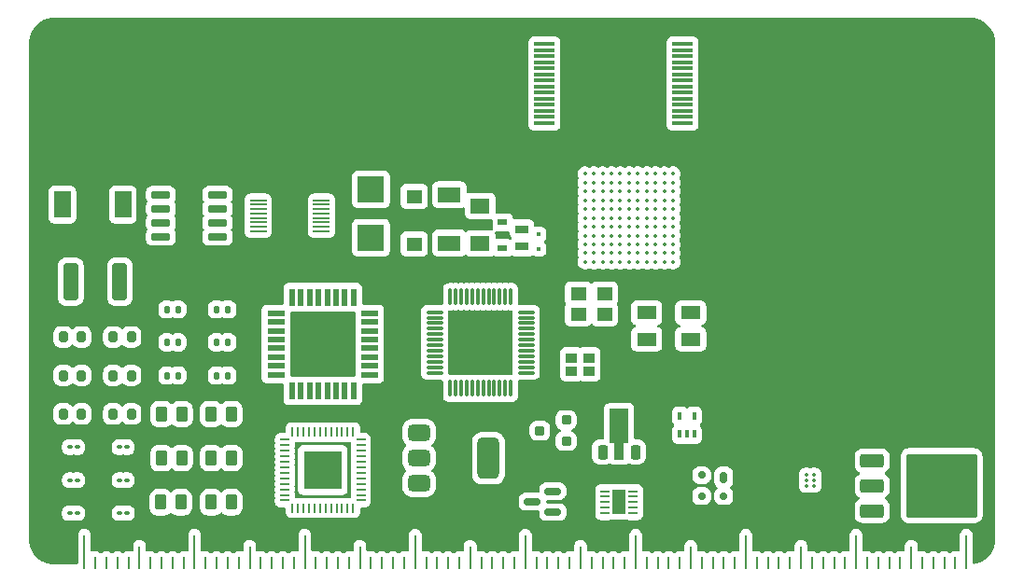
<source format=gbr>
%TF.GenerationSoftware,KiCad,Pcbnew,8.0.2-1*%
%TF.CreationDate,2024-06-21T15:15:19-04:00*%
%TF.ProjectId,businessCard,62757369-6e65-4737-9343-6172642e6b69,rev?*%
%TF.SameCoordinates,Original*%
%TF.FileFunction,Copper,L2,Bot*%
%TF.FilePolarity,Positive*%
%FSLAX46Y46*%
G04 Gerber Fmt 4.6, Leading zero omitted, Abs format (unit mm)*
G04 Created by KiCad (PCBNEW 8.0.2-1) date 2024-06-21 15:15:19*
%MOMM*%
%LPD*%
G01*
G04 APERTURE LIST*
G04 Aperture macros list*
%AMRoundRect*
0 Rectangle with rounded corners*
0 $1 Rounding radius*
0 $2 $3 $4 $5 $6 $7 $8 $9 X,Y pos of 4 corners*
0 Add a 4 corners polygon primitive as box body*
4,1,4,$2,$3,$4,$5,$6,$7,$8,$9,$2,$3,0*
0 Add four circle primitives for the rounded corners*
1,1,$1+$1,$2,$3*
1,1,$1+$1,$4,$5*
1,1,$1+$1,$6,$7*
1,1,$1+$1,$8,$9*
0 Add four rect primitives between the rounded corners*
20,1,$1+$1,$2,$3,$4,$5,0*
20,1,$1+$1,$4,$5,$6,$7,0*
20,1,$1+$1,$6,$7,$8,$9,0*
20,1,$1+$1,$8,$9,$2,$3,0*%
%AMFreePoly0*
4,1,9,3.862500,-0.866500,0.737500,-0.866500,0.737500,-0.450000,-0.737500,-0.450000,-0.737500,0.450000,0.737500,0.450000,0.737500,0.866500,3.862500,0.866500,3.862500,-0.866500,3.862500,-0.866500,$1*%
G04 Aperture macros list end*
%TA.AperFunction,EtchedComponent*%
%ADD10C,0.150000*%
%TD*%
%TA.AperFunction,SMDPad,CuDef*%
%ADD11RoundRect,0.062500X0.675000X0.062500X-0.675000X0.062500X-0.675000X-0.062500X0.675000X-0.062500X0*%
%TD*%
%TA.AperFunction,SMDPad,CuDef*%
%ADD12RoundRect,0.250000X0.262500X0.450000X-0.262500X0.450000X-0.262500X-0.450000X0.262500X-0.450000X0*%
%TD*%
%TA.AperFunction,SMDPad,CuDef*%
%ADD13R,0.400000X0.750000*%
%TD*%
%TA.AperFunction,SMDPad,CuDef*%
%ADD14RoundRect,0.100000X0.130000X0.100000X-0.130000X0.100000X-0.130000X-0.100000X0.130000X-0.100000X0*%
%TD*%
%TA.AperFunction,SMDPad,CuDef*%
%ADD15RoundRect,0.200000X0.200000X0.275000X-0.200000X0.275000X-0.200000X-0.275000X0.200000X-0.275000X0*%
%TD*%
%TA.AperFunction,SMDPad,CuDef*%
%ADD16R,1.870000X0.380000*%
%TD*%
%TA.AperFunction,SMDPad,CuDef*%
%ADD17R,1.050000X0.900000*%
%TD*%
%TA.AperFunction,BGAPad,CuDef*%
%ADD18C,0.350000*%
%TD*%
%TA.AperFunction,SMDPad,CuDef*%
%ADD19RoundRect,0.200000X0.250000X0.200000X-0.250000X0.200000X-0.250000X-0.200000X0.250000X-0.200000X0*%
%TD*%
%TA.AperFunction,SMDPad,CuDef*%
%ADD20RoundRect,0.135000X0.135000X0.185000X-0.135000X0.185000X-0.135000X-0.185000X0.135000X-0.185000X0*%
%TD*%
%TA.AperFunction,SMDPad,CuDef*%
%ADD21RoundRect,0.250000X0.400000X1.450000X-0.400000X1.450000X-0.400000X-1.450000X0.400000X-1.450000X0*%
%TD*%
%TA.AperFunction,SMDPad,CuDef*%
%ADD22R,0.350000X0.350000*%
%TD*%
%TA.AperFunction,SMDPad,CuDef*%
%ADD23RoundRect,0.067500X0.097500X0.067500X-0.097500X0.067500X-0.097500X-0.067500X0.097500X-0.067500X0*%
%TD*%
%TA.AperFunction,SMDPad,CuDef*%
%ADD24R,1.500000X2.400000*%
%TD*%
%TA.AperFunction,SMDPad,CuDef*%
%ADD25RoundRect,0.075000X0.662500X0.075000X-0.662500X0.075000X-0.662500X-0.075000X0.662500X-0.075000X0*%
%TD*%
%TA.AperFunction,SMDPad,CuDef*%
%ADD26RoundRect,0.075000X0.075000X0.662500X-0.075000X0.662500X-0.075000X-0.662500X0.075000X-0.662500X0*%
%TD*%
%TA.AperFunction,SMDPad,CuDef*%
%ADD27R,1.400000X1.200000*%
%TD*%
%TA.AperFunction,SMDPad,CuDef*%
%ADD28R,1.200000X0.800000*%
%TD*%
%TA.AperFunction,SMDPad,CuDef*%
%ADD29RoundRect,0.375000X-0.625000X-0.375000X0.625000X-0.375000X0.625000X0.375000X-0.625000X0.375000X0*%
%TD*%
%TA.AperFunction,SMDPad,CuDef*%
%ADD30RoundRect,0.500000X-0.500000X-1.400000X0.500000X-1.400000X0.500000X1.400000X-0.500000X1.400000X0*%
%TD*%
%TA.AperFunction,SMDPad,CuDef*%
%ADD31R,1.800000X1.200000*%
%TD*%
%TA.AperFunction,SMDPad,CuDef*%
%ADD32R,2.400000X2.400000*%
%TD*%
%TA.AperFunction,SMDPad,CuDef*%
%ADD33RoundRect,0.250000X-0.850000X-0.350000X0.850000X-0.350000X0.850000X0.350000X-0.850000X0.350000X0*%
%TD*%
%TA.AperFunction,SMDPad,CuDef*%
%ADD34RoundRect,0.250000X-1.275000X-1.125000X1.275000X-1.125000X1.275000X1.125000X-1.275000X1.125000X0*%
%TD*%
%TA.AperFunction,SMDPad,CuDef*%
%ADD35RoundRect,0.249997X-2.950003X-2.650003X2.950003X-2.650003X2.950003X2.650003X-2.950003X2.650003X0*%
%TD*%
%TA.AperFunction,SMDPad,CuDef*%
%ADD36R,2.100000X1.400000*%
%TD*%
%TA.AperFunction,SMDPad,CuDef*%
%ADD37RoundRect,0.062500X0.337500X0.062500X-0.337500X0.062500X-0.337500X-0.062500X0.337500X-0.062500X0*%
%TD*%
%TA.AperFunction,HeatsinkPad*%
%ADD38R,1.300000X2.200000*%
%TD*%
%TA.AperFunction,SMDPad,CuDef*%
%ADD39RoundRect,0.062500X0.062500X0.337500X-0.062500X0.337500X-0.062500X-0.337500X0.062500X-0.337500X0*%
%TD*%
%TA.AperFunction,HeatsinkPad*%
%ADD40R,3.500000X3.500000*%
%TD*%
%TA.AperFunction,SMDPad,CuDef*%
%ADD41RoundRect,0.175000X0.175000X0.325000X-0.175000X0.325000X-0.175000X-0.325000X0.175000X-0.325000X0*%
%TD*%
%TA.AperFunction,SMDPad,CuDef*%
%ADD42RoundRect,0.150000X0.200000X0.150000X-0.200000X0.150000X-0.200000X-0.150000X0.200000X-0.150000X0*%
%TD*%
%TA.AperFunction,SMDPad,CuDef*%
%ADD43R,1.800000X1.400000*%
%TD*%
%TA.AperFunction,SMDPad,CuDef*%
%ADD44RoundRect,0.150000X0.725000X0.150000X-0.725000X0.150000X-0.725000X-0.150000X0.725000X-0.150000X0*%
%TD*%
%TA.AperFunction,SMDPad,CuDef*%
%ADD45R,1.470000X1.270000*%
%TD*%
%TA.AperFunction,SMDPad,CuDef*%
%ADD46R,1.600000X0.550000*%
%TD*%
%TA.AperFunction,SMDPad,CuDef*%
%ADD47R,0.550000X1.600000*%
%TD*%
%TA.AperFunction,SMDPad,CuDef*%
%ADD48RoundRect,0.150000X0.587500X0.150000X-0.587500X0.150000X-0.587500X-0.150000X0.587500X-0.150000X0*%
%TD*%
%TA.AperFunction,SMDPad,CuDef*%
%ADD49RoundRect,0.225000X0.225000X-0.425000X0.225000X0.425000X-0.225000X0.425000X-0.225000X-0.425000X0*%
%TD*%
%TA.AperFunction,SMDPad,CuDef*%
%ADD50FreePoly0,90.000000*%
%TD*%
%TA.AperFunction,SMDPad,CuDef*%
%ADD51R,0.830000X0.630000*%
%TD*%
G04 APERTURE END LIST*
D10*
%TO.C,Ruler*%
X105500000Y-87500000D02*
X105500000Y-90500000D01*
X106500000Y-89500000D02*
X106500000Y-90500000D01*
X107500000Y-89500000D02*
X107500000Y-90500000D01*
X108500000Y-89500000D02*
X108500000Y-90500000D01*
X109500000Y-89500000D02*
X109500000Y-90500000D01*
X110500000Y-88500000D02*
X110500000Y-90500000D01*
X111500000Y-89500000D02*
X111500000Y-90500000D01*
X112500000Y-89500000D02*
X112500000Y-90500000D01*
X113500000Y-89500000D02*
X113500000Y-90500000D01*
X114500000Y-89500000D02*
X114500000Y-90500000D01*
X115500000Y-87500000D02*
X115500000Y-90500000D01*
X116500000Y-89500000D02*
X116500000Y-90500000D01*
X117500000Y-89500000D02*
X117500000Y-90500000D01*
X118500000Y-89500000D02*
X118500000Y-90500000D01*
X119500000Y-89500000D02*
X119500000Y-90500000D01*
X120500000Y-88500000D02*
X120500000Y-90500000D01*
X121500000Y-89500000D02*
X121500000Y-90500000D01*
X122500000Y-89500000D02*
X122500000Y-90500000D01*
X123500000Y-89500000D02*
X123500000Y-90500000D01*
X124500000Y-89500000D02*
X124500000Y-90500000D01*
X125500000Y-87500000D02*
X125500000Y-90500000D01*
X126500000Y-89500000D02*
X126500000Y-90500000D01*
X127500000Y-89500000D02*
X127500000Y-90500000D01*
X128500000Y-89500000D02*
X128500000Y-90500000D01*
X129500000Y-89500000D02*
X129500000Y-90500000D01*
X130500000Y-88500000D02*
X130500000Y-90500000D01*
X131500000Y-89500000D02*
X131500000Y-90500000D01*
X132500000Y-89500000D02*
X132500000Y-90500000D01*
X133500000Y-89500000D02*
X133500000Y-90500000D01*
X134500000Y-89500000D02*
X134500000Y-90500000D01*
X135500000Y-87500000D02*
X135500000Y-90500000D01*
X136500000Y-89500000D02*
X136500000Y-90500000D01*
X137500000Y-89500000D02*
X137500000Y-90500000D01*
X138500000Y-89500000D02*
X138500000Y-90500000D01*
X139500000Y-89500000D02*
X139500000Y-90500000D01*
X140500000Y-88500000D02*
X140500000Y-90500000D01*
X141500000Y-89500000D02*
X141500000Y-90500000D01*
X142500000Y-89500000D02*
X142500000Y-90500000D01*
X143500000Y-89500000D02*
X143500000Y-90500000D01*
X144500000Y-89500000D02*
X144500000Y-90500000D01*
X145500000Y-87500000D02*
X145500000Y-90500000D01*
X146500000Y-89500000D02*
X146500000Y-90500000D01*
X147500000Y-89500000D02*
X147500000Y-90500000D01*
X148500000Y-89500000D02*
X148500000Y-90500000D01*
X149500000Y-89500000D02*
X149500000Y-90500000D01*
X150500000Y-88500000D02*
X150500000Y-90500000D01*
X151500000Y-89500000D02*
X151500000Y-90500000D01*
X152500000Y-89500000D02*
X152500000Y-90500000D01*
X153500000Y-89500000D02*
X153500000Y-90500000D01*
X154500000Y-89500000D02*
X154500000Y-90500000D01*
X155500000Y-87500000D02*
X155500000Y-90500000D01*
X156500000Y-89500000D02*
X156500000Y-90500000D01*
X157500000Y-89500000D02*
X157500000Y-90500000D01*
X158500000Y-89500000D02*
X158500000Y-90500000D01*
X159500000Y-89500000D02*
X159500000Y-90500000D01*
X160500000Y-88500000D02*
X160500000Y-90500000D01*
X161500000Y-89500000D02*
X161500000Y-90500000D01*
X162500000Y-89500000D02*
X162500000Y-90500000D01*
X163500000Y-89500000D02*
X163500000Y-90500000D01*
X164500000Y-89500000D02*
X164500000Y-90500000D01*
X165500000Y-87500000D02*
X165500000Y-90500000D01*
X166500000Y-89500000D02*
X166500000Y-90500000D01*
X167500000Y-89500000D02*
X167500000Y-90500000D01*
X168500000Y-89500000D02*
X168500000Y-90500000D01*
X169500000Y-89500000D02*
X169500000Y-90500000D01*
X170500000Y-88500000D02*
X170500000Y-90500000D01*
X171500000Y-89500000D02*
X171500000Y-90500000D01*
X172500000Y-89500000D02*
X172500000Y-90500000D01*
X173500000Y-89500000D02*
X173500000Y-90500000D01*
X174500000Y-89500000D02*
X174500000Y-90500000D01*
X175500000Y-87500000D02*
X175500000Y-90500000D01*
X176500000Y-89500000D02*
X176500000Y-90500000D01*
X177500000Y-89500000D02*
X177500000Y-90500000D01*
X178500000Y-89500000D02*
X178500000Y-90500000D01*
X179500000Y-89500000D02*
X179500000Y-90500000D01*
X180500000Y-88500000D02*
X180500000Y-90500000D01*
X181500000Y-89500000D02*
X181500000Y-90500000D01*
X182500000Y-89500000D02*
X182500000Y-90500000D01*
X183500000Y-89500000D02*
X183500000Y-90500000D01*
X184500000Y-89500000D02*
X184500000Y-90500000D01*
X185500000Y-87500000D02*
X185500000Y-90500000D01*
%TD*%
D11*
%TO.P,TSSOP-16,1*%
%TO.N,N/C*%
X127000000Y-57100000D03*
%TO.P,TSSOP-16,2*%
X127000000Y-57500000D03*
%TO.P,TSSOP-16,3*%
X127000000Y-57900000D03*
%TO.P,TSSOP-16,4*%
X127000000Y-58300000D03*
%TO.P,TSSOP-16,5*%
X127000000Y-58700000D03*
%TO.P,TSSOP-16,6*%
X127000000Y-59100000D03*
%TO.P,TSSOP-16,7*%
X127000000Y-59500000D03*
%TO.P,TSSOP-16,8*%
X127000000Y-59900000D03*
%TO.P,TSSOP-16,9*%
X121275000Y-59900000D03*
%TO.P,TSSOP-16,10*%
X121275000Y-59500000D03*
%TO.P,TSSOP-16,11*%
X121275000Y-59100000D03*
%TO.P,TSSOP-16,12*%
X121275000Y-58700000D03*
%TO.P,TSSOP-16,13*%
X121275000Y-58300000D03*
%TO.P,TSSOP-16,14*%
X121275000Y-57900000D03*
%TO.P,TSSOP-16,15*%
X121275000Y-57500000D03*
%TO.P,TSSOP-16,16*%
X121275000Y-57100000D03*
%TD*%
D12*
%TO.P,0805,1*%
%TO.N,N/C*%
X114325000Y-80500000D03*
%TO.P,0805,2*%
X112500000Y-80500000D03*
%TD*%
D13*
%TO.P,SC-70,1*%
%TO.N,N/C*%
X160800000Y-78325000D03*
%TO.P,SC-70,2*%
X160150000Y-78325000D03*
%TO.P,SC-70,3*%
X159500000Y-78325000D03*
%TO.P,SC-70,4*%
X159500000Y-76675000D03*
%TO.P,SC-70,5*%
X160800000Y-76675000D03*
%TD*%
D12*
%TO.P,0805,1*%
%TO.N,N/C*%
X118825000Y-76500000D03*
%TO.P,0805,2*%
X117000000Y-76500000D03*
%TD*%
D14*
%TO.P,0201,1*%
%TO.N,N/C*%
X104840514Y-85500000D03*
%TO.P,0201,2*%
X104200514Y-85500000D03*
%TD*%
D15*
%TO.P,0603,1*%
%TO.N,N/C*%
X109750514Y-69500000D03*
%TO.P,0603,2*%
X108100514Y-69500000D03*
%TD*%
D14*
%TO.P,0201,1*%
%TO.N,N/C*%
X104840514Y-79500000D03*
%TO.P,0201,2*%
X104200514Y-79500000D03*
%TD*%
D16*
%TO.P,TSOP-I-28-11.8x8mm,1*%
%TO.N,N/C*%
X159770000Y-42925000D03*
%TO.P,TSOP-I-28-11.8x8mm,2*%
X159770000Y-43475000D03*
%TO.P,TSOP-I-28-11.8x8mm,3*%
X159770000Y-44025000D03*
%TO.P,TSOP-I-28-11.8x8mm,4*%
X159770000Y-44575000D03*
%TO.P,TSOP-I-28-11.8x8mm,5*%
X159770000Y-45125000D03*
%TO.P,TSOP-I-28-11.8x8mm,6*%
X159770000Y-45675000D03*
%TO.P,TSOP-I-28-11.8x8mm,7*%
X159770000Y-46225000D03*
%TO.P,TSOP-I-28-11.8x8mm,8*%
X159770000Y-46775000D03*
%TO.P,TSOP-I-28-11.8x8mm,9*%
X159770000Y-47325000D03*
%TO.P,TSOP-I-28-11.8x8mm,10*%
X159770000Y-47875000D03*
%TO.P,TSOP-I-28-11.8x8mm,11*%
X159770000Y-48425000D03*
%TO.P,TSOP-I-28-11.8x8mm,12*%
X159770000Y-48975000D03*
%TO.P,TSOP-I-28-11.8x8mm,13*%
X159770000Y-49525000D03*
%TO.P,TSOP-I-28-11.8x8mm,14*%
X159770000Y-50075000D03*
%TO.P,TSOP-I-28-11.8x8mm,15*%
X147230000Y-50075000D03*
%TO.P,TSOP-I-28-11.8x8mm,16*%
X147230000Y-49525000D03*
%TO.P,TSOP-I-28-11.8x8mm,17*%
X147230000Y-48975000D03*
%TO.P,TSOP-I-28-11.8x8mm,18*%
X147230000Y-48425000D03*
%TO.P,TSOP-I-28-11.8x8mm,19*%
X147230000Y-47875000D03*
%TO.P,TSOP-I-28-11.8x8mm,20*%
X147230000Y-47325000D03*
%TO.P,TSOP-I-28-11.8x8mm,21*%
X147230000Y-46775000D03*
%TO.P,TSOP-I-28-11.8x8mm,22*%
X147230000Y-46225000D03*
%TO.P,TSOP-I-28-11.8x8mm,23*%
X147230000Y-45675000D03*
%TO.P,TSOP-I-28-11.8x8mm,24*%
X147230000Y-45125000D03*
%TO.P,TSOP-I-28-11.8x8mm,25*%
X147230000Y-44575000D03*
%TO.P,TSOP-I-28-11.8x8mm,26*%
X147230000Y-44025000D03*
%TO.P,TSOP-I-28-11.8x8mm,27*%
X147230000Y-43475000D03*
%TO.P,TSOP-I-28-11.8x8mm,28*%
X147230000Y-42925000D03*
%TD*%
D17*
%TO.P,2.5x2,1*%
%TO.N,N/C*%
X151295000Y-72600000D03*
%TO.P,2.5x2,2*%
X149705000Y-72600000D03*
%TO.P,2.5x2,3*%
X149705000Y-71400000D03*
%TO.P,2.5x2,4*%
X151295000Y-71400000D03*
%TD*%
D18*
%TO.P,BGA-121-9x9mm,A1*%
%TO.N,N/C*%
X158900000Y-54700000D03*
%TO.P,BGA-121-9x9mm,A2*%
X158100000Y-54700000D03*
%TO.P,BGA-121-9x9mm,A3*%
X157300000Y-54700000D03*
%TO.P,BGA-121-9x9mm,A4*%
X156500000Y-54700000D03*
%TO.P,BGA-121-9x9mm,A5*%
X155700000Y-54700000D03*
%TO.P,BGA-121-9x9mm,A6*%
X154900000Y-54700000D03*
%TO.P,BGA-121-9x9mm,A7*%
X154100000Y-54700000D03*
%TO.P,BGA-121-9x9mm,A8*%
X153300000Y-54700000D03*
%TO.P,BGA-121-9x9mm,A9*%
X152500000Y-54700000D03*
%TO.P,BGA-121-9x9mm,A10*%
X151700000Y-54700000D03*
%TO.P,BGA-121-9x9mm,A11*%
X150900000Y-54700000D03*
%TO.P,BGA-121-9x9mm,B1*%
X158900000Y-55500000D03*
%TO.P,BGA-121-9x9mm,B2*%
X158100000Y-55500000D03*
%TO.P,BGA-121-9x9mm,B3*%
X157300000Y-55500000D03*
%TO.P,BGA-121-9x9mm,B4*%
X156500000Y-55500000D03*
%TO.P,BGA-121-9x9mm,B5*%
X155700000Y-55500000D03*
%TO.P,BGA-121-9x9mm,B6*%
X154900000Y-55500000D03*
%TO.P,BGA-121-9x9mm,B7*%
X154100000Y-55500000D03*
%TO.P,BGA-121-9x9mm,B8*%
X153300000Y-55500000D03*
%TO.P,BGA-121-9x9mm,B9*%
X152500000Y-55500000D03*
%TO.P,BGA-121-9x9mm,B10*%
X151700000Y-55500000D03*
%TO.P,BGA-121-9x9mm,B11*%
X150900000Y-55500000D03*
%TO.P,BGA-121-9x9mm,C1*%
X158900000Y-56300000D03*
%TO.P,BGA-121-9x9mm,C2*%
X158100000Y-56300000D03*
%TO.P,BGA-121-9x9mm,C3*%
X157300000Y-56300000D03*
%TO.P,BGA-121-9x9mm,C4*%
X156500000Y-56300000D03*
%TO.P,BGA-121-9x9mm,C5*%
X155700000Y-56300000D03*
%TO.P,BGA-121-9x9mm,C6*%
X154900000Y-56300000D03*
%TO.P,BGA-121-9x9mm,C7*%
X154100000Y-56300000D03*
%TO.P,BGA-121-9x9mm,C8*%
X153300000Y-56300000D03*
%TO.P,BGA-121-9x9mm,C9*%
X152500000Y-56300000D03*
%TO.P,BGA-121-9x9mm,C10*%
X151700000Y-56300000D03*
%TO.P,BGA-121-9x9mm,C11*%
X150900000Y-56300000D03*
%TO.P,BGA-121-9x9mm,D1*%
X158900000Y-57100000D03*
%TO.P,BGA-121-9x9mm,D2*%
X158100000Y-57100000D03*
%TO.P,BGA-121-9x9mm,D3*%
X157300000Y-57100000D03*
%TO.P,BGA-121-9x9mm,D4*%
X156500000Y-57100000D03*
%TO.P,BGA-121-9x9mm,D5*%
X155700000Y-57100000D03*
%TO.P,BGA-121-9x9mm,D6*%
X154900000Y-57100000D03*
%TO.P,BGA-121-9x9mm,D7*%
X154100000Y-57100000D03*
%TO.P,BGA-121-9x9mm,D8*%
X153300000Y-57100000D03*
%TO.P,BGA-121-9x9mm,D9*%
X152500000Y-57100000D03*
%TO.P,BGA-121-9x9mm,D10*%
X151700000Y-57100000D03*
%TO.P,BGA-121-9x9mm,D11*%
X150900000Y-57100000D03*
%TO.P,BGA-121-9x9mm,E1*%
X158900000Y-57900000D03*
%TO.P,BGA-121-9x9mm,E2*%
X158100000Y-57900000D03*
%TO.P,BGA-121-9x9mm,E3*%
X157300000Y-57900000D03*
%TO.P,BGA-121-9x9mm,E4*%
X156500000Y-57900000D03*
%TO.P,BGA-121-9x9mm,E5*%
X155700000Y-57900000D03*
%TO.P,BGA-121-9x9mm,E6*%
X154900000Y-57900000D03*
%TO.P,BGA-121-9x9mm,E7*%
X154100000Y-57900000D03*
%TO.P,BGA-121-9x9mm,E8*%
X153300000Y-57900000D03*
%TO.P,BGA-121-9x9mm,E9*%
X152500000Y-57900000D03*
%TO.P,BGA-121-9x9mm,E10*%
X151700000Y-57900000D03*
%TO.P,BGA-121-9x9mm,E11*%
X150900000Y-57900000D03*
%TO.P,BGA-121-9x9mm,F1*%
X158900000Y-58700000D03*
%TO.P,BGA-121-9x9mm,F2*%
X158100000Y-58700000D03*
%TO.P,BGA-121-9x9mm,F3*%
X157300000Y-58700000D03*
%TO.P,BGA-121-9x9mm,F4*%
X156500000Y-58700000D03*
%TO.P,BGA-121-9x9mm,F5*%
X155700000Y-58700000D03*
%TO.P,BGA-121-9x9mm,F6*%
X154900000Y-58700000D03*
%TO.P,BGA-121-9x9mm,F7*%
X154100000Y-58700000D03*
%TO.P,BGA-121-9x9mm,F8*%
X153300000Y-58700000D03*
%TO.P,BGA-121-9x9mm,F9*%
X152500000Y-58700000D03*
%TO.P,BGA-121-9x9mm,F10*%
X151700000Y-58700000D03*
%TO.P,BGA-121-9x9mm,F11*%
X150900000Y-58700000D03*
%TO.P,BGA-121-9x9mm,G1*%
X158900000Y-59500000D03*
%TO.P,BGA-121-9x9mm,G2*%
X158100000Y-59500000D03*
%TO.P,BGA-121-9x9mm,G3*%
X157300000Y-59500000D03*
%TO.P,BGA-121-9x9mm,G4*%
X156500000Y-59500000D03*
%TO.P,BGA-121-9x9mm,G5*%
X155700000Y-59500000D03*
%TO.P,BGA-121-9x9mm,G6*%
X154900000Y-59500000D03*
%TO.P,BGA-121-9x9mm,G7*%
X154100000Y-59500000D03*
%TO.P,BGA-121-9x9mm,G8*%
X153300000Y-59500000D03*
%TO.P,BGA-121-9x9mm,G9*%
X152500000Y-59500000D03*
%TO.P,BGA-121-9x9mm,G10*%
X151700000Y-59500000D03*
%TO.P,BGA-121-9x9mm,G11*%
X150900000Y-59500000D03*
%TO.P,BGA-121-9x9mm,H1*%
X158900000Y-60300000D03*
%TO.P,BGA-121-9x9mm,H2*%
X158100000Y-60300000D03*
%TO.P,BGA-121-9x9mm,H3*%
X157300000Y-60300000D03*
%TO.P,BGA-121-9x9mm,H4*%
X156500000Y-60300000D03*
%TO.P,BGA-121-9x9mm,H5*%
X155700000Y-60300000D03*
%TO.P,BGA-121-9x9mm,H6*%
X154900000Y-60300000D03*
%TO.P,BGA-121-9x9mm,H7*%
X154100000Y-60300000D03*
%TO.P,BGA-121-9x9mm,H8*%
X153300000Y-60300000D03*
%TO.P,BGA-121-9x9mm,H9*%
X152500000Y-60300000D03*
%TO.P,BGA-121-9x9mm,H10*%
X151700000Y-60300000D03*
%TO.P,BGA-121-9x9mm,H11*%
X150900000Y-60300000D03*
%TO.P,BGA-121-9x9mm,J1*%
X158900000Y-61100000D03*
%TO.P,BGA-121-9x9mm,J2*%
X158100000Y-61100000D03*
%TO.P,BGA-121-9x9mm,J3*%
X157300000Y-61100000D03*
%TO.P,BGA-121-9x9mm,J4*%
X156500000Y-61100000D03*
%TO.P,BGA-121-9x9mm,J5*%
X155700000Y-61100000D03*
%TO.P,BGA-121-9x9mm,J6*%
X154900000Y-61100000D03*
%TO.P,BGA-121-9x9mm,J7*%
X154100000Y-61100000D03*
%TO.P,BGA-121-9x9mm,J8*%
X153300000Y-61100000D03*
%TO.P,BGA-121-9x9mm,J9*%
X152500000Y-61100000D03*
%TO.P,BGA-121-9x9mm,J10*%
X151700000Y-61100000D03*
%TO.P,BGA-121-9x9mm,J11*%
X150900000Y-61100000D03*
%TO.P,BGA-121-9x9mm,K1*%
X158900000Y-61900000D03*
%TO.P,BGA-121-9x9mm,K2*%
X158100000Y-61900000D03*
%TO.P,BGA-121-9x9mm,K3*%
X157300000Y-61900000D03*
%TO.P,BGA-121-9x9mm,K4*%
X156500000Y-61900000D03*
%TO.P,BGA-121-9x9mm,K5*%
X155700000Y-61900000D03*
%TO.P,BGA-121-9x9mm,K6*%
X154900000Y-61900000D03*
%TO.P,BGA-121-9x9mm,K7*%
X154100000Y-61900000D03*
%TO.P,BGA-121-9x9mm,K8*%
X153300000Y-61900000D03*
%TO.P,BGA-121-9x9mm,K9*%
X152500000Y-61900000D03*
%TO.P,BGA-121-9x9mm,K10*%
X151700000Y-61900000D03*
%TO.P,BGA-121-9x9mm,K11*%
X150900000Y-61900000D03*
%TO.P,BGA-121-9x9mm,L1*%
X158900000Y-62700000D03*
%TO.P,BGA-121-9x9mm,L2*%
X158100000Y-62700000D03*
%TO.P,BGA-121-9x9mm,L3*%
X157300000Y-62700000D03*
%TO.P,BGA-121-9x9mm,L4*%
X156500000Y-62700000D03*
%TO.P,BGA-121-9x9mm,L5*%
X155700000Y-62700000D03*
%TO.P,BGA-121-9x9mm,L6*%
X154900000Y-62700000D03*
%TO.P,BGA-121-9x9mm,L7*%
X154100000Y-62700000D03*
%TO.P,BGA-121-9x9mm,L8*%
X153300000Y-62700000D03*
%TO.P,BGA-121-9x9mm,L9*%
X152500000Y-62700000D03*
%TO.P,BGA-121-9x9mm,L10*%
X151700000Y-62700000D03*
%TO.P,BGA-121-9x9mm,L11*%
X150900000Y-62700000D03*
%TD*%
D19*
%TO.P,SC-59,1*%
%TO.N,N/C*%
X149200000Y-77050000D03*
%TO.P,SC-59,2*%
X149200000Y-78950000D03*
%TO.P,SC-59,3*%
X146800000Y-78000000D03*
%TD*%
D14*
%TO.P,0201,1*%
%TO.N,N/C*%
X109340514Y-82500000D03*
%TO.P,0201,2*%
X108700514Y-82500000D03*
%TD*%
D15*
%TO.P,0603,1*%
%TO.N,N/C*%
X109750514Y-76500000D03*
%TO.P,0603,2*%
X108100514Y-76500000D03*
%TD*%
%TO.P,0603,1*%
%TO.N,N/C*%
X105250514Y-69500000D03*
%TO.P,0603,2*%
X103600514Y-69500000D03*
%TD*%
D12*
%TO.P,0805,1*%
%TO.N,N/C*%
X118825000Y-84500000D03*
%TO.P,0805,2*%
X117000000Y-84500000D03*
%TD*%
D14*
%TO.P,0201,1*%
%TO.N,N/C*%
X109340514Y-79500000D03*
%TO.P,0201,2*%
X108700514Y-79500000D03*
%TD*%
D12*
%TO.P,0805,1*%
%TO.N,N/C*%
X118825000Y-80500000D03*
%TO.P,0805,2*%
X117000000Y-80500000D03*
%TD*%
D15*
%TO.P,0603,1*%
%TO.N,N/C*%
X109750514Y-73000000D03*
%TO.P,0603,2*%
X108100514Y-73000000D03*
%TD*%
D20*
%TO.P,0402,1*%
%TO.N,N/C*%
X114010000Y-67000000D03*
%TO.P,0402,2*%
X112990000Y-67000000D03*
%TD*%
%TO.P,0402,1*%
%TO.N,N/C*%
X114010000Y-73000000D03*
%TO.P,0402,2*%
X112990000Y-73000000D03*
%TD*%
D21*
%TO.P,L-1812,1*%
%TO.N,N/C*%
X108725000Y-64500000D03*
%TO.P,L-1812,2*%
X104275000Y-64500000D03*
%TD*%
D22*
%TO.P,E$42,A*%
%TO.N,N/C*%
X146740000Y-60190400D03*
%TO.P,E$42,C*%
X146740000Y-61540400D03*
%TD*%
D12*
%TO.P,0805,1*%
%TO.N,N/C*%
X114325000Y-76500000D03*
%TO.P,0805,2*%
X112500000Y-76500000D03*
%TD*%
%TO.P,0805,1*%
%TO.N,N/C*%
X114250514Y-84500000D03*
%TO.P,0805,2*%
X112425514Y-84500000D03*
%TD*%
D14*
%TO.P,0201,1*%
%TO.N,N/C*%
X109350514Y-85500000D03*
%TO.P,0201,2*%
X108710514Y-85500000D03*
%TD*%
D23*
%TO.P,SOT-886,1*%
%TO.N,N/C*%
X171680000Y-82000000D03*
%TO.P,SOT-886,2*%
X171680000Y-82500000D03*
%TO.P,SOT-886,3*%
X171680000Y-83000000D03*
%TO.P,SOT-886,4*%
X171000000Y-83000000D03*
%TO.P,SOT-886,5*%
X171000000Y-82500000D03*
%TO.P,SOT-886,6*%
X171000000Y-82000000D03*
%TD*%
D24*
%TO.P,L-6.3x6.3mm,1*%
%TO.N,N/C*%
X109000000Y-57500000D03*
%TO.P,L-6.3x6.3mm,2*%
X103500000Y-57500000D03*
%TD*%
D25*
%TO.P,TQFP-48-7x7mm,1*%
%TO.N,N/C*%
X145588014Y-67250992D03*
%TO.P,TQFP-48-7x7mm,2*%
X145588014Y-67750992D03*
%TO.P,TQFP-48-7x7mm,3*%
X145588014Y-68250992D03*
%TO.P,TQFP-48-7x7mm,4*%
X145588014Y-68750992D03*
%TO.P,TQFP-48-7x7mm,5*%
X145588014Y-69250992D03*
%TO.P,TQFP-48-7x7mm,6*%
X145588014Y-69750992D03*
%TO.P,TQFP-48-7x7mm,7*%
X145588014Y-70250992D03*
%TO.P,TQFP-48-7x7mm,8*%
X145588014Y-70750992D03*
%TO.P,TQFP-48-7x7mm,9*%
X145588014Y-71250992D03*
%TO.P,TQFP-48-7x7mm,10*%
X145588014Y-71750992D03*
%TO.P,TQFP-48-7x7mm,11*%
X145588014Y-72250992D03*
%TO.P,TQFP-48-7x7mm,12*%
X145588014Y-72750992D03*
D26*
%TO.P,TQFP-48-7x7mm,13*%
X144175514Y-74163492D03*
%TO.P,TQFP-48-7x7mm,14*%
X143675514Y-74163492D03*
%TO.P,TQFP-48-7x7mm,15*%
X143175514Y-74163492D03*
%TO.P,TQFP-48-7x7mm,16*%
X142675514Y-74163492D03*
%TO.P,TQFP-48-7x7mm,17*%
X142175514Y-74163492D03*
%TO.P,TQFP-48-7x7mm,18*%
X141675514Y-74163492D03*
%TO.P,TQFP-48-7x7mm,19*%
X141175514Y-74163492D03*
%TO.P,TQFP-48-7x7mm,20*%
X140675514Y-74163492D03*
%TO.P,TQFP-48-7x7mm,21*%
X140175514Y-74163492D03*
%TO.P,TQFP-48-7x7mm,22*%
X139675514Y-74163492D03*
%TO.P,TQFP-48-7x7mm,23*%
X139175514Y-74163492D03*
%TO.P,TQFP-48-7x7mm,24*%
X138675514Y-74163492D03*
D25*
%TO.P,TQFP-48-7x7mm,25*%
X137263014Y-72750992D03*
%TO.P,TQFP-48-7x7mm,26*%
X137263014Y-72250992D03*
%TO.P,TQFP-48-7x7mm,27*%
X137263014Y-71750992D03*
%TO.P,TQFP-48-7x7mm,28*%
X137263014Y-71250992D03*
%TO.P,TQFP-48-7x7mm,29*%
X137263014Y-70750992D03*
%TO.P,TQFP-48-7x7mm,30*%
X137263014Y-70250992D03*
%TO.P,TQFP-48-7x7mm,31*%
X137263014Y-69750992D03*
%TO.P,TQFP-48-7x7mm,32*%
X137263014Y-69250992D03*
%TO.P,TQFP-48-7x7mm,33*%
X137263014Y-68750992D03*
%TO.P,TQFP-48-7x7mm,34*%
X137263014Y-68250992D03*
%TO.P,TQFP-48-7x7mm,35*%
X137263014Y-67750992D03*
%TO.P,TQFP-48-7x7mm,36*%
X137263014Y-67250992D03*
D26*
%TO.P,TQFP-48-7x7mm,37*%
X138675514Y-65838492D03*
%TO.P,TQFP-48-7x7mm,38*%
X139175514Y-65838492D03*
%TO.P,TQFP-48-7x7mm,39*%
X139675514Y-65838492D03*
%TO.P,TQFP-48-7x7mm,40*%
X140175514Y-65838492D03*
%TO.P,TQFP-48-7x7mm,41*%
X140675514Y-65838492D03*
%TO.P,TQFP-48-7x7mm,42*%
X141175514Y-65838492D03*
%TO.P,TQFP-48-7x7mm,43*%
X141675514Y-65838492D03*
%TO.P,TQFP-48-7x7mm,44*%
X142175514Y-65838492D03*
%TO.P,TQFP-48-7x7mm,45*%
X142675514Y-65838492D03*
%TO.P,TQFP-48-7x7mm,46*%
X143175514Y-65838492D03*
%TO.P,TQFP-48-7x7mm,47*%
X143675514Y-65838492D03*
%TO.P,TQFP-48-7x7mm,48*%
X144175514Y-65838492D03*
%TD*%
D15*
%TO.P,0603,1*%
%TO.N,N/C*%
X105250514Y-76500000D03*
%TO.P,0603,2*%
X103600514Y-76500000D03*
%TD*%
D20*
%TO.P,0402,1*%
%TO.N,N/C*%
X114010000Y-70000000D03*
%TO.P,0402,2*%
X112990000Y-70000000D03*
%TD*%
%TO.P,0402,1*%
%TO.N,N/C*%
X118510000Y-70000000D03*
%TO.P,0402,2*%
X117490000Y-70000000D03*
%TD*%
D27*
%TO.P,3.2x2.5,1*%
%TO.N,N/C*%
X150300000Y-65550000D03*
%TO.P,3.2x2.5,2*%
X152700000Y-65550000D03*
%TO.P,3.2x2.5,3*%
X152700000Y-67450000D03*
%TO.P,3.2x2.5,4*%
X150300000Y-67450000D03*
%TD*%
D28*
%TO.P,E$41,A*%
%TO.N,N/C*%
X145216000Y-59709800D03*
%TO.P,E$41,C*%
X145216000Y-61309800D03*
%TD*%
D29*
%TO.P,SOT-223,1*%
%TO.N,N/C*%
X135850000Y-82800000D03*
%TO.P,SOT-223,2*%
X135850000Y-80500000D03*
%TO.P,SOT-223,3*%
X135850000Y-78200000D03*
D30*
%TO.P,SOT-223,4*%
X142150000Y-80500000D03*
%TD*%
D31*
%TO.P,5x3.2,1*%
%TO.N,N/C*%
X160500000Y-69700000D03*
%TO.P,5x3.2,2*%
X156500000Y-69700000D03*
%TO.P,5x3.2,3*%
X156500000Y-67300000D03*
%TO.P,5x3.2,4*%
X160500000Y-67300000D03*
%TD*%
D32*
%TO.P,E$44,A*%
%TO.N,N/C*%
X131500000Y-56100000D03*
%TO.P,E$44,C*%
X131500000Y-60500000D03*
%TD*%
D33*
%TO.P,TO-252,1*%
%TO.N,N/C*%
X176960000Y-85280000D03*
%TO.P,TO-252,2*%
X176960000Y-83000000D03*
D34*
X181585000Y-81475000D03*
X181585000Y-84525000D03*
D35*
X183260000Y-83000000D03*
D34*
X184935000Y-81475000D03*
X184935000Y-84525000D03*
D33*
%TO.P,TO-252,3*%
X176960000Y-80720000D03*
%TD*%
D20*
%TO.P,0402,1*%
%TO.N,N/C*%
X118510000Y-73000000D03*
%TO.P,0402,2*%
X117490000Y-73000000D03*
%TD*%
D36*
%TO.P,E$47,A*%
%TO.N,N/C*%
X138612000Y-56582600D03*
%TO.P,E$47,C*%
X138612000Y-60982600D03*
%TD*%
D37*
%TO.P,DFN-10,1*%
%TO.N,N/C*%
X155275000Y-83500000D03*
%TO.P,DFN-10,2*%
X155275000Y-84000000D03*
%TO.P,DFN-10,3*%
X155275000Y-84500000D03*
%TO.P,DFN-10,4*%
X155275000Y-85000000D03*
%TO.P,DFN-10,5*%
X155275000Y-85500000D03*
%TO.P,DFN-10,6*%
X152725000Y-85500000D03*
%TO.P,DFN-10,7*%
X152725000Y-85000000D03*
%TO.P,DFN-10,8*%
X152725000Y-84500000D03*
%TO.P,DFN-10,9*%
X152725000Y-84000000D03*
%TO.P,DFN-10,10*%
X152725000Y-83500000D03*
D38*
%TO.P,DFN-10,11*%
X154000000Y-84500000D03*
%TD*%
D37*
%TO.P,QFN-48-7x7mm,1*%
%TO.N,N/C*%
X130575514Y-78838492D03*
%TO.P,QFN-48-7x7mm,2*%
X130575514Y-79338492D03*
%TO.P,QFN-48-7x7mm,3*%
X130575514Y-79838492D03*
%TO.P,QFN-48-7x7mm,4*%
X130575514Y-80338492D03*
%TO.P,QFN-48-7x7mm,5*%
X130575514Y-80838492D03*
%TO.P,QFN-48-7x7mm,6*%
X130575514Y-81338492D03*
%TO.P,QFN-48-7x7mm,7*%
X130575514Y-81838492D03*
%TO.P,QFN-48-7x7mm,8*%
X130575514Y-82338492D03*
%TO.P,QFN-48-7x7mm,9*%
X130575514Y-82838492D03*
%TO.P,QFN-48-7x7mm,10*%
X130575514Y-83338492D03*
%TO.P,QFN-48-7x7mm,11*%
X130575514Y-83838492D03*
%TO.P,QFN-48-7x7mm,12*%
X130575514Y-84338492D03*
D39*
%TO.P,QFN-48-7x7mm,13*%
X129875514Y-85038492D03*
%TO.P,QFN-48-7x7mm,14*%
X129375514Y-85038492D03*
%TO.P,QFN-48-7x7mm,15*%
X128875514Y-85038492D03*
%TO.P,QFN-48-7x7mm,16*%
X128375514Y-85038492D03*
%TO.P,QFN-48-7x7mm,17*%
X127875514Y-85038492D03*
%TO.P,QFN-48-7x7mm,18*%
X127375514Y-85038492D03*
%TO.P,QFN-48-7x7mm,19*%
X126875514Y-85038492D03*
%TO.P,QFN-48-7x7mm,20*%
X126375514Y-85038492D03*
%TO.P,QFN-48-7x7mm,21*%
X125875514Y-85038492D03*
%TO.P,QFN-48-7x7mm,22*%
X125375514Y-85038492D03*
%TO.P,QFN-48-7x7mm,23*%
X124875514Y-85038492D03*
%TO.P,QFN-48-7x7mm,24*%
X124375514Y-85038492D03*
D37*
%TO.P,QFN-48-7x7mm,25*%
X123675514Y-84338492D03*
%TO.P,QFN-48-7x7mm,26*%
X123675514Y-83838492D03*
%TO.P,QFN-48-7x7mm,27*%
X123675514Y-83338492D03*
%TO.P,QFN-48-7x7mm,28*%
X123675514Y-82838492D03*
%TO.P,QFN-48-7x7mm,29*%
X123675514Y-82338492D03*
%TO.P,QFN-48-7x7mm,30*%
X123675514Y-81838492D03*
%TO.P,QFN-48-7x7mm,31*%
X123675514Y-81338492D03*
%TO.P,QFN-48-7x7mm,32*%
X123675514Y-80838492D03*
%TO.P,QFN-48-7x7mm,33*%
X123675514Y-80338492D03*
%TO.P,QFN-48-7x7mm,34*%
X123675514Y-79838492D03*
%TO.P,QFN-48-7x7mm,35*%
X123675514Y-79338492D03*
%TO.P,QFN-48-7x7mm,36*%
X123675514Y-78838492D03*
D39*
%TO.P,QFN-48-7x7mm,37*%
X124375514Y-78138492D03*
%TO.P,QFN-48-7x7mm,38*%
X124875514Y-78138492D03*
%TO.P,QFN-48-7x7mm,39*%
X125375514Y-78138492D03*
%TO.P,QFN-48-7x7mm,40*%
X125875514Y-78138492D03*
%TO.P,QFN-48-7x7mm,41*%
X126375514Y-78138492D03*
%TO.P,QFN-48-7x7mm,42*%
X126875514Y-78138492D03*
%TO.P,QFN-48-7x7mm,43*%
X127375514Y-78138492D03*
%TO.P,QFN-48-7x7mm,44*%
X127875514Y-78138492D03*
%TO.P,QFN-48-7x7mm,45*%
X128375514Y-78138492D03*
%TO.P,QFN-48-7x7mm,46*%
X128875514Y-78138492D03*
%TO.P,QFN-48-7x7mm,47*%
X129375514Y-78138492D03*
%TO.P,QFN-48-7x7mm,48*%
X129875514Y-78138492D03*
D40*
%TO.P,QFN-48-7x7mm,49*%
X127125514Y-81588492D03*
%TD*%
D20*
%TO.P,0402,1*%
%TO.N,N/C*%
X118510000Y-67000000D03*
%TO.P,0402,2*%
X117490000Y-67000000D03*
%TD*%
D41*
%TO.P,SOT-143,1*%
%TO.N,N/C*%
X163500000Y-82250000D03*
D42*
%TO.P,SOT-143,2*%
X163500000Y-83950000D03*
%TO.P,SOT-143,3*%
X161500000Y-83950000D03*
%TO.P,SOT-143,4*%
X161500000Y-82050000D03*
%TD*%
D43*
%TO.P,E$49,A*%
%TO.N,N/C*%
X141406000Y-57616000D03*
%TO.P,E$49,C*%
X141406000Y-61016000D03*
%TD*%
D15*
%TO.P,0603,1*%
%TO.N,N/C*%
X105250514Y-73000000D03*
%TO.P,0603,2*%
X103600514Y-73000000D03*
%TD*%
D44*
%TO.P,SO-08,1*%
%TO.N,N/C*%
X117575000Y-56595000D03*
%TO.P,SO-08,2*%
X117575000Y-57865000D03*
%TO.P,SO-08,3*%
X117575000Y-59135000D03*
%TO.P,SO-08,4*%
X117575000Y-60405000D03*
%TO.P,SO-08,5*%
X112425000Y-60405000D03*
%TO.P,SO-08,6*%
X112425000Y-59135000D03*
%TO.P,SO-08,7*%
X112425000Y-57865000D03*
%TO.P,SO-08,8*%
X112425000Y-56595000D03*
%TD*%
D45*
%TO.P,E$43,A*%
%TO.N,N/C*%
X135411600Y-56759600D03*
%TO.P,E$43,C*%
X135411600Y-61059600D03*
%TD*%
D14*
%TO.P,0201,1*%
%TO.N,N/C*%
X104840514Y-82500000D03*
%TO.P,0201,2*%
X104200514Y-82500000D03*
%TD*%
D46*
%TO.P,TQFP-32-7x7mm,1*%
%TO.N,N/C*%
X131375514Y-67338492D03*
%TO.P,TQFP-32-7x7mm,2*%
X131375514Y-68138492D03*
%TO.P,TQFP-32-7x7mm,3*%
X131375514Y-68938492D03*
%TO.P,TQFP-32-7x7mm,4*%
X131375514Y-69738492D03*
%TO.P,TQFP-32-7x7mm,5*%
X131375514Y-70538492D03*
%TO.P,TQFP-32-7x7mm,6*%
X131375514Y-71338492D03*
%TO.P,TQFP-32-7x7mm,7*%
X131375514Y-72138492D03*
%TO.P,TQFP-32-7x7mm,8*%
X131375514Y-72938492D03*
D47*
%TO.P,TQFP-32-7x7mm,9*%
X129925514Y-74388492D03*
%TO.P,TQFP-32-7x7mm,10*%
X129125514Y-74388492D03*
%TO.P,TQFP-32-7x7mm,11*%
X128325514Y-74388492D03*
%TO.P,TQFP-32-7x7mm,12*%
X127525514Y-74388492D03*
%TO.P,TQFP-32-7x7mm,13*%
X126725514Y-74388492D03*
%TO.P,TQFP-32-7x7mm,14*%
X125925514Y-74388492D03*
%TO.P,TQFP-32-7x7mm,15*%
X125125514Y-74388492D03*
%TO.P,TQFP-32-7x7mm,16*%
X124325514Y-74388492D03*
D46*
%TO.P,TQFP-32-7x7mm,17*%
X122875514Y-72938492D03*
%TO.P,TQFP-32-7x7mm,18*%
X122875514Y-72138492D03*
%TO.P,TQFP-32-7x7mm,19*%
X122875514Y-71338492D03*
%TO.P,TQFP-32-7x7mm,20*%
X122875514Y-70538492D03*
%TO.P,TQFP-32-7x7mm,21*%
X122875514Y-69738492D03*
%TO.P,TQFP-32-7x7mm,22*%
X122875514Y-68938492D03*
%TO.P,TQFP-32-7x7mm,23*%
X122875514Y-68138492D03*
%TO.P,TQFP-32-7x7mm,24*%
X122875514Y-67338492D03*
D47*
%TO.P,TQFP-32-7x7mm,25*%
X124325514Y-65888492D03*
%TO.P,TQFP-32-7x7mm,26*%
X125125514Y-65888492D03*
%TO.P,TQFP-32-7x7mm,27*%
X125925514Y-65888492D03*
%TO.P,TQFP-32-7x7mm,28*%
X126725514Y-65888492D03*
%TO.P,TQFP-32-7x7mm,29*%
X127525514Y-65888492D03*
%TO.P,TQFP-32-7x7mm,30*%
X128325514Y-65888492D03*
%TO.P,TQFP-32-7x7mm,31*%
X129125514Y-65888492D03*
%TO.P,TQFP-32-7x7mm,32*%
X129925514Y-65888492D03*
%TD*%
D48*
%TO.P,SOT-23,1*%
%TO.N,N/C*%
X148000000Y-83500000D03*
%TO.P,SOT-23,2*%
X148000000Y-85400000D03*
%TO.P,SOT-23,3*%
X146125000Y-84450000D03*
%TD*%
D49*
%TO.P,SOT-89,1*%
%TO.N,N/C*%
X155500000Y-79950000D03*
D50*
%TO.P,SOT-89,2*%
X154000000Y-79862500D03*
D49*
%TO.P,SOT-89,3*%
X152500000Y-79950000D03*
%TD*%
D51*
%TO.P,E$48,1*%
%TO.N,N/C*%
X143438000Y-59105800D03*
%TO.P,E$48,2*%
X143438000Y-61405800D03*
%TD*%
%TA.AperFunction,NonConductor*%
G36*
X185796261Y-40500540D02*
G01*
X185802984Y-40500709D01*
X185917657Y-40503609D01*
X185923886Y-40503924D01*
X186035604Y-40512418D01*
X186041772Y-40513043D01*
X186151695Y-40527012D01*
X186157801Y-40527945D01*
X186265783Y-40547228D01*
X186271862Y-40548472D01*
X186282367Y-40550896D01*
X186377854Y-40572934D01*
X186383789Y-40574461D01*
X186487754Y-40603984D01*
X186493562Y-40605790D01*
X186595313Y-40640219D01*
X186595325Y-40640223D01*
X186601050Y-40642318D01*
X186700546Y-40681547D01*
X186706083Y-40683889D01*
X186803172Y-40727782D01*
X186808597Y-40730395D01*
X186808641Y-40730418D01*
X186903133Y-40778815D01*
X186908414Y-40781683D01*
X187000291Y-40834510D01*
X187005406Y-40837618D01*
X187094453Y-40894705D01*
X187099391Y-40898041D01*
X187185491Y-40959268D01*
X187190246Y-40962823D01*
X187273230Y-41028036D01*
X187273241Y-41028044D01*
X187277811Y-41031816D01*
X187357568Y-41100903D01*
X187361908Y-41104847D01*
X187438294Y-41177673D01*
X187442450Y-41181829D01*
X187515267Y-41258204D01*
X187519220Y-41262553D01*
X187588329Y-41342335D01*
X187592058Y-41346854D01*
X187617798Y-41379608D01*
X187657303Y-41429879D01*
X187660859Y-41434635D01*
X187722077Y-41520722D01*
X187725413Y-41525660D01*
X187782512Y-41614727D01*
X187785619Y-41619841D01*
X187838442Y-41711709D01*
X187841311Y-41716990D01*
X187889719Y-41811502D01*
X187892343Y-41816949D01*
X187936222Y-41914008D01*
X187938589Y-41919606D01*
X187977810Y-42019080D01*
X187979911Y-42024819D01*
X188014323Y-42126520D01*
X188016149Y-42132390D01*
X188045145Y-42234500D01*
X188045660Y-42236311D01*
X188047200Y-42242300D01*
X188071654Y-42348256D01*
X188072899Y-42354342D01*
X188092177Y-42462295D01*
X188093119Y-42468463D01*
X188107079Y-42578323D01*
X188107711Y-42584551D01*
X188116203Y-42696220D01*
X188116520Y-42702488D01*
X188119590Y-42823866D01*
X188119630Y-42827001D01*
X188119630Y-87819007D01*
X188119590Y-87822142D01*
X188116520Y-87943518D01*
X188116203Y-87949785D01*
X188107711Y-88061455D01*
X188107079Y-88067684D01*
X188093119Y-88177545D01*
X188092177Y-88183713D01*
X188072900Y-88291657D01*
X188071655Y-88297743D01*
X188047199Y-88403710D01*
X188045659Y-88409698D01*
X188016151Y-88513609D01*
X188014325Y-88519480D01*
X187979904Y-88621207D01*
X187977803Y-88626946D01*
X187938596Y-88726385D01*
X187936228Y-88731984D01*
X187892342Y-88829056D01*
X187889719Y-88834502D01*
X187841311Y-88929015D01*
X187838442Y-88934296D01*
X187785619Y-89026164D01*
X187782512Y-89031278D01*
X187725413Y-89120345D01*
X187722077Y-89125283D01*
X187660859Y-89211370D01*
X187657303Y-89216126D01*
X187592073Y-89299133D01*
X187588311Y-89303691D01*
X187547226Y-89351122D01*
X187519246Y-89383423D01*
X187515267Y-89387801D01*
X187442449Y-89464177D01*
X187438268Y-89468358D01*
X187361950Y-89541121D01*
X187357572Y-89545100D01*
X187277812Y-89614190D01*
X187273242Y-89617961D01*
X187190246Y-89683183D01*
X187185490Y-89686740D01*
X187099388Y-89747969D01*
X187094448Y-89751306D01*
X187005398Y-89808394D01*
X187000286Y-89811500D01*
X186908422Y-89864321D01*
X186903138Y-89867190D01*
X186808607Y-89915606D01*
X186803162Y-89918230D01*
X186706101Y-89962110D01*
X186700503Y-89964477D01*
X186601069Y-90003683D01*
X186601066Y-90003684D01*
X186595326Y-90005785D01*
X186493599Y-90040206D01*
X186487728Y-90042032D01*
X186383820Y-90071539D01*
X186377832Y-90073079D01*
X186271862Y-90097536D01*
X186265777Y-90098781D01*
X186221300Y-90106724D01*
X186151844Y-90099132D01*
X186097518Y-90055194D01*
X186075571Y-89988861D01*
X186075500Y-89984655D01*
X186075500Y-87424236D01*
X186075500Y-87424234D01*
X186036281Y-87277865D01*
X185960515Y-87146635D01*
X185853365Y-87039485D01*
X185787750Y-87001602D01*
X185722136Y-86963719D01*
X185648950Y-86944109D01*
X185575766Y-86924500D01*
X185424234Y-86924500D01*
X185277863Y-86963719D01*
X185146635Y-87039485D01*
X185146632Y-87039487D01*
X185039487Y-87146632D01*
X185039485Y-87146635D01*
X184963719Y-87277863D01*
X184924500Y-87424234D01*
X184924500Y-88865779D01*
X184904815Y-88932818D01*
X184852011Y-88978573D01*
X184782853Y-88988517D01*
X184738503Y-88973168D01*
X184722137Y-88963720D01*
X184722136Y-88963719D01*
X184722135Y-88963719D01*
X184575766Y-88924500D01*
X184424234Y-88924500D01*
X184277863Y-88963719D01*
X184146635Y-89039485D01*
X184146632Y-89039487D01*
X184087681Y-89098439D01*
X184026358Y-89131924D01*
X183956666Y-89126940D01*
X183912319Y-89098439D01*
X183853367Y-89039487D01*
X183853365Y-89039485D01*
X183767028Y-88989638D01*
X183722136Y-88963719D01*
X183648950Y-88944109D01*
X183575766Y-88924500D01*
X183424234Y-88924500D01*
X183277863Y-88963719D01*
X183146635Y-89039485D01*
X183146632Y-89039487D01*
X183087681Y-89098439D01*
X183026358Y-89131924D01*
X182956666Y-89126940D01*
X182912319Y-89098439D01*
X182853367Y-89039487D01*
X182853365Y-89039485D01*
X182767028Y-88989638D01*
X182722136Y-88963719D01*
X182648950Y-88944109D01*
X182575766Y-88924500D01*
X182424234Y-88924500D01*
X182277863Y-88963719D01*
X182146635Y-89039485D01*
X182146632Y-89039487D01*
X182087681Y-89098439D01*
X182026358Y-89131924D01*
X181956666Y-89126940D01*
X181912319Y-89098439D01*
X181853367Y-89039487D01*
X181853365Y-89039485D01*
X181767028Y-88989638D01*
X181722136Y-88963719D01*
X181648950Y-88944109D01*
X181575766Y-88924500D01*
X181424234Y-88924500D01*
X181277865Y-88963719D01*
X181277864Y-88963719D01*
X181277862Y-88963720D01*
X181261497Y-88973168D01*
X181193597Y-88989638D01*
X181127571Y-88966785D01*
X181084381Y-88911862D01*
X181075500Y-88865779D01*
X181075500Y-88424236D01*
X181075500Y-88424234D01*
X181036281Y-88277865D01*
X180960515Y-88146635D01*
X180853365Y-88039485D01*
X180780257Y-87997276D01*
X180722136Y-87963719D01*
X180646743Y-87943518D01*
X180575766Y-87924500D01*
X180424234Y-87924500D01*
X180277863Y-87963719D01*
X180146635Y-88039485D01*
X180146632Y-88039487D01*
X180039487Y-88146632D01*
X180039485Y-88146635D01*
X179963719Y-88277863D01*
X179924500Y-88424234D01*
X179924500Y-88865779D01*
X179904815Y-88932818D01*
X179852011Y-88978573D01*
X179782853Y-88988517D01*
X179738503Y-88973168D01*
X179722137Y-88963720D01*
X179722136Y-88963719D01*
X179722135Y-88963719D01*
X179575766Y-88924500D01*
X179424234Y-88924500D01*
X179277863Y-88963719D01*
X179146635Y-89039485D01*
X179146632Y-89039487D01*
X179087681Y-89098439D01*
X179026358Y-89131924D01*
X178956666Y-89126940D01*
X178912319Y-89098439D01*
X178853367Y-89039487D01*
X178853365Y-89039485D01*
X178767028Y-88989638D01*
X178722136Y-88963719D01*
X178648950Y-88944109D01*
X178575766Y-88924500D01*
X178424234Y-88924500D01*
X178277863Y-88963719D01*
X178146635Y-89039485D01*
X178146632Y-89039487D01*
X178087681Y-89098439D01*
X178026358Y-89131924D01*
X177956666Y-89126940D01*
X177912319Y-89098439D01*
X177853367Y-89039487D01*
X177853365Y-89039485D01*
X177767028Y-88989638D01*
X177722136Y-88963719D01*
X177648950Y-88944109D01*
X177575766Y-88924500D01*
X177424234Y-88924500D01*
X177277863Y-88963719D01*
X177146635Y-89039485D01*
X177146632Y-89039487D01*
X177087681Y-89098439D01*
X177026358Y-89131924D01*
X176956666Y-89126940D01*
X176912319Y-89098439D01*
X176853367Y-89039487D01*
X176853365Y-89039485D01*
X176767028Y-88989638D01*
X176722136Y-88963719D01*
X176648950Y-88944109D01*
X176575766Y-88924500D01*
X176424234Y-88924500D01*
X176277865Y-88963719D01*
X176277864Y-88963719D01*
X176277862Y-88963720D01*
X176261497Y-88973168D01*
X176193597Y-88989638D01*
X176127571Y-88966785D01*
X176084381Y-88911862D01*
X176075500Y-88865779D01*
X176075500Y-87424236D01*
X176075500Y-87424234D01*
X176036281Y-87277865D01*
X175960515Y-87146635D01*
X175853365Y-87039485D01*
X175787750Y-87001602D01*
X175722136Y-86963719D01*
X175648950Y-86944109D01*
X175575766Y-86924500D01*
X175424234Y-86924500D01*
X175277863Y-86963719D01*
X175146635Y-87039485D01*
X175146632Y-87039487D01*
X175039487Y-87146632D01*
X175039485Y-87146635D01*
X174963719Y-87277863D01*
X174924500Y-87424234D01*
X174924500Y-88865779D01*
X174904815Y-88932818D01*
X174852011Y-88978573D01*
X174782853Y-88988517D01*
X174738503Y-88973168D01*
X174722137Y-88963720D01*
X174722136Y-88963719D01*
X174722135Y-88963719D01*
X174575766Y-88924500D01*
X174424234Y-88924500D01*
X174277863Y-88963719D01*
X174146635Y-89039485D01*
X174146632Y-89039487D01*
X174087681Y-89098439D01*
X174026358Y-89131924D01*
X173956666Y-89126940D01*
X173912319Y-89098439D01*
X173853367Y-89039487D01*
X173853365Y-89039485D01*
X173767028Y-88989638D01*
X173722136Y-88963719D01*
X173648950Y-88944109D01*
X173575766Y-88924500D01*
X173424234Y-88924500D01*
X173277863Y-88963719D01*
X173146635Y-89039485D01*
X173146632Y-89039487D01*
X173087681Y-89098439D01*
X173026358Y-89131924D01*
X172956666Y-89126940D01*
X172912319Y-89098439D01*
X172853367Y-89039487D01*
X172853365Y-89039485D01*
X172767028Y-88989638D01*
X172722136Y-88963719D01*
X172648950Y-88944109D01*
X172575766Y-88924500D01*
X172424234Y-88924500D01*
X172277863Y-88963719D01*
X172146635Y-89039485D01*
X172146632Y-89039487D01*
X172087681Y-89098439D01*
X172026358Y-89131924D01*
X171956666Y-89126940D01*
X171912319Y-89098439D01*
X171853367Y-89039487D01*
X171853365Y-89039485D01*
X171767028Y-88989638D01*
X171722136Y-88963719D01*
X171648950Y-88944109D01*
X171575766Y-88924500D01*
X171424234Y-88924500D01*
X171277865Y-88963719D01*
X171277864Y-88963719D01*
X171277862Y-88963720D01*
X171261497Y-88973168D01*
X171193597Y-88989638D01*
X171127571Y-88966785D01*
X171084381Y-88911862D01*
X171075500Y-88865779D01*
X171075500Y-88424236D01*
X171075500Y-88424234D01*
X171036281Y-88277865D01*
X170960515Y-88146635D01*
X170853365Y-88039485D01*
X170780257Y-87997276D01*
X170722136Y-87963719D01*
X170646743Y-87943518D01*
X170575766Y-87924500D01*
X170424234Y-87924500D01*
X170277863Y-87963719D01*
X170146635Y-88039485D01*
X170146632Y-88039487D01*
X170039487Y-88146632D01*
X170039485Y-88146635D01*
X169963719Y-88277863D01*
X169924500Y-88424234D01*
X169924500Y-88865779D01*
X169904815Y-88932818D01*
X169852011Y-88978573D01*
X169782853Y-88988517D01*
X169738503Y-88973168D01*
X169722137Y-88963720D01*
X169722136Y-88963719D01*
X169722135Y-88963719D01*
X169575766Y-88924500D01*
X169424234Y-88924500D01*
X169277863Y-88963719D01*
X169146635Y-89039485D01*
X169146632Y-89039487D01*
X169087681Y-89098439D01*
X169026358Y-89131924D01*
X168956666Y-89126940D01*
X168912319Y-89098439D01*
X168853367Y-89039487D01*
X168853365Y-89039485D01*
X168767028Y-88989638D01*
X168722136Y-88963719D01*
X168648950Y-88944109D01*
X168575766Y-88924500D01*
X168424234Y-88924500D01*
X168277863Y-88963719D01*
X168146635Y-89039485D01*
X168146632Y-89039487D01*
X168087681Y-89098439D01*
X168026358Y-89131924D01*
X167956666Y-89126940D01*
X167912319Y-89098439D01*
X167853367Y-89039487D01*
X167853365Y-89039485D01*
X167767028Y-88989638D01*
X167722136Y-88963719D01*
X167648950Y-88944109D01*
X167575766Y-88924500D01*
X167424234Y-88924500D01*
X167277863Y-88963719D01*
X167146635Y-89039485D01*
X167146632Y-89039487D01*
X167087681Y-89098439D01*
X167026358Y-89131924D01*
X166956666Y-89126940D01*
X166912319Y-89098439D01*
X166853367Y-89039487D01*
X166853365Y-89039485D01*
X166767028Y-88989638D01*
X166722136Y-88963719D01*
X166648950Y-88944109D01*
X166575766Y-88924500D01*
X166424234Y-88924500D01*
X166277865Y-88963719D01*
X166277864Y-88963719D01*
X166277862Y-88963720D01*
X166261497Y-88973168D01*
X166193597Y-88989638D01*
X166127571Y-88966785D01*
X166084381Y-88911862D01*
X166075500Y-88865779D01*
X166075500Y-87424236D01*
X166075500Y-87424234D01*
X166036281Y-87277865D01*
X165960515Y-87146635D01*
X165853365Y-87039485D01*
X165787750Y-87001602D01*
X165722136Y-86963719D01*
X165648950Y-86944109D01*
X165575766Y-86924500D01*
X165424234Y-86924500D01*
X165277863Y-86963719D01*
X165146635Y-87039485D01*
X165146632Y-87039487D01*
X165039487Y-87146632D01*
X165039485Y-87146635D01*
X164963719Y-87277863D01*
X164924500Y-87424234D01*
X164924500Y-88865779D01*
X164904815Y-88932818D01*
X164852011Y-88978573D01*
X164782853Y-88988517D01*
X164738503Y-88973168D01*
X164722137Y-88963720D01*
X164722136Y-88963719D01*
X164722135Y-88963719D01*
X164575766Y-88924500D01*
X164424234Y-88924500D01*
X164277863Y-88963719D01*
X164146635Y-89039485D01*
X164146632Y-89039487D01*
X164087681Y-89098439D01*
X164026358Y-89131924D01*
X163956666Y-89126940D01*
X163912319Y-89098439D01*
X163853367Y-89039487D01*
X163853365Y-89039485D01*
X163767028Y-88989638D01*
X163722136Y-88963719D01*
X163648950Y-88944109D01*
X163575766Y-88924500D01*
X163424234Y-88924500D01*
X163277863Y-88963719D01*
X163146635Y-89039485D01*
X163146632Y-89039487D01*
X163087681Y-89098439D01*
X163026358Y-89131924D01*
X162956666Y-89126940D01*
X162912319Y-89098439D01*
X162853367Y-89039487D01*
X162853365Y-89039485D01*
X162767028Y-88989638D01*
X162722136Y-88963719D01*
X162648950Y-88944109D01*
X162575766Y-88924500D01*
X162424234Y-88924500D01*
X162277863Y-88963719D01*
X162146635Y-89039485D01*
X162146632Y-89039487D01*
X162087681Y-89098439D01*
X162026358Y-89131924D01*
X161956666Y-89126940D01*
X161912319Y-89098439D01*
X161853367Y-89039487D01*
X161853365Y-89039485D01*
X161767028Y-88989638D01*
X161722136Y-88963719D01*
X161648950Y-88944109D01*
X161575766Y-88924500D01*
X161424234Y-88924500D01*
X161277865Y-88963719D01*
X161277864Y-88963719D01*
X161277862Y-88963720D01*
X161261497Y-88973168D01*
X161193597Y-88989638D01*
X161127571Y-88966785D01*
X161084381Y-88911862D01*
X161075500Y-88865779D01*
X161075500Y-88424236D01*
X161075500Y-88424234D01*
X161036281Y-88277865D01*
X160960515Y-88146635D01*
X160853365Y-88039485D01*
X160780257Y-87997276D01*
X160722136Y-87963719D01*
X160646743Y-87943518D01*
X160575766Y-87924500D01*
X160424234Y-87924500D01*
X160277863Y-87963719D01*
X160146635Y-88039485D01*
X160146632Y-88039487D01*
X160039487Y-88146632D01*
X160039485Y-88146635D01*
X159963719Y-88277863D01*
X159924500Y-88424234D01*
X159924500Y-88865779D01*
X159904815Y-88932818D01*
X159852011Y-88978573D01*
X159782853Y-88988517D01*
X159738503Y-88973168D01*
X159722137Y-88963720D01*
X159722136Y-88963719D01*
X159722135Y-88963719D01*
X159575766Y-88924500D01*
X159424234Y-88924500D01*
X159277863Y-88963719D01*
X159146635Y-89039485D01*
X159146632Y-89039487D01*
X159087681Y-89098439D01*
X159026358Y-89131924D01*
X158956666Y-89126940D01*
X158912319Y-89098439D01*
X158853367Y-89039487D01*
X158853365Y-89039485D01*
X158767028Y-88989638D01*
X158722136Y-88963719D01*
X158648950Y-88944109D01*
X158575766Y-88924500D01*
X158424234Y-88924500D01*
X158277863Y-88963719D01*
X158146635Y-89039485D01*
X158146632Y-89039487D01*
X158087681Y-89098439D01*
X158026358Y-89131924D01*
X157956666Y-89126940D01*
X157912319Y-89098439D01*
X157853367Y-89039487D01*
X157853365Y-89039485D01*
X157767028Y-88989638D01*
X157722136Y-88963719D01*
X157648950Y-88944109D01*
X157575766Y-88924500D01*
X157424234Y-88924500D01*
X157277863Y-88963719D01*
X157146635Y-89039485D01*
X157146632Y-89039487D01*
X157087681Y-89098439D01*
X157026358Y-89131924D01*
X156956666Y-89126940D01*
X156912319Y-89098439D01*
X156853367Y-89039487D01*
X156853365Y-89039485D01*
X156767028Y-88989638D01*
X156722136Y-88963719D01*
X156648950Y-88944109D01*
X156575766Y-88924500D01*
X156424234Y-88924500D01*
X156277865Y-88963719D01*
X156277864Y-88963719D01*
X156277862Y-88963720D01*
X156261497Y-88973168D01*
X156193597Y-88989638D01*
X156127571Y-88966785D01*
X156084381Y-88911862D01*
X156075500Y-88865779D01*
X156075500Y-87424236D01*
X156075500Y-87424234D01*
X156036281Y-87277865D01*
X155960515Y-87146635D01*
X155853365Y-87039485D01*
X155787750Y-87001602D01*
X155722136Y-86963719D01*
X155648950Y-86944109D01*
X155575766Y-86924500D01*
X155424234Y-86924500D01*
X155277863Y-86963719D01*
X155146635Y-87039485D01*
X155146632Y-87039487D01*
X155039487Y-87146632D01*
X155039485Y-87146635D01*
X154963719Y-87277863D01*
X154924500Y-87424234D01*
X154924500Y-88865779D01*
X154904815Y-88932818D01*
X154852011Y-88978573D01*
X154782853Y-88988517D01*
X154738503Y-88973168D01*
X154722137Y-88963720D01*
X154722136Y-88963719D01*
X154722135Y-88963719D01*
X154575766Y-88924500D01*
X154424234Y-88924500D01*
X154277863Y-88963719D01*
X154146635Y-89039485D01*
X154146632Y-89039487D01*
X154087681Y-89098439D01*
X154026358Y-89131924D01*
X153956666Y-89126940D01*
X153912319Y-89098439D01*
X153853367Y-89039487D01*
X153853365Y-89039485D01*
X153767028Y-88989638D01*
X153722136Y-88963719D01*
X153648950Y-88944109D01*
X153575766Y-88924500D01*
X153424234Y-88924500D01*
X153277863Y-88963719D01*
X153146635Y-89039485D01*
X153146632Y-89039487D01*
X153087681Y-89098439D01*
X153026358Y-89131924D01*
X152956666Y-89126940D01*
X152912319Y-89098439D01*
X152853367Y-89039487D01*
X152853365Y-89039485D01*
X152767028Y-88989638D01*
X152722136Y-88963719D01*
X152648950Y-88944109D01*
X152575766Y-88924500D01*
X152424234Y-88924500D01*
X152277863Y-88963719D01*
X152146635Y-89039485D01*
X152146632Y-89039487D01*
X152087681Y-89098439D01*
X152026358Y-89131924D01*
X151956666Y-89126940D01*
X151912319Y-89098439D01*
X151853367Y-89039487D01*
X151853365Y-89039485D01*
X151767028Y-88989638D01*
X151722136Y-88963719D01*
X151648950Y-88944109D01*
X151575766Y-88924500D01*
X151424234Y-88924500D01*
X151277865Y-88963719D01*
X151277864Y-88963719D01*
X151277862Y-88963720D01*
X151261497Y-88973168D01*
X151193597Y-88989638D01*
X151127571Y-88966785D01*
X151084381Y-88911862D01*
X151075500Y-88865779D01*
X151075500Y-88424236D01*
X151075500Y-88424234D01*
X151036281Y-88277865D01*
X150960515Y-88146635D01*
X150853365Y-88039485D01*
X150780257Y-87997276D01*
X150722136Y-87963719D01*
X150646743Y-87943518D01*
X150575766Y-87924500D01*
X150424234Y-87924500D01*
X150277863Y-87963719D01*
X150146635Y-88039485D01*
X150146632Y-88039487D01*
X150039487Y-88146632D01*
X150039485Y-88146635D01*
X149963719Y-88277863D01*
X149924500Y-88424234D01*
X149924500Y-88865779D01*
X149904815Y-88932818D01*
X149852011Y-88978573D01*
X149782853Y-88988517D01*
X149738503Y-88973168D01*
X149722137Y-88963720D01*
X149722136Y-88963719D01*
X149722135Y-88963719D01*
X149575766Y-88924500D01*
X149424234Y-88924500D01*
X149277863Y-88963719D01*
X149146635Y-89039485D01*
X149146632Y-89039487D01*
X149087681Y-89098439D01*
X149026358Y-89131924D01*
X148956666Y-89126940D01*
X148912319Y-89098439D01*
X148853367Y-89039487D01*
X148853365Y-89039485D01*
X148767028Y-88989638D01*
X148722136Y-88963719D01*
X148648950Y-88944109D01*
X148575766Y-88924500D01*
X148424234Y-88924500D01*
X148277863Y-88963719D01*
X148146635Y-89039485D01*
X148146632Y-89039487D01*
X148087681Y-89098439D01*
X148026358Y-89131924D01*
X147956666Y-89126940D01*
X147912319Y-89098439D01*
X147853367Y-89039487D01*
X147853365Y-89039485D01*
X147767028Y-88989638D01*
X147722136Y-88963719D01*
X147648950Y-88944109D01*
X147575766Y-88924500D01*
X147424234Y-88924500D01*
X147277863Y-88963719D01*
X147146635Y-89039485D01*
X147146632Y-89039487D01*
X147087681Y-89098439D01*
X147026358Y-89131924D01*
X146956666Y-89126940D01*
X146912319Y-89098439D01*
X146853367Y-89039487D01*
X146853365Y-89039485D01*
X146767028Y-88989638D01*
X146722136Y-88963719D01*
X146648950Y-88944109D01*
X146575766Y-88924500D01*
X146424234Y-88924500D01*
X146277865Y-88963719D01*
X146277864Y-88963719D01*
X146277862Y-88963720D01*
X146261497Y-88973168D01*
X146193597Y-88989638D01*
X146127571Y-88966785D01*
X146084381Y-88911862D01*
X146075500Y-88865779D01*
X146075500Y-87424236D01*
X146075500Y-87424234D01*
X146036281Y-87277865D01*
X145960515Y-87146635D01*
X145853365Y-87039485D01*
X145787750Y-87001602D01*
X145722136Y-86963719D01*
X145648950Y-86944109D01*
X145575766Y-86924500D01*
X145424234Y-86924500D01*
X145277863Y-86963719D01*
X145146635Y-87039485D01*
X145146632Y-87039487D01*
X145039487Y-87146632D01*
X145039485Y-87146635D01*
X144963719Y-87277863D01*
X144924500Y-87424234D01*
X144924500Y-88865779D01*
X144904815Y-88932818D01*
X144852011Y-88978573D01*
X144782853Y-88988517D01*
X144738503Y-88973168D01*
X144722137Y-88963720D01*
X144722136Y-88963719D01*
X144722135Y-88963719D01*
X144575766Y-88924500D01*
X144424234Y-88924500D01*
X144277863Y-88963719D01*
X144146635Y-89039485D01*
X144146632Y-89039487D01*
X144087681Y-89098439D01*
X144026358Y-89131924D01*
X143956666Y-89126940D01*
X143912319Y-89098439D01*
X143853367Y-89039487D01*
X143853365Y-89039485D01*
X143767028Y-88989638D01*
X143722136Y-88963719D01*
X143648950Y-88944109D01*
X143575766Y-88924500D01*
X143424234Y-88924500D01*
X143277863Y-88963719D01*
X143146635Y-89039485D01*
X143146632Y-89039487D01*
X143087681Y-89098439D01*
X143026358Y-89131924D01*
X142956666Y-89126940D01*
X142912319Y-89098439D01*
X142853367Y-89039487D01*
X142853365Y-89039485D01*
X142767028Y-88989638D01*
X142722136Y-88963719D01*
X142648950Y-88944109D01*
X142575766Y-88924500D01*
X142424234Y-88924500D01*
X142277863Y-88963719D01*
X142146635Y-89039485D01*
X142146632Y-89039487D01*
X142087681Y-89098439D01*
X142026358Y-89131924D01*
X141956666Y-89126940D01*
X141912319Y-89098439D01*
X141853367Y-89039487D01*
X141853365Y-89039485D01*
X141767028Y-88989638D01*
X141722136Y-88963719D01*
X141648950Y-88944109D01*
X141575766Y-88924500D01*
X141424234Y-88924500D01*
X141277865Y-88963719D01*
X141277864Y-88963719D01*
X141277862Y-88963720D01*
X141261497Y-88973168D01*
X141193597Y-88989638D01*
X141127571Y-88966785D01*
X141084381Y-88911862D01*
X141075500Y-88865779D01*
X141075500Y-88424236D01*
X141075500Y-88424234D01*
X141036281Y-88277865D01*
X140960515Y-88146635D01*
X140853365Y-88039485D01*
X140780257Y-87997276D01*
X140722136Y-87963719D01*
X140646743Y-87943518D01*
X140575766Y-87924500D01*
X140424234Y-87924500D01*
X140277863Y-87963719D01*
X140146635Y-88039485D01*
X140146632Y-88039487D01*
X140039487Y-88146632D01*
X140039485Y-88146635D01*
X139963719Y-88277863D01*
X139924500Y-88424234D01*
X139924500Y-88865779D01*
X139904815Y-88932818D01*
X139852011Y-88978573D01*
X139782853Y-88988517D01*
X139738503Y-88973168D01*
X139722137Y-88963720D01*
X139722136Y-88963719D01*
X139722135Y-88963719D01*
X139575766Y-88924500D01*
X139424234Y-88924500D01*
X139277863Y-88963719D01*
X139146635Y-89039485D01*
X139146632Y-89039487D01*
X139087681Y-89098439D01*
X139026358Y-89131924D01*
X138956666Y-89126940D01*
X138912319Y-89098439D01*
X138853367Y-89039487D01*
X138853365Y-89039485D01*
X138767028Y-88989638D01*
X138722136Y-88963719D01*
X138648950Y-88944109D01*
X138575766Y-88924500D01*
X138424234Y-88924500D01*
X138277863Y-88963719D01*
X138146635Y-89039485D01*
X138146632Y-89039487D01*
X138087681Y-89098439D01*
X138026358Y-89131924D01*
X137956666Y-89126940D01*
X137912319Y-89098439D01*
X137853367Y-89039487D01*
X137853365Y-89039485D01*
X137767028Y-88989638D01*
X137722136Y-88963719D01*
X137648950Y-88944109D01*
X137575766Y-88924500D01*
X137424234Y-88924500D01*
X137277863Y-88963719D01*
X137146635Y-89039485D01*
X137146632Y-89039487D01*
X137087681Y-89098439D01*
X137026358Y-89131924D01*
X136956666Y-89126940D01*
X136912319Y-89098439D01*
X136853367Y-89039487D01*
X136853365Y-89039485D01*
X136767028Y-88989638D01*
X136722136Y-88963719D01*
X136648950Y-88944109D01*
X136575766Y-88924500D01*
X136424234Y-88924500D01*
X136277865Y-88963719D01*
X136277864Y-88963719D01*
X136277862Y-88963720D01*
X136261497Y-88973168D01*
X136193597Y-88989638D01*
X136127571Y-88966785D01*
X136084381Y-88911862D01*
X136075500Y-88865779D01*
X136075500Y-87424236D01*
X136075500Y-87424234D01*
X136036281Y-87277865D01*
X135960515Y-87146635D01*
X135853365Y-87039485D01*
X135787750Y-87001602D01*
X135722136Y-86963719D01*
X135648950Y-86944109D01*
X135575766Y-86924500D01*
X135424234Y-86924500D01*
X135277863Y-86963719D01*
X135146635Y-87039485D01*
X135146632Y-87039487D01*
X135039487Y-87146632D01*
X135039485Y-87146635D01*
X134963719Y-87277863D01*
X134924500Y-87424234D01*
X134924500Y-88865779D01*
X134904815Y-88932818D01*
X134852011Y-88978573D01*
X134782853Y-88988517D01*
X134738503Y-88973168D01*
X134722137Y-88963720D01*
X134722136Y-88963719D01*
X134722135Y-88963719D01*
X134575766Y-88924500D01*
X134424234Y-88924500D01*
X134277863Y-88963719D01*
X134146635Y-89039485D01*
X134146632Y-89039487D01*
X134087681Y-89098439D01*
X134026358Y-89131924D01*
X133956666Y-89126940D01*
X133912319Y-89098439D01*
X133853367Y-89039487D01*
X133853365Y-89039485D01*
X133767028Y-88989638D01*
X133722136Y-88963719D01*
X133648950Y-88944109D01*
X133575766Y-88924500D01*
X133424234Y-88924500D01*
X133277863Y-88963719D01*
X133146635Y-89039485D01*
X133146632Y-89039487D01*
X133087681Y-89098439D01*
X133026358Y-89131924D01*
X132956666Y-89126940D01*
X132912319Y-89098439D01*
X132853367Y-89039487D01*
X132853365Y-89039485D01*
X132767028Y-88989638D01*
X132722136Y-88963719D01*
X132648950Y-88944109D01*
X132575766Y-88924500D01*
X132424234Y-88924500D01*
X132277863Y-88963719D01*
X132146635Y-89039485D01*
X132146632Y-89039487D01*
X132087681Y-89098439D01*
X132026358Y-89131924D01*
X131956666Y-89126940D01*
X131912319Y-89098439D01*
X131853367Y-89039487D01*
X131853365Y-89039485D01*
X131767028Y-88989638D01*
X131722136Y-88963719D01*
X131648950Y-88944109D01*
X131575766Y-88924500D01*
X131424234Y-88924500D01*
X131277865Y-88963719D01*
X131277864Y-88963719D01*
X131277862Y-88963720D01*
X131261497Y-88973168D01*
X131193597Y-88989638D01*
X131127571Y-88966785D01*
X131084381Y-88911862D01*
X131075500Y-88865779D01*
X131075500Y-88424236D01*
X131075500Y-88424234D01*
X131036281Y-88277865D01*
X130960515Y-88146635D01*
X130853365Y-88039485D01*
X130780257Y-87997276D01*
X130722136Y-87963719D01*
X130646743Y-87943518D01*
X130575766Y-87924500D01*
X130424234Y-87924500D01*
X130277863Y-87963719D01*
X130146635Y-88039485D01*
X130146632Y-88039487D01*
X130039487Y-88146632D01*
X130039485Y-88146635D01*
X129963719Y-88277863D01*
X129924500Y-88424234D01*
X129924500Y-88865779D01*
X129904815Y-88932818D01*
X129852011Y-88978573D01*
X129782853Y-88988517D01*
X129738503Y-88973168D01*
X129722137Y-88963720D01*
X129722136Y-88963719D01*
X129722135Y-88963719D01*
X129575766Y-88924500D01*
X129424234Y-88924500D01*
X129277863Y-88963719D01*
X129146635Y-89039485D01*
X129146632Y-89039487D01*
X129087681Y-89098439D01*
X129026358Y-89131924D01*
X128956666Y-89126940D01*
X128912319Y-89098439D01*
X128853367Y-89039487D01*
X128853365Y-89039485D01*
X128767028Y-88989638D01*
X128722136Y-88963719D01*
X128648950Y-88944109D01*
X128575766Y-88924500D01*
X128424234Y-88924500D01*
X128277863Y-88963719D01*
X128146635Y-89039485D01*
X128146632Y-89039487D01*
X128087681Y-89098439D01*
X128026358Y-89131924D01*
X127956666Y-89126940D01*
X127912319Y-89098439D01*
X127853367Y-89039487D01*
X127853365Y-89039485D01*
X127767028Y-88989638D01*
X127722136Y-88963719D01*
X127648950Y-88944109D01*
X127575766Y-88924500D01*
X127424234Y-88924500D01*
X127277863Y-88963719D01*
X127146635Y-89039485D01*
X127146632Y-89039487D01*
X127087681Y-89098439D01*
X127026358Y-89131924D01*
X126956666Y-89126940D01*
X126912319Y-89098439D01*
X126853367Y-89039487D01*
X126853365Y-89039485D01*
X126767028Y-88989638D01*
X126722136Y-88963719D01*
X126648950Y-88944109D01*
X126575766Y-88924500D01*
X126424234Y-88924500D01*
X126277865Y-88963719D01*
X126277864Y-88963719D01*
X126277862Y-88963720D01*
X126261497Y-88973168D01*
X126193597Y-88989638D01*
X126127571Y-88966785D01*
X126084381Y-88911862D01*
X126075500Y-88865779D01*
X126075500Y-87424236D01*
X126075500Y-87424234D01*
X126036281Y-87277865D01*
X125960515Y-87146635D01*
X125853365Y-87039485D01*
X125787750Y-87001602D01*
X125722136Y-86963719D01*
X125648950Y-86944109D01*
X125575766Y-86924500D01*
X125424234Y-86924500D01*
X125277863Y-86963719D01*
X125146635Y-87039485D01*
X125146632Y-87039487D01*
X125039487Y-87146632D01*
X125039485Y-87146635D01*
X124963719Y-87277863D01*
X124924500Y-87424234D01*
X124924500Y-88865779D01*
X124904815Y-88932818D01*
X124852011Y-88978573D01*
X124782853Y-88988517D01*
X124738503Y-88973168D01*
X124722137Y-88963720D01*
X124722136Y-88963719D01*
X124722135Y-88963719D01*
X124575766Y-88924500D01*
X124424234Y-88924500D01*
X124277863Y-88963719D01*
X124146635Y-89039485D01*
X124146632Y-89039487D01*
X124087681Y-89098439D01*
X124026358Y-89131924D01*
X123956666Y-89126940D01*
X123912319Y-89098439D01*
X123853367Y-89039487D01*
X123853365Y-89039485D01*
X123767028Y-88989638D01*
X123722136Y-88963719D01*
X123648950Y-88944109D01*
X123575766Y-88924500D01*
X123424234Y-88924500D01*
X123277863Y-88963719D01*
X123146635Y-89039485D01*
X123146632Y-89039487D01*
X123087681Y-89098439D01*
X123026358Y-89131924D01*
X122956666Y-89126940D01*
X122912319Y-89098439D01*
X122853367Y-89039487D01*
X122853365Y-89039485D01*
X122767028Y-88989638D01*
X122722136Y-88963719D01*
X122648950Y-88944109D01*
X122575766Y-88924500D01*
X122424234Y-88924500D01*
X122277863Y-88963719D01*
X122146635Y-89039485D01*
X122146632Y-89039487D01*
X122087681Y-89098439D01*
X122026358Y-89131924D01*
X121956666Y-89126940D01*
X121912319Y-89098439D01*
X121853367Y-89039487D01*
X121853365Y-89039485D01*
X121767028Y-88989638D01*
X121722136Y-88963719D01*
X121648950Y-88944109D01*
X121575766Y-88924500D01*
X121424234Y-88924500D01*
X121277865Y-88963719D01*
X121277864Y-88963719D01*
X121277862Y-88963720D01*
X121261497Y-88973168D01*
X121193597Y-88989638D01*
X121127571Y-88966785D01*
X121084381Y-88911862D01*
X121075500Y-88865779D01*
X121075500Y-88424236D01*
X121075500Y-88424234D01*
X121036281Y-88277865D01*
X120960515Y-88146635D01*
X120853365Y-88039485D01*
X120780257Y-87997276D01*
X120722136Y-87963719D01*
X120646743Y-87943518D01*
X120575766Y-87924500D01*
X120424234Y-87924500D01*
X120277863Y-87963719D01*
X120146635Y-88039485D01*
X120146632Y-88039487D01*
X120039487Y-88146632D01*
X120039485Y-88146635D01*
X119963719Y-88277863D01*
X119924500Y-88424234D01*
X119924500Y-88865779D01*
X119904815Y-88932818D01*
X119852011Y-88978573D01*
X119782853Y-88988517D01*
X119738503Y-88973168D01*
X119722137Y-88963720D01*
X119722136Y-88963719D01*
X119722135Y-88963719D01*
X119575766Y-88924500D01*
X119424234Y-88924500D01*
X119277863Y-88963719D01*
X119146635Y-89039485D01*
X119146632Y-89039487D01*
X119087681Y-89098439D01*
X119026358Y-89131924D01*
X118956666Y-89126940D01*
X118912319Y-89098439D01*
X118853367Y-89039487D01*
X118853365Y-89039485D01*
X118767028Y-88989638D01*
X118722136Y-88963719D01*
X118648950Y-88944109D01*
X118575766Y-88924500D01*
X118424234Y-88924500D01*
X118277863Y-88963719D01*
X118146635Y-89039485D01*
X118146632Y-89039487D01*
X118087681Y-89098439D01*
X118026358Y-89131924D01*
X117956666Y-89126940D01*
X117912319Y-89098439D01*
X117853367Y-89039487D01*
X117853365Y-89039485D01*
X117767028Y-88989638D01*
X117722136Y-88963719D01*
X117648950Y-88944109D01*
X117575766Y-88924500D01*
X117424234Y-88924500D01*
X117277863Y-88963719D01*
X117146635Y-89039485D01*
X117146632Y-89039487D01*
X117087681Y-89098439D01*
X117026358Y-89131924D01*
X116956666Y-89126940D01*
X116912319Y-89098439D01*
X116853367Y-89039487D01*
X116853365Y-89039485D01*
X116767028Y-88989638D01*
X116722136Y-88963719D01*
X116648950Y-88944109D01*
X116575766Y-88924500D01*
X116424234Y-88924500D01*
X116277865Y-88963719D01*
X116277864Y-88963719D01*
X116277862Y-88963720D01*
X116261497Y-88973168D01*
X116193597Y-88989638D01*
X116127571Y-88966785D01*
X116084381Y-88911862D01*
X116075500Y-88865779D01*
X116075500Y-87424236D01*
X116075500Y-87424234D01*
X116036281Y-87277865D01*
X115960515Y-87146635D01*
X115853365Y-87039485D01*
X115787750Y-87001602D01*
X115722136Y-86963719D01*
X115648950Y-86944109D01*
X115575766Y-86924500D01*
X115424234Y-86924500D01*
X115277863Y-86963719D01*
X115146635Y-87039485D01*
X115146632Y-87039487D01*
X115039487Y-87146632D01*
X115039485Y-87146635D01*
X114963719Y-87277863D01*
X114924500Y-87424234D01*
X114924500Y-88865779D01*
X114904815Y-88932818D01*
X114852011Y-88978573D01*
X114782853Y-88988517D01*
X114738503Y-88973168D01*
X114722137Y-88963720D01*
X114722136Y-88963719D01*
X114722135Y-88963719D01*
X114575766Y-88924500D01*
X114424234Y-88924500D01*
X114277863Y-88963719D01*
X114146635Y-89039485D01*
X114146632Y-89039487D01*
X114087681Y-89098439D01*
X114026358Y-89131924D01*
X113956666Y-89126940D01*
X113912319Y-89098439D01*
X113853367Y-89039487D01*
X113853365Y-89039485D01*
X113767028Y-88989638D01*
X113722136Y-88963719D01*
X113648950Y-88944109D01*
X113575766Y-88924500D01*
X113424234Y-88924500D01*
X113277863Y-88963719D01*
X113146635Y-89039485D01*
X113146632Y-89039487D01*
X113087681Y-89098439D01*
X113026358Y-89131924D01*
X112956666Y-89126940D01*
X112912319Y-89098439D01*
X112853367Y-89039487D01*
X112853365Y-89039485D01*
X112767028Y-88989638D01*
X112722136Y-88963719D01*
X112648950Y-88944109D01*
X112575766Y-88924500D01*
X112424234Y-88924500D01*
X112277863Y-88963719D01*
X112146635Y-89039485D01*
X112146632Y-89039487D01*
X112087681Y-89098439D01*
X112026358Y-89131924D01*
X111956666Y-89126940D01*
X111912319Y-89098439D01*
X111853367Y-89039487D01*
X111853365Y-89039485D01*
X111767028Y-88989638D01*
X111722136Y-88963719D01*
X111648950Y-88944109D01*
X111575766Y-88924500D01*
X111424234Y-88924500D01*
X111277865Y-88963719D01*
X111277864Y-88963719D01*
X111277862Y-88963720D01*
X111261497Y-88973168D01*
X111193597Y-88989638D01*
X111127571Y-88966785D01*
X111084381Y-88911862D01*
X111075500Y-88865779D01*
X111075500Y-88424236D01*
X111075500Y-88424234D01*
X111036281Y-88277865D01*
X110960515Y-88146635D01*
X110853365Y-88039485D01*
X110780257Y-87997276D01*
X110722136Y-87963719D01*
X110646743Y-87943518D01*
X110575766Y-87924500D01*
X110424234Y-87924500D01*
X110277863Y-87963719D01*
X110146635Y-88039485D01*
X110146632Y-88039487D01*
X110039487Y-88146632D01*
X110039485Y-88146635D01*
X109963719Y-88277863D01*
X109924500Y-88424234D01*
X109924500Y-88865779D01*
X109904815Y-88932818D01*
X109852011Y-88978573D01*
X109782853Y-88988517D01*
X109738503Y-88973168D01*
X109722137Y-88963720D01*
X109722136Y-88963719D01*
X109722135Y-88963719D01*
X109575766Y-88924500D01*
X109424234Y-88924500D01*
X109277863Y-88963719D01*
X109146635Y-89039485D01*
X109146632Y-89039487D01*
X109087681Y-89098439D01*
X109026358Y-89131924D01*
X108956666Y-89126940D01*
X108912319Y-89098439D01*
X108853367Y-89039487D01*
X108853365Y-89039485D01*
X108767028Y-88989638D01*
X108722136Y-88963719D01*
X108648950Y-88944109D01*
X108575766Y-88924500D01*
X108424234Y-88924500D01*
X108277863Y-88963719D01*
X108146635Y-89039485D01*
X108146632Y-89039487D01*
X108087681Y-89098439D01*
X108026358Y-89131924D01*
X107956666Y-89126940D01*
X107912319Y-89098439D01*
X107853367Y-89039487D01*
X107853365Y-89039485D01*
X107767028Y-88989638D01*
X107722136Y-88963719D01*
X107648950Y-88944109D01*
X107575766Y-88924500D01*
X107424234Y-88924500D01*
X107277863Y-88963719D01*
X107146635Y-89039485D01*
X107146632Y-89039487D01*
X107087681Y-89098439D01*
X107026358Y-89131924D01*
X106956666Y-89126940D01*
X106912319Y-89098439D01*
X106853367Y-89039487D01*
X106853365Y-89039485D01*
X106767028Y-88989638D01*
X106722136Y-88963719D01*
X106648950Y-88944109D01*
X106575766Y-88924500D01*
X106424234Y-88924500D01*
X106277865Y-88963719D01*
X106277864Y-88963719D01*
X106277862Y-88963720D01*
X106261497Y-88973168D01*
X106193597Y-88989638D01*
X106127571Y-88966785D01*
X106084381Y-88911862D01*
X106075500Y-88865779D01*
X106075500Y-87424236D01*
X106075500Y-87424234D01*
X106036281Y-87277865D01*
X105960515Y-87146635D01*
X105853365Y-87039485D01*
X105787750Y-87001602D01*
X105722136Y-86963719D01*
X105648950Y-86944109D01*
X105575766Y-86924500D01*
X105424234Y-86924500D01*
X105277863Y-86963719D01*
X105146635Y-87039485D01*
X105146632Y-87039487D01*
X105039487Y-87146632D01*
X105039485Y-87146635D01*
X104963719Y-87277863D01*
X104924500Y-87424234D01*
X104924500Y-90021511D01*
X104904815Y-90088550D01*
X104852011Y-90134305D01*
X104800500Y-90145511D01*
X102801109Y-90145511D01*
X102797974Y-90145471D01*
X102676597Y-90142401D01*
X102670330Y-90142084D01*
X102558660Y-90133592D01*
X102552431Y-90132960D01*
X102442573Y-90119000D01*
X102436405Y-90118058D01*
X102328454Y-90098780D01*
X102322372Y-90097535D01*
X102283436Y-90088550D01*
X102216414Y-90073082D01*
X102210426Y-90071542D01*
X102106511Y-90042033D01*
X102100640Y-90040207D01*
X101998908Y-90005784D01*
X101993170Y-90003683D01*
X101893739Y-89964480D01*
X101888139Y-89962112D01*
X101791049Y-89918218D01*
X101785605Y-89915596D01*
X101691104Y-89867196D01*
X101685819Y-89864325D01*
X101593942Y-89811495D01*
X101588831Y-89808390D01*
X101499775Y-89751298D01*
X101494847Y-89747969D01*
X101408728Y-89686727D01*
X101403979Y-89683176D01*
X101333779Y-89628011D01*
X101320976Y-89617950D01*
X101316409Y-89614180D01*
X101236674Y-89545112D01*
X101232319Y-89541155D01*
X101155963Y-89468355D01*
X101151786Y-89464178D01*
X101078984Y-89387819D01*
X101075005Y-89383441D01*
X101005925Y-89303693D01*
X101002154Y-89299123D01*
X100936932Y-89216127D01*
X100933386Y-89211385D01*
X100872124Y-89125236D01*
X100868810Y-89120330D01*
X100868107Y-89119234D01*
X100811721Y-89031278D01*
X100808620Y-89026175D01*
X100781249Y-88978573D01*
X100755784Y-88934285D01*
X100752922Y-88929015D01*
X100741166Y-88906061D01*
X100704497Y-88834464D01*
X100701892Y-88829056D01*
X100657997Y-88731962D01*
X100655653Y-88726419D01*
X100616417Y-88626906D01*
X100614341Y-88621234D01*
X100579902Y-88519454D01*
X100578092Y-88513635D01*
X100548568Y-88409667D01*
X100547049Y-88403761D01*
X100522572Y-88297714D01*
X100521335Y-88291662D01*
X100502059Y-88183718D01*
X100501117Y-88177551D01*
X100499359Y-88163718D01*
X100487155Y-88067676D01*
X100486524Y-88061455D01*
X100485691Y-88050495D01*
X100478030Y-87949765D01*
X100477715Y-87943518D01*
X100477234Y-87924500D01*
X100474647Y-87822142D01*
X100474607Y-87819009D01*
X100474607Y-85360638D01*
X103470014Y-85360638D01*
X103470014Y-85639363D01*
X103485467Y-85756753D01*
X103485470Y-85756762D01*
X103531451Y-85867771D01*
X103545978Y-85902841D01*
X103642232Y-86028282D01*
X103767673Y-86124536D01*
X103913752Y-86185044D01*
X104031153Y-86200500D01*
X104369874Y-86200499D01*
X104369877Y-86200499D01*
X104487269Y-86185045D01*
X104487269Y-86185044D01*
X104487276Y-86185044D01*
X104487281Y-86185041D01*
X104488414Y-86184739D01*
X104489599Y-86184738D01*
X104495335Y-86183984D01*
X104495434Y-86184738D01*
X104545594Y-86184737D01*
X104545694Y-86183983D01*
X104551421Y-86184737D01*
X104552605Y-86184737D01*
X104553748Y-86185043D01*
X104553750Y-86185043D01*
X104553752Y-86185044D01*
X104671153Y-86200500D01*
X105009874Y-86200499D01*
X105009877Y-86200499D01*
X105127267Y-86185046D01*
X105127271Y-86185044D01*
X105127276Y-86185044D01*
X105273355Y-86124536D01*
X105398796Y-86028282D01*
X105495050Y-85902841D01*
X105555558Y-85756762D01*
X105571014Y-85639361D01*
X105571013Y-85360640D01*
X105571013Y-85360638D01*
X107980014Y-85360638D01*
X107980014Y-85639363D01*
X107995467Y-85756753D01*
X107995470Y-85756762D01*
X108041451Y-85867771D01*
X108055978Y-85902841D01*
X108152232Y-86028282D01*
X108277673Y-86124536D01*
X108423752Y-86185044D01*
X108541153Y-86200500D01*
X108879874Y-86200499D01*
X108879877Y-86200499D01*
X108997269Y-86185045D01*
X108997269Y-86185044D01*
X108997276Y-86185044D01*
X108997281Y-86185041D01*
X108998414Y-86184739D01*
X108999599Y-86184738D01*
X109005335Y-86183984D01*
X109005434Y-86184738D01*
X109055594Y-86184737D01*
X109055694Y-86183983D01*
X109061421Y-86184737D01*
X109062605Y-86184737D01*
X109063748Y-86185043D01*
X109063750Y-86185043D01*
X109063752Y-86185044D01*
X109181153Y-86200500D01*
X109519874Y-86200499D01*
X109519877Y-86200499D01*
X109637267Y-86185046D01*
X109637271Y-86185044D01*
X109637276Y-86185044D01*
X109783355Y-86124536D01*
X109908796Y-86028282D01*
X110005050Y-85902841D01*
X110065558Y-85756762D01*
X110081014Y-85639361D01*
X110081013Y-85360640D01*
X110081013Y-85360638D01*
X110081013Y-85360636D01*
X110065560Y-85243246D01*
X110065558Y-85243239D01*
X110065558Y-85243238D01*
X110005050Y-85097159D01*
X109908796Y-84971718D01*
X109783355Y-84875464D01*
X109746970Y-84860393D01*
X109637276Y-84814956D01*
X109637274Y-84814955D01*
X109519875Y-84799500D01*
X109181150Y-84799500D01*
X109063748Y-84814955D01*
X109062597Y-84815264D01*
X109061405Y-84815264D01*
X109055693Y-84816016D01*
X109055594Y-84815264D01*
X109005433Y-84815264D01*
X109005334Y-84816017D01*
X108999621Y-84815264D01*
X108998431Y-84815265D01*
X108997279Y-84814956D01*
X108879875Y-84799500D01*
X108541150Y-84799500D01*
X108423760Y-84814953D01*
X108423751Y-84814956D01*
X108277674Y-84875463D01*
X108152232Y-84971718D01*
X108055977Y-85097160D01*
X107995470Y-85243237D01*
X107995469Y-85243239D01*
X107980014Y-85360638D01*
X105571013Y-85360638D01*
X105571013Y-85360636D01*
X105555560Y-85243246D01*
X105555558Y-85243239D01*
X105555558Y-85243238D01*
X105495050Y-85097159D01*
X105398796Y-84971718D01*
X105273355Y-84875464D01*
X105236970Y-84860393D01*
X105127276Y-84814956D01*
X105127274Y-84814955D01*
X105009875Y-84799500D01*
X104671150Y-84799500D01*
X104553748Y-84814955D01*
X104552597Y-84815264D01*
X104551405Y-84815264D01*
X104545693Y-84816016D01*
X104545594Y-84815264D01*
X104495433Y-84815264D01*
X104495334Y-84816017D01*
X104489621Y-84815264D01*
X104488431Y-84815265D01*
X104487279Y-84814956D01*
X104369875Y-84799500D01*
X104031150Y-84799500D01*
X103913760Y-84814953D01*
X103913751Y-84814956D01*
X103767674Y-84875463D01*
X103642232Y-84971718D01*
X103545977Y-85097160D01*
X103485470Y-85243237D01*
X103485469Y-85243239D01*
X103470014Y-85360638D01*
X100474607Y-85360638D01*
X100474607Y-83999983D01*
X111412514Y-83999983D01*
X111412514Y-85000001D01*
X111412515Y-85000019D01*
X111423014Y-85102796D01*
X111423015Y-85102799D01*
X111478199Y-85269331D01*
X111478201Y-85269336D01*
X111491272Y-85290528D01*
X111570302Y-85418656D01*
X111694358Y-85542712D01*
X111843680Y-85634814D01*
X112010217Y-85689999D01*
X112113005Y-85700500D01*
X112738022Y-85700499D01*
X112738030Y-85700498D01*
X112738033Y-85700498D01*
X112794316Y-85694748D01*
X112840811Y-85689999D01*
X113007348Y-85634814D01*
X113156670Y-85542712D01*
X113250333Y-85449049D01*
X113311656Y-85415564D01*
X113381348Y-85420548D01*
X113425695Y-85449049D01*
X113519358Y-85542712D01*
X113668680Y-85634814D01*
X113835217Y-85689999D01*
X113938005Y-85700500D01*
X114563022Y-85700499D01*
X114563030Y-85700498D01*
X114563033Y-85700498D01*
X114619316Y-85694748D01*
X114665811Y-85689999D01*
X114832348Y-85634814D01*
X114981670Y-85542712D01*
X115105726Y-85418656D01*
X115197828Y-85269334D01*
X115253013Y-85102797D01*
X115263514Y-85000009D01*
X115263513Y-83999992D01*
X115263512Y-83999983D01*
X115987000Y-83999983D01*
X115987000Y-85000001D01*
X115987001Y-85000019D01*
X115997500Y-85102796D01*
X115997501Y-85102799D01*
X116052685Y-85269331D01*
X116052687Y-85269336D01*
X116065758Y-85290528D01*
X116144788Y-85418656D01*
X116268844Y-85542712D01*
X116418166Y-85634814D01*
X116584703Y-85689999D01*
X116687491Y-85700500D01*
X117312508Y-85700499D01*
X117312516Y-85700498D01*
X117312519Y-85700498D01*
X117368802Y-85694748D01*
X117415297Y-85689999D01*
X117581834Y-85634814D01*
X117731156Y-85542712D01*
X117824819Y-85449049D01*
X117886142Y-85415564D01*
X117955834Y-85420548D01*
X118000181Y-85449049D01*
X118093844Y-85542712D01*
X118243166Y-85634814D01*
X118409703Y-85689999D01*
X118512491Y-85700500D01*
X119137508Y-85700499D01*
X119137516Y-85700498D01*
X119137519Y-85700498D01*
X119193802Y-85694748D01*
X119240297Y-85689999D01*
X119406834Y-85634814D01*
X119556156Y-85542712D01*
X119680212Y-85418656D01*
X119772314Y-85269334D01*
X119827499Y-85102797D01*
X119838000Y-85000009D01*
X119837999Y-83999992D01*
X119831655Y-83937892D01*
X119827499Y-83897203D01*
X119827498Y-83897200D01*
X119794534Y-83797722D01*
X119772314Y-83730666D01*
X119680212Y-83581344D01*
X119556156Y-83457288D01*
X119406834Y-83365186D01*
X119240297Y-83310001D01*
X119240295Y-83310000D01*
X119137510Y-83299500D01*
X118512498Y-83299500D01*
X118512480Y-83299501D01*
X118409703Y-83310000D01*
X118409700Y-83310001D01*
X118243168Y-83365185D01*
X118243163Y-83365187D01*
X118093842Y-83457289D01*
X118000181Y-83550951D01*
X117938858Y-83584436D01*
X117869166Y-83579452D01*
X117824819Y-83550951D01*
X117731157Y-83457289D01*
X117731156Y-83457288D01*
X117581834Y-83365186D01*
X117415297Y-83310001D01*
X117415295Y-83310000D01*
X117312510Y-83299500D01*
X116687498Y-83299500D01*
X116687480Y-83299501D01*
X116584703Y-83310000D01*
X116584700Y-83310001D01*
X116418168Y-83365185D01*
X116418163Y-83365187D01*
X116268842Y-83457289D01*
X116144789Y-83581342D01*
X116052687Y-83730663D01*
X116052685Y-83730668D01*
X116035452Y-83782674D01*
X115997501Y-83897203D01*
X115997501Y-83897204D01*
X115997500Y-83897204D01*
X115987000Y-83999983D01*
X115263512Y-83999983D01*
X115257169Y-83937892D01*
X115253013Y-83897203D01*
X115253012Y-83897200D01*
X115220048Y-83797722D01*
X115197828Y-83730666D01*
X115105726Y-83581344D01*
X114981670Y-83457288D01*
X114832348Y-83365186D01*
X114665811Y-83310001D01*
X114665809Y-83310000D01*
X114563024Y-83299500D01*
X113938012Y-83299500D01*
X113937994Y-83299501D01*
X113835217Y-83310000D01*
X113835214Y-83310001D01*
X113668682Y-83365185D01*
X113668677Y-83365187D01*
X113519356Y-83457289D01*
X113425695Y-83550951D01*
X113364372Y-83584436D01*
X113294680Y-83579452D01*
X113250333Y-83550951D01*
X113156671Y-83457289D01*
X113156670Y-83457288D01*
X113007348Y-83365186D01*
X112840811Y-83310001D01*
X112840809Y-83310000D01*
X112738024Y-83299500D01*
X112113012Y-83299500D01*
X112112994Y-83299501D01*
X112010217Y-83310000D01*
X112010214Y-83310001D01*
X111843682Y-83365185D01*
X111843677Y-83365187D01*
X111694356Y-83457289D01*
X111570303Y-83581342D01*
X111478201Y-83730663D01*
X111478199Y-83730668D01*
X111460966Y-83782674D01*
X111423015Y-83897203D01*
X111423015Y-83897204D01*
X111423014Y-83897204D01*
X111412514Y-83999983D01*
X100474607Y-83999983D01*
X100474607Y-82360638D01*
X103470014Y-82360638D01*
X103470014Y-82639363D01*
X103485467Y-82756753D01*
X103485470Y-82756762D01*
X103545571Y-82901860D01*
X103545978Y-82902841D01*
X103642232Y-83028282D01*
X103767673Y-83124536D01*
X103913752Y-83185044D01*
X104031153Y-83200500D01*
X104369874Y-83200499D01*
X104369877Y-83200499D01*
X104487269Y-83185045D01*
X104487269Y-83185044D01*
X104487276Y-83185044D01*
X104487281Y-83185041D01*
X104488414Y-83184739D01*
X104489599Y-83184738D01*
X104495335Y-83183984D01*
X104495434Y-83184738D01*
X104545594Y-83184737D01*
X104545694Y-83183983D01*
X104551421Y-83184737D01*
X104552605Y-83184737D01*
X104553748Y-83185043D01*
X104553750Y-83185043D01*
X104553752Y-83185044D01*
X104671153Y-83200500D01*
X105009874Y-83200499D01*
X105009877Y-83200499D01*
X105127267Y-83185046D01*
X105127271Y-83185044D01*
X105127276Y-83185044D01*
X105273355Y-83124536D01*
X105398796Y-83028282D01*
X105495050Y-82902841D01*
X105555558Y-82756762D01*
X105571014Y-82639361D01*
X105571013Y-82360640D01*
X105571013Y-82360638D01*
X107970014Y-82360638D01*
X107970014Y-82639363D01*
X107985467Y-82756753D01*
X107985470Y-82756762D01*
X108045571Y-82901860D01*
X108045978Y-82902841D01*
X108142232Y-83028282D01*
X108267673Y-83124536D01*
X108413752Y-83185044D01*
X108531153Y-83200500D01*
X108869874Y-83200499D01*
X108869877Y-83200499D01*
X108987269Y-83185045D01*
X108987269Y-83185044D01*
X108987276Y-83185044D01*
X108987281Y-83185041D01*
X108988414Y-83184739D01*
X108989599Y-83184738D01*
X108995335Y-83183984D01*
X108995434Y-83184738D01*
X109045594Y-83184737D01*
X109045694Y-83183983D01*
X109051421Y-83184737D01*
X109052605Y-83184737D01*
X109053748Y-83185043D01*
X109053750Y-83185043D01*
X109053752Y-83185044D01*
X109171153Y-83200500D01*
X109509874Y-83200499D01*
X109509877Y-83200499D01*
X109627267Y-83185046D01*
X109627271Y-83185044D01*
X109627276Y-83185044D01*
X109773355Y-83124536D01*
X109898796Y-83028282D01*
X109995050Y-82902841D01*
X110055558Y-82756762D01*
X110071014Y-82639361D01*
X110071013Y-82360640D01*
X110071013Y-82360638D01*
X110071013Y-82360636D01*
X110055560Y-82243246D01*
X110055558Y-82243239D01*
X110055558Y-82243238D01*
X109995050Y-82097159D01*
X109898796Y-81971718D01*
X109773355Y-81875464D01*
X109660512Y-81828723D01*
X109627276Y-81814956D01*
X109627274Y-81814955D01*
X109509875Y-81799500D01*
X109171150Y-81799500D01*
X109053748Y-81814955D01*
X109052597Y-81815264D01*
X109051405Y-81815264D01*
X109045693Y-81816016D01*
X109045594Y-81815264D01*
X108995433Y-81815264D01*
X108995334Y-81816017D01*
X108989621Y-81815264D01*
X108988431Y-81815265D01*
X108987279Y-81814956D01*
X108869875Y-81799500D01*
X108531150Y-81799500D01*
X108413760Y-81814953D01*
X108413751Y-81814956D01*
X108267674Y-81875463D01*
X108142232Y-81971718D01*
X108045977Y-82097160D01*
X107985470Y-82243237D01*
X107985469Y-82243239D01*
X107970014Y-82360638D01*
X105571013Y-82360638D01*
X105571013Y-82360636D01*
X105555560Y-82243246D01*
X105555558Y-82243239D01*
X105555558Y-82243238D01*
X105495050Y-82097159D01*
X105398796Y-81971718D01*
X105273355Y-81875464D01*
X105160512Y-81828723D01*
X105127276Y-81814956D01*
X105127274Y-81814955D01*
X105009875Y-81799500D01*
X104671150Y-81799500D01*
X104553748Y-81814955D01*
X104552597Y-81815264D01*
X104551405Y-81815264D01*
X104545693Y-81816016D01*
X104545594Y-81815264D01*
X104495433Y-81815264D01*
X104495334Y-81816017D01*
X104489621Y-81815264D01*
X104488431Y-81815265D01*
X104487279Y-81814956D01*
X104369875Y-81799500D01*
X104031150Y-81799500D01*
X103913760Y-81814953D01*
X103913751Y-81814956D01*
X103767674Y-81875463D01*
X103642232Y-81971718D01*
X103545977Y-82097160D01*
X103485470Y-82243237D01*
X103485469Y-82243239D01*
X103470014Y-82360638D01*
X100474607Y-82360638D01*
X100474607Y-79360638D01*
X103470014Y-79360638D01*
X103470014Y-79639363D01*
X103485467Y-79756753D01*
X103485470Y-79756762D01*
X103543642Y-79897203D01*
X103545978Y-79902841D01*
X103642232Y-80028282D01*
X103767673Y-80124536D01*
X103913752Y-80185044D01*
X104031153Y-80200500D01*
X104369874Y-80200499D01*
X104369877Y-80200499D01*
X104487269Y-80185045D01*
X104487269Y-80185044D01*
X104487276Y-80185044D01*
X104487281Y-80185041D01*
X104488414Y-80184739D01*
X104489599Y-80184738D01*
X104495335Y-80183984D01*
X104495434Y-80184738D01*
X104545594Y-80184737D01*
X104545694Y-80183983D01*
X104551421Y-80184737D01*
X104552605Y-80184737D01*
X104553748Y-80185043D01*
X104553750Y-80185043D01*
X104553752Y-80185044D01*
X104671153Y-80200500D01*
X105009874Y-80200499D01*
X105009877Y-80200499D01*
X105127267Y-80185046D01*
X105127271Y-80185044D01*
X105127276Y-80185044D01*
X105273355Y-80124536D01*
X105398796Y-80028282D01*
X105495050Y-79902841D01*
X105555558Y-79756762D01*
X105571014Y-79639361D01*
X105571013Y-79360640D01*
X105571013Y-79360638D01*
X107970014Y-79360638D01*
X107970014Y-79639363D01*
X107985467Y-79756753D01*
X107985470Y-79756762D01*
X108043642Y-79897203D01*
X108045978Y-79902841D01*
X108142232Y-80028282D01*
X108267673Y-80124536D01*
X108413752Y-80185044D01*
X108531153Y-80200500D01*
X108869874Y-80200499D01*
X108869877Y-80200499D01*
X108987269Y-80185045D01*
X108987269Y-80185044D01*
X108987276Y-80185044D01*
X108987281Y-80185041D01*
X108988414Y-80184739D01*
X108989599Y-80184738D01*
X108995335Y-80183984D01*
X108995434Y-80184738D01*
X109045594Y-80184737D01*
X109045694Y-80183983D01*
X109051421Y-80184737D01*
X109052605Y-80184737D01*
X109053748Y-80185043D01*
X109053750Y-80185043D01*
X109053752Y-80185044D01*
X109171153Y-80200500D01*
X109509874Y-80200499D01*
X109509877Y-80200499D01*
X109627267Y-80185046D01*
X109627271Y-80185044D01*
X109627276Y-80185044D01*
X109773355Y-80124536D01*
X109898796Y-80028282D01*
X109920511Y-79999983D01*
X111487000Y-79999983D01*
X111487000Y-81000001D01*
X111487001Y-81000019D01*
X111497500Y-81102796D01*
X111497501Y-81102799D01*
X111552685Y-81269331D01*
X111552687Y-81269336D01*
X111570525Y-81298256D01*
X111644788Y-81418656D01*
X111768844Y-81542712D01*
X111918166Y-81634814D01*
X112084703Y-81689999D01*
X112187491Y-81700500D01*
X112812508Y-81700499D01*
X112812516Y-81700498D01*
X112812519Y-81700498D01*
X112868802Y-81694748D01*
X112915297Y-81689999D01*
X113081834Y-81634814D01*
X113231156Y-81542712D01*
X113324819Y-81449049D01*
X113386142Y-81415564D01*
X113455834Y-81420548D01*
X113500181Y-81449049D01*
X113593844Y-81542712D01*
X113743166Y-81634814D01*
X113909703Y-81689999D01*
X114012491Y-81700500D01*
X114637508Y-81700499D01*
X114637516Y-81700498D01*
X114637519Y-81700498D01*
X114693802Y-81694748D01*
X114740297Y-81689999D01*
X114906834Y-81634814D01*
X115056156Y-81542712D01*
X115180212Y-81418656D01*
X115272314Y-81269334D01*
X115327499Y-81102797D01*
X115338000Y-81000009D01*
X115337999Y-79999992D01*
X115337998Y-79999983D01*
X115987000Y-79999983D01*
X115987000Y-81000001D01*
X115987001Y-81000019D01*
X115997500Y-81102796D01*
X115997501Y-81102799D01*
X116052685Y-81269331D01*
X116052687Y-81269336D01*
X116070525Y-81298256D01*
X116144788Y-81418656D01*
X116268844Y-81542712D01*
X116418166Y-81634814D01*
X116584703Y-81689999D01*
X116687491Y-81700500D01*
X117312508Y-81700499D01*
X117312516Y-81700498D01*
X117312519Y-81700498D01*
X117368802Y-81694748D01*
X117415297Y-81689999D01*
X117581834Y-81634814D01*
X117731156Y-81542712D01*
X117824819Y-81449049D01*
X117886142Y-81415564D01*
X117955834Y-81420548D01*
X118000181Y-81449049D01*
X118093844Y-81542712D01*
X118243166Y-81634814D01*
X118409703Y-81689999D01*
X118512491Y-81700500D01*
X119137508Y-81700499D01*
X119137516Y-81700498D01*
X119137519Y-81700498D01*
X119193802Y-81694748D01*
X119240297Y-81689999D01*
X119406834Y-81634814D01*
X119556156Y-81542712D01*
X119680212Y-81418656D01*
X119772314Y-81269334D01*
X119827499Y-81102797D01*
X119838000Y-81000009D01*
X119837999Y-79999992D01*
X119831655Y-79937892D01*
X119827499Y-79897203D01*
X119827498Y-79897200D01*
X119772314Y-79730666D01*
X119680212Y-79581344D01*
X119556156Y-79457288D01*
X119406834Y-79365186D01*
X119240297Y-79310001D01*
X119240295Y-79310000D01*
X119137510Y-79299500D01*
X118512498Y-79299500D01*
X118512480Y-79299501D01*
X118409703Y-79310000D01*
X118409700Y-79310001D01*
X118243168Y-79365185D01*
X118243163Y-79365187D01*
X118093842Y-79457289D01*
X118000181Y-79550951D01*
X117938858Y-79584436D01*
X117869166Y-79579452D01*
X117824819Y-79550951D01*
X117731157Y-79457289D01*
X117731156Y-79457288D01*
X117581834Y-79365186D01*
X117415297Y-79310001D01*
X117415295Y-79310000D01*
X117312510Y-79299500D01*
X116687498Y-79299500D01*
X116687480Y-79299501D01*
X116584703Y-79310000D01*
X116584700Y-79310001D01*
X116418168Y-79365185D01*
X116418163Y-79365187D01*
X116268842Y-79457289D01*
X116144789Y-79581342D01*
X116052687Y-79730663D01*
X116052685Y-79730668D01*
X116032819Y-79790620D01*
X115997501Y-79897203D01*
X115997501Y-79897204D01*
X115997500Y-79897204D01*
X115987000Y-79999983D01*
X115337998Y-79999983D01*
X115331655Y-79937892D01*
X115327499Y-79897203D01*
X115327498Y-79897200D01*
X115272314Y-79730666D01*
X115180212Y-79581344D01*
X115056156Y-79457288D01*
X114906834Y-79365186D01*
X114740297Y-79310001D01*
X114740295Y-79310000D01*
X114637510Y-79299500D01*
X114012498Y-79299500D01*
X114012480Y-79299501D01*
X113909703Y-79310000D01*
X113909700Y-79310001D01*
X113743168Y-79365185D01*
X113743163Y-79365187D01*
X113593842Y-79457289D01*
X113500181Y-79550951D01*
X113438858Y-79584436D01*
X113369166Y-79579452D01*
X113324819Y-79550951D01*
X113231157Y-79457289D01*
X113231156Y-79457288D01*
X113081834Y-79365186D01*
X112915297Y-79310001D01*
X112915295Y-79310000D01*
X112812510Y-79299500D01*
X112187498Y-79299500D01*
X112187480Y-79299501D01*
X112084703Y-79310000D01*
X112084700Y-79310001D01*
X111918168Y-79365185D01*
X111918163Y-79365187D01*
X111768842Y-79457289D01*
X111644789Y-79581342D01*
X111552687Y-79730663D01*
X111552685Y-79730668D01*
X111532819Y-79790620D01*
X111497501Y-79897203D01*
X111497501Y-79897204D01*
X111497500Y-79897204D01*
X111487000Y-79999983D01*
X109920511Y-79999983D01*
X109995050Y-79902841D01*
X110055558Y-79756762D01*
X110071014Y-79639361D01*
X110071013Y-79360640D01*
X110071013Y-79360638D01*
X110071013Y-79360636D01*
X110055560Y-79243246D01*
X110055558Y-79243239D01*
X110055558Y-79243238D01*
X109995050Y-79097159D01*
X109898796Y-78971718D01*
X109773355Y-78875464D01*
X109660512Y-78828723D01*
X109627276Y-78814956D01*
X109627274Y-78814955D01*
X109509875Y-78799500D01*
X109171150Y-78799500D01*
X109053748Y-78814955D01*
X109052597Y-78815264D01*
X109051405Y-78815264D01*
X109045693Y-78816016D01*
X109045594Y-78815264D01*
X108995433Y-78815264D01*
X108995334Y-78816017D01*
X108989621Y-78815264D01*
X108988431Y-78815265D01*
X108987279Y-78814956D01*
X108869875Y-78799500D01*
X108531150Y-78799500D01*
X108413760Y-78814953D01*
X108413751Y-78814956D01*
X108267674Y-78875463D01*
X108142232Y-78971718D01*
X108045977Y-79097160D01*
X107985470Y-79243237D01*
X107985469Y-79243239D01*
X107970014Y-79360638D01*
X105571013Y-79360638D01*
X105571013Y-79360636D01*
X105555560Y-79243246D01*
X105555558Y-79243239D01*
X105555558Y-79243238D01*
X105495050Y-79097159D01*
X105398796Y-78971718D01*
X105273355Y-78875464D01*
X105160512Y-78828723D01*
X105127276Y-78814956D01*
X105127274Y-78814955D01*
X105009875Y-78799500D01*
X104671150Y-78799500D01*
X104553748Y-78814955D01*
X104552597Y-78815264D01*
X104551405Y-78815264D01*
X104545693Y-78816016D01*
X104545594Y-78815264D01*
X104495433Y-78815264D01*
X104495334Y-78816017D01*
X104489621Y-78815264D01*
X104488431Y-78815265D01*
X104487279Y-78814956D01*
X104369875Y-78799500D01*
X104031150Y-78799500D01*
X103913760Y-78814953D01*
X103913751Y-78814956D01*
X103767674Y-78875463D01*
X103642232Y-78971718D01*
X103545977Y-79097160D01*
X103485470Y-79243237D01*
X103485469Y-79243239D01*
X103470014Y-79360638D01*
X100474607Y-79360638D01*
X100474607Y-78739090D01*
X122775014Y-78739090D01*
X122775014Y-78937895D01*
X122789503Y-79047960D01*
X122791608Y-79055814D01*
X122788328Y-79056692D01*
X122794095Y-79110565D01*
X122791031Y-79121014D01*
X122791609Y-79121169D01*
X122789504Y-79129021D01*
X122775014Y-79239090D01*
X122775014Y-79437895D01*
X122789503Y-79547960D01*
X122791608Y-79555814D01*
X122788328Y-79556692D01*
X122794095Y-79610565D01*
X122791031Y-79621014D01*
X122791609Y-79621169D01*
X122789504Y-79629021D01*
X122775014Y-79739090D01*
X122775014Y-79937895D01*
X122789503Y-80047960D01*
X122791608Y-80055814D01*
X122788328Y-80056692D01*
X122794095Y-80110565D01*
X122791031Y-80121014D01*
X122791609Y-80121169D01*
X122789504Y-80129021D01*
X122775014Y-80239090D01*
X122775014Y-80437895D01*
X122789503Y-80547960D01*
X122791608Y-80555814D01*
X122788328Y-80556692D01*
X122794095Y-80610565D01*
X122791031Y-80621014D01*
X122791609Y-80621169D01*
X122789504Y-80629021D01*
X122775014Y-80739090D01*
X122775014Y-80937895D01*
X122789503Y-81047960D01*
X122791608Y-81055814D01*
X122788328Y-81056692D01*
X122794095Y-81110565D01*
X122791031Y-81121014D01*
X122791609Y-81121169D01*
X122789504Y-81129021D01*
X122775014Y-81239090D01*
X122775014Y-81437895D01*
X122789503Y-81547960D01*
X122791608Y-81555814D01*
X122788328Y-81556692D01*
X122794095Y-81610565D01*
X122791031Y-81621014D01*
X122791609Y-81621169D01*
X122789504Y-81629021D01*
X122775014Y-81739090D01*
X122775014Y-81937895D01*
X122789503Y-82047960D01*
X122791608Y-82055814D01*
X122788328Y-82056692D01*
X122794095Y-82110565D01*
X122791031Y-82121014D01*
X122791609Y-82121169D01*
X122789504Y-82129021D01*
X122775014Y-82239090D01*
X122775014Y-82437895D01*
X122789503Y-82547960D01*
X122791608Y-82555814D01*
X122788328Y-82556692D01*
X122794095Y-82610565D01*
X122791031Y-82621014D01*
X122791609Y-82621169D01*
X122789504Y-82629021D01*
X122775014Y-82739090D01*
X122775014Y-82937895D01*
X122789503Y-83047960D01*
X122791608Y-83055814D01*
X122788328Y-83056692D01*
X122794095Y-83110565D01*
X122791031Y-83121014D01*
X122791609Y-83121169D01*
X122789504Y-83129021D01*
X122775014Y-83239090D01*
X122775014Y-83437895D01*
X122789503Y-83547960D01*
X122791608Y-83555814D01*
X122788328Y-83556692D01*
X122794095Y-83610565D01*
X122791031Y-83621014D01*
X122791609Y-83621169D01*
X122789504Y-83629021D01*
X122775014Y-83739090D01*
X122775014Y-83937895D01*
X122789503Y-84047960D01*
X122791608Y-84055814D01*
X122788328Y-84056692D01*
X122794095Y-84110565D01*
X122791031Y-84121014D01*
X122791609Y-84121169D01*
X122789504Y-84129021D01*
X122775014Y-84239090D01*
X122775014Y-84437895D01*
X122789502Y-84547955D01*
X122789505Y-84547964D01*
X122838273Y-84665701D01*
X122846235Y-84684921D01*
X122936478Y-84802528D01*
X123054085Y-84892771D01*
X123191042Y-84949501D01*
X123301113Y-84963992D01*
X123626014Y-84963991D01*
X123693053Y-84983675D01*
X123738808Y-85036479D01*
X123750014Y-85087991D01*
X123750014Y-85412895D01*
X123764502Y-85522955D01*
X123764505Y-85522964D01*
X123818189Y-85652569D01*
X123821235Y-85659921D01*
X123911478Y-85777528D01*
X124029085Y-85867771D01*
X124166042Y-85924501D01*
X124276113Y-85938992D01*
X124474914Y-85938991D01*
X124474915Y-85938991D01*
X124491601Y-85936794D01*
X124584986Y-85924501D01*
X124584989Y-85924499D01*
X124592840Y-85922397D01*
X124593724Y-85925699D01*
X124647439Y-85919884D01*
X124658028Y-85922993D01*
X124658188Y-85922397D01*
X124666038Y-85924500D01*
X124666040Y-85924500D01*
X124666042Y-85924501D01*
X124776113Y-85938992D01*
X124974914Y-85938991D01*
X124974915Y-85938991D01*
X124991601Y-85936794D01*
X125084986Y-85924501D01*
X125084989Y-85924499D01*
X125092840Y-85922397D01*
X125093724Y-85925699D01*
X125147439Y-85919884D01*
X125158028Y-85922993D01*
X125158188Y-85922397D01*
X125166038Y-85924500D01*
X125166040Y-85924500D01*
X125166042Y-85924501D01*
X125276113Y-85938992D01*
X125474914Y-85938991D01*
X125474915Y-85938991D01*
X125491601Y-85936794D01*
X125584986Y-85924501D01*
X125584989Y-85924499D01*
X125592840Y-85922397D01*
X125593724Y-85925699D01*
X125647439Y-85919884D01*
X125658028Y-85922993D01*
X125658188Y-85922397D01*
X125666038Y-85924500D01*
X125666040Y-85924500D01*
X125666042Y-85924501D01*
X125776113Y-85938992D01*
X125974914Y-85938991D01*
X125974915Y-85938991D01*
X125991601Y-85936794D01*
X126084986Y-85924501D01*
X126084989Y-85924499D01*
X126092840Y-85922397D01*
X126093724Y-85925699D01*
X126147439Y-85919884D01*
X126158028Y-85922993D01*
X126158188Y-85922397D01*
X126166038Y-85924500D01*
X126166040Y-85924500D01*
X126166042Y-85924501D01*
X126276113Y-85938992D01*
X126474914Y-85938991D01*
X126474915Y-85938991D01*
X126491601Y-85936794D01*
X126584986Y-85924501D01*
X126584989Y-85924499D01*
X126592840Y-85922397D01*
X126593724Y-85925699D01*
X126647439Y-85919884D01*
X126658028Y-85922993D01*
X126658188Y-85922397D01*
X126666038Y-85924500D01*
X126666040Y-85924500D01*
X126666042Y-85924501D01*
X126776113Y-85938992D01*
X126974914Y-85938991D01*
X126974915Y-85938991D01*
X126991601Y-85936794D01*
X127084986Y-85924501D01*
X127084989Y-85924499D01*
X127092840Y-85922397D01*
X127093724Y-85925699D01*
X127147439Y-85919884D01*
X127158028Y-85922993D01*
X127158188Y-85922397D01*
X127166038Y-85924500D01*
X127166040Y-85924500D01*
X127166042Y-85924501D01*
X127276113Y-85938992D01*
X127474914Y-85938991D01*
X127474915Y-85938991D01*
X127491601Y-85936794D01*
X127584986Y-85924501D01*
X127584989Y-85924499D01*
X127592840Y-85922397D01*
X127593724Y-85925699D01*
X127647439Y-85919884D01*
X127658028Y-85922993D01*
X127658188Y-85922397D01*
X127666038Y-85924500D01*
X127666040Y-85924500D01*
X127666042Y-85924501D01*
X127776113Y-85938992D01*
X127974914Y-85938991D01*
X127974915Y-85938991D01*
X127991601Y-85936794D01*
X128084986Y-85924501D01*
X128084989Y-85924499D01*
X128092840Y-85922397D01*
X128093724Y-85925699D01*
X128147439Y-85919884D01*
X128158028Y-85922993D01*
X128158188Y-85922397D01*
X128166038Y-85924500D01*
X128166040Y-85924500D01*
X128166042Y-85924501D01*
X128276113Y-85938992D01*
X128474914Y-85938991D01*
X128474915Y-85938991D01*
X128491601Y-85936794D01*
X128584986Y-85924501D01*
X128584989Y-85924499D01*
X128592840Y-85922397D01*
X128593724Y-85925699D01*
X128647439Y-85919884D01*
X128658028Y-85922993D01*
X128658188Y-85922397D01*
X128666038Y-85924500D01*
X128666040Y-85924500D01*
X128666042Y-85924501D01*
X128776113Y-85938992D01*
X128974914Y-85938991D01*
X128974915Y-85938991D01*
X128991601Y-85936794D01*
X129084986Y-85924501D01*
X129084989Y-85924499D01*
X129092840Y-85922397D01*
X129093724Y-85925699D01*
X129147439Y-85919884D01*
X129158028Y-85922993D01*
X129158188Y-85922397D01*
X129166038Y-85924500D01*
X129166040Y-85924500D01*
X129166042Y-85924501D01*
X129276113Y-85938992D01*
X129474914Y-85938991D01*
X129474915Y-85938991D01*
X129491601Y-85936794D01*
X129584986Y-85924501D01*
X129584989Y-85924499D01*
X129592840Y-85922397D01*
X129593724Y-85925699D01*
X129647439Y-85919884D01*
X129658028Y-85922993D01*
X129658188Y-85922397D01*
X129666038Y-85924500D01*
X129666040Y-85924500D01*
X129666042Y-85924501D01*
X129776113Y-85938992D01*
X129974914Y-85938991D01*
X129974917Y-85938991D01*
X130084977Y-85924503D01*
X130084981Y-85924501D01*
X130084986Y-85924501D01*
X130221943Y-85867771D01*
X130339550Y-85777528D01*
X130429793Y-85659921D01*
X130486523Y-85522964D01*
X130501014Y-85412893D01*
X130501013Y-85087990D01*
X130520697Y-85020952D01*
X130573501Y-84975197D01*
X130625013Y-84963991D01*
X130949917Y-84963991D01*
X131059977Y-84949503D01*
X131059981Y-84949501D01*
X131059986Y-84949501D01*
X131196943Y-84892771D01*
X131314550Y-84802528D01*
X131404793Y-84684921D01*
X131461523Y-84547964D01*
X131476014Y-84437893D01*
X131476013Y-84239092D01*
X131475382Y-84234298D01*
X144887000Y-84234298D01*
X144887000Y-84665701D01*
X144889901Y-84702567D01*
X144889902Y-84702573D01*
X144935754Y-84860393D01*
X144935755Y-84860396D01*
X144935756Y-84860398D01*
X144947343Y-84879991D01*
X145019417Y-85001862D01*
X145019423Y-85001870D01*
X145135629Y-85118076D01*
X145135633Y-85118079D01*
X145135635Y-85118081D01*
X145277102Y-85201744D01*
X145303688Y-85209468D01*
X145434926Y-85247597D01*
X145434929Y-85247597D01*
X145434931Y-85247598D01*
X145471806Y-85250500D01*
X146638000Y-85250500D01*
X146705039Y-85270185D01*
X146750794Y-85322989D01*
X146762000Y-85374500D01*
X146762000Y-85615701D01*
X146764901Y-85652567D01*
X146764902Y-85652573D01*
X146810754Y-85810393D01*
X146810755Y-85810396D01*
X146894417Y-85951862D01*
X146894423Y-85951870D01*
X147010629Y-86068076D01*
X147010633Y-86068079D01*
X147010635Y-86068081D01*
X147152102Y-86151744D01*
X147193724Y-86163836D01*
X147309926Y-86197597D01*
X147309929Y-86197597D01*
X147309931Y-86197598D01*
X147346806Y-86200500D01*
X147346814Y-86200500D01*
X148653186Y-86200500D01*
X148653194Y-86200500D01*
X148690069Y-86197598D01*
X148690071Y-86197597D01*
X148690073Y-86197597D01*
X148736932Y-86183983D01*
X148847898Y-86151744D01*
X148989365Y-86068081D01*
X149105581Y-85951865D01*
X149189244Y-85810398D01*
X149235098Y-85652569D01*
X149238000Y-85615694D01*
X149238000Y-85184306D01*
X149235098Y-85147431D01*
X149226571Y-85118082D01*
X149192270Y-85000019D01*
X149189244Y-84989602D01*
X149105581Y-84848135D01*
X149105579Y-84848133D01*
X149105576Y-84848129D01*
X148989370Y-84731923D01*
X148989362Y-84731917D01*
X148847896Y-84648255D01*
X148847893Y-84648254D01*
X148690073Y-84602402D01*
X148690067Y-84602401D01*
X148653201Y-84599500D01*
X148653194Y-84599500D01*
X147487000Y-84599500D01*
X147419961Y-84579815D01*
X147374206Y-84527011D01*
X147363000Y-84475500D01*
X147363000Y-84424500D01*
X147382685Y-84357461D01*
X147435489Y-84311706D01*
X147487000Y-84300500D01*
X148653186Y-84300500D01*
X148653194Y-84300500D01*
X148690069Y-84297598D01*
X148690071Y-84297597D01*
X148690073Y-84297597D01*
X148744483Y-84281789D01*
X148847898Y-84251744D01*
X148989365Y-84168081D01*
X149105581Y-84051865D01*
X149189244Y-83910398D01*
X149223005Y-83794191D01*
X149235097Y-83752573D01*
X149235098Y-83752567D01*
X149235300Y-83750000D01*
X149238000Y-83715694D01*
X149238000Y-83400598D01*
X151824500Y-83400598D01*
X151824500Y-83599403D01*
X151838989Y-83709468D01*
X151841094Y-83717322D01*
X151837814Y-83718200D01*
X151843581Y-83772073D01*
X151840517Y-83782522D01*
X151841095Y-83782677D01*
X151838990Y-83790529D01*
X151824500Y-83900598D01*
X151824500Y-84099403D01*
X151838989Y-84209468D01*
X151841094Y-84217322D01*
X151837814Y-84218200D01*
X151843581Y-84272073D01*
X151840517Y-84282522D01*
X151841095Y-84282677D01*
X151838990Y-84290529D01*
X151824500Y-84400598D01*
X151824500Y-84599403D01*
X151838989Y-84709468D01*
X151841094Y-84717322D01*
X151837814Y-84718200D01*
X151843581Y-84772073D01*
X151840517Y-84782522D01*
X151841095Y-84782677D01*
X151838990Y-84790529D01*
X151824500Y-84900598D01*
X151824500Y-85099403D01*
X151838989Y-85209468D01*
X151841094Y-85217322D01*
X151837814Y-85218200D01*
X151843581Y-85272073D01*
X151840517Y-85282522D01*
X151841095Y-85282677D01*
X151838990Y-85290529D01*
X151824500Y-85400598D01*
X151824500Y-85599403D01*
X151838988Y-85709463D01*
X151838991Y-85709472D01*
X151877649Y-85802801D01*
X151895721Y-85846429D01*
X151985964Y-85964036D01*
X152103571Y-86054279D01*
X152240528Y-86111009D01*
X152350599Y-86125500D01*
X153099400Y-86125499D01*
X153099401Y-86125499D01*
X153154436Y-86118254D01*
X153209472Y-86111009D01*
X153219462Y-86106870D01*
X153280176Y-86098139D01*
X153302127Y-86100500D01*
X154697872Y-86100499D01*
X154697873Y-86100498D01*
X154697888Y-86100498D01*
X154719821Y-86098140D01*
X154780528Y-86106866D01*
X154790528Y-86111009D01*
X154900599Y-86125500D01*
X155649400Y-86125499D01*
X155649403Y-86125499D01*
X155759463Y-86111011D01*
X155759467Y-86111009D01*
X155759472Y-86111009D01*
X155896429Y-86054279D01*
X156014036Y-85964036D01*
X156104279Y-85846429D01*
X156161009Y-85709472D01*
X156175500Y-85599401D01*
X156175499Y-85400600D01*
X156161009Y-85290528D01*
X156161008Y-85290525D01*
X156158905Y-85282674D01*
X156162207Y-85281789D01*
X156156392Y-85228075D01*
X156159501Y-85217485D01*
X156158905Y-85217326D01*
X156161008Y-85209475D01*
X156161008Y-85209474D01*
X156161009Y-85209472D01*
X156175500Y-85099401D01*
X156175499Y-84900600D01*
X156174468Y-84892771D01*
X156170207Y-84860398D01*
X156161009Y-84790528D01*
X156161008Y-84790525D01*
X156158905Y-84782674D01*
X156162207Y-84781789D01*
X156156392Y-84728075D01*
X156159501Y-84717485D01*
X156158905Y-84717326D01*
X156161008Y-84709475D01*
X156161008Y-84709474D01*
X156161009Y-84709472D01*
X156175500Y-84599401D01*
X156175499Y-84400600D01*
X156161009Y-84290528D01*
X156161008Y-84290525D01*
X156158905Y-84282674D01*
X156162207Y-84281789D01*
X156156392Y-84228075D01*
X156159501Y-84217485D01*
X156158905Y-84217326D01*
X156161008Y-84209475D01*
X156161008Y-84209474D01*
X156161009Y-84209472D01*
X156175500Y-84099401D01*
X156175499Y-83900600D01*
X156175051Y-83897200D01*
X156167389Y-83838991D01*
X156161009Y-83790528D01*
X156161008Y-83790525D01*
X156158905Y-83782674D01*
X156162207Y-83781789D01*
X156157066Y-83734298D01*
X160649500Y-83734298D01*
X160649500Y-84165701D01*
X160652401Y-84202567D01*
X160652402Y-84202573D01*
X160698254Y-84360393D01*
X160698255Y-84360396D01*
X160781917Y-84501862D01*
X160781923Y-84501870D01*
X160898129Y-84618076D01*
X160898133Y-84618079D01*
X160898135Y-84618081D01*
X161039602Y-84701744D01*
X161066188Y-84709468D01*
X161197426Y-84747597D01*
X161197429Y-84747597D01*
X161197431Y-84747598D01*
X161234306Y-84750500D01*
X161234314Y-84750500D01*
X161765686Y-84750500D01*
X161765694Y-84750500D01*
X161802569Y-84747598D01*
X161802571Y-84747597D01*
X161802573Y-84747597D01*
X161869767Y-84728075D01*
X161960398Y-84701744D01*
X162101865Y-84618081D01*
X162218081Y-84501865D01*
X162301744Y-84360398D01*
X162340188Y-84228075D01*
X162347597Y-84202573D01*
X162347598Y-84202567D01*
X162348003Y-84197426D01*
X162350500Y-84165694D01*
X162350500Y-83734306D01*
X162347598Y-83697431D01*
X162347193Y-83696038D01*
X162301745Y-83539606D01*
X162301744Y-83539603D01*
X162301744Y-83539602D01*
X162218081Y-83398135D01*
X162218079Y-83398133D01*
X162218076Y-83398129D01*
X162101870Y-83281923D01*
X162101862Y-83281917D01*
X162023681Y-83235681D01*
X161960398Y-83198256D01*
X161960397Y-83198255D01*
X161960396Y-83198255D01*
X161960393Y-83198254D01*
X161802573Y-83152402D01*
X161802567Y-83152401D01*
X161765701Y-83149500D01*
X161765694Y-83149500D01*
X161234306Y-83149500D01*
X161234298Y-83149500D01*
X161197432Y-83152401D01*
X161197426Y-83152402D01*
X161039606Y-83198254D01*
X161039603Y-83198255D01*
X160898137Y-83281917D01*
X160898129Y-83281923D01*
X160781923Y-83398129D01*
X160781917Y-83398137D01*
X160698255Y-83539603D01*
X160698254Y-83539606D01*
X160652402Y-83697426D01*
X160652401Y-83697432D01*
X160649500Y-83734298D01*
X156157066Y-83734298D01*
X156156392Y-83728075D01*
X156159501Y-83717485D01*
X156158905Y-83717326D01*
X156161008Y-83709475D01*
X156161008Y-83709474D01*
X156161009Y-83709472D01*
X156175500Y-83599401D01*
X156175499Y-83400600D01*
X156175499Y-83400598D01*
X156175499Y-83400596D01*
X156161011Y-83290536D01*
X156161009Y-83290529D01*
X156161009Y-83290528D01*
X156104279Y-83153571D01*
X156014036Y-83035964D01*
X155896429Y-82945721D01*
X155896425Y-82945719D01*
X155759472Y-82888991D01*
X155759470Y-82888990D01*
X155649401Y-82874500D01*
X154900596Y-82874500D01*
X154790531Y-82888989D01*
X154790525Y-82888991D01*
X154780522Y-82893134D01*
X154719827Y-82901859D01*
X154697878Y-82899500D01*
X153302130Y-82899500D01*
X153302114Y-82899501D01*
X153280170Y-82901860D01*
X153219473Y-82893133D01*
X153209475Y-82888992D01*
X153209470Y-82888990D01*
X153099401Y-82874500D01*
X152350596Y-82874500D01*
X152240536Y-82888988D01*
X152240527Y-82888991D01*
X152103574Y-82945719D01*
X152103571Y-82945720D01*
X152103571Y-82945721D01*
X151985964Y-83035964D01*
X151898966Y-83149343D01*
X151895719Y-83153574D01*
X151838991Y-83290527D01*
X151838990Y-83290529D01*
X151824500Y-83400598D01*
X149238000Y-83400598D01*
X149238000Y-83284306D01*
X149235098Y-83247431D01*
X149232675Y-83239092D01*
X149189245Y-83089606D01*
X149189244Y-83089603D01*
X149189244Y-83089602D01*
X149105581Y-82948135D01*
X149105579Y-82948133D01*
X149105576Y-82948129D01*
X148989370Y-82831923D01*
X148989362Y-82831917D01*
X148862281Y-82756762D01*
X148847898Y-82748256D01*
X148847897Y-82748255D01*
X148847896Y-82748255D01*
X148847893Y-82748254D01*
X148690073Y-82702402D01*
X148690067Y-82702401D01*
X148653201Y-82699500D01*
X148653194Y-82699500D01*
X147346806Y-82699500D01*
X147346798Y-82699500D01*
X147309932Y-82702401D01*
X147309926Y-82702402D01*
X147152106Y-82748254D01*
X147152103Y-82748255D01*
X147010637Y-82831917D01*
X147010629Y-82831923D01*
X146894423Y-82948129D01*
X146894417Y-82948137D01*
X146810755Y-83089603D01*
X146810754Y-83089606D01*
X146764902Y-83247426D01*
X146764901Y-83247432D01*
X146762000Y-83284298D01*
X146762000Y-83525500D01*
X146742315Y-83592539D01*
X146689511Y-83638294D01*
X146638000Y-83649500D01*
X145471798Y-83649500D01*
X145434932Y-83652401D01*
X145434926Y-83652402D01*
X145277106Y-83698254D01*
X145277103Y-83698255D01*
X145135637Y-83781917D01*
X145135629Y-83781923D01*
X145019423Y-83898129D01*
X145019417Y-83898137D01*
X144935755Y-84039603D01*
X144935754Y-84039606D01*
X144889902Y-84197426D01*
X144889901Y-84197432D01*
X144887000Y-84234298D01*
X131475382Y-84234298D01*
X131461523Y-84129020D01*
X131461522Y-84129017D01*
X131459419Y-84121166D01*
X131462721Y-84120281D01*
X131456906Y-84066567D01*
X131460015Y-84055977D01*
X131459419Y-84055818D01*
X131461522Y-84047967D01*
X131461522Y-84047966D01*
X131461523Y-84047964D01*
X131476014Y-83937893D01*
X131476013Y-83739092D01*
X131474903Y-83730663D01*
X131470345Y-83696036D01*
X131461523Y-83629020D01*
X131461522Y-83629017D01*
X131459419Y-83621166D01*
X131462721Y-83620281D01*
X131456906Y-83566567D01*
X131460015Y-83555977D01*
X131459419Y-83555818D01*
X131461522Y-83547967D01*
X131461522Y-83547966D01*
X131461523Y-83547964D01*
X131476014Y-83437893D01*
X131476013Y-83239092D01*
X131475607Y-83236011D01*
X131468858Y-83184738D01*
X131461523Y-83129020D01*
X131461522Y-83129017D01*
X131459419Y-83121166D01*
X131462721Y-83120281D01*
X131456906Y-83066567D01*
X131460015Y-83055977D01*
X131459419Y-83055818D01*
X131461522Y-83047967D01*
X131461522Y-83047966D01*
X131461523Y-83047964D01*
X131476014Y-82937893D01*
X131476013Y-82739092D01*
X131473246Y-82718076D01*
X131470558Y-82697654D01*
X131461523Y-82629020D01*
X131461522Y-82629017D01*
X131459419Y-82621166D01*
X131462721Y-82620281D01*
X131456906Y-82566567D01*
X131460015Y-82555977D01*
X131459419Y-82555818D01*
X131461522Y-82547967D01*
X131461522Y-82547966D01*
X131461523Y-82547964D01*
X131476014Y-82437893D01*
X131476013Y-82239092D01*
X131461523Y-82129020D01*
X131461522Y-82129017D01*
X131459419Y-82121166D01*
X131462721Y-82120281D01*
X131456906Y-82066567D01*
X131460015Y-82055977D01*
X131459419Y-82055818D01*
X131461522Y-82047967D01*
X131461522Y-82047966D01*
X131461523Y-82047964D01*
X131476014Y-81937893D01*
X131476013Y-81739092D01*
X131461523Y-81629020D01*
X131461522Y-81629017D01*
X131459419Y-81621166D01*
X131462721Y-81620281D01*
X131456906Y-81566567D01*
X131460015Y-81555977D01*
X131459419Y-81555818D01*
X131461522Y-81547967D01*
X131461522Y-81547966D01*
X131461523Y-81547964D01*
X131476014Y-81437893D01*
X131476013Y-81239092D01*
X131461523Y-81129020D01*
X131461522Y-81129017D01*
X131459419Y-81121166D01*
X131462721Y-81120281D01*
X131456906Y-81066567D01*
X131460015Y-81055977D01*
X131459419Y-81055818D01*
X131461522Y-81047967D01*
X131461522Y-81047966D01*
X131461523Y-81047964D01*
X131476014Y-80937893D01*
X131476013Y-80739092D01*
X131461523Y-80629020D01*
X131461522Y-80629017D01*
X131459419Y-80621166D01*
X131462721Y-80620281D01*
X131456906Y-80566567D01*
X131460015Y-80555977D01*
X131459419Y-80555818D01*
X131461522Y-80547967D01*
X131461522Y-80547966D01*
X131461523Y-80547964D01*
X131476014Y-80437893D01*
X131476013Y-80239092D01*
X131461523Y-80129020D01*
X131461522Y-80129017D01*
X131459419Y-80121166D01*
X131462721Y-80120281D01*
X131456906Y-80066567D01*
X131460015Y-80055977D01*
X131459419Y-80055818D01*
X131461522Y-80047967D01*
X131461522Y-80047966D01*
X131461523Y-80047964D01*
X131476014Y-79937893D01*
X131476013Y-79739092D01*
X131474903Y-79730663D01*
X131468917Y-79685186D01*
X131461523Y-79629020D01*
X131461522Y-79629017D01*
X131459419Y-79621166D01*
X131462721Y-79620281D01*
X131456906Y-79566567D01*
X131460015Y-79555977D01*
X131459419Y-79555818D01*
X131461522Y-79547967D01*
X131461522Y-79547966D01*
X131461523Y-79547964D01*
X131476014Y-79437893D01*
X131476013Y-79239092D01*
X131476012Y-79239088D01*
X131470089Y-79194089D01*
X131461523Y-79129020D01*
X131461522Y-79129017D01*
X131459419Y-79121166D01*
X131462721Y-79120281D01*
X131456906Y-79066567D01*
X131460015Y-79055977D01*
X131459419Y-79055818D01*
X131461522Y-79047967D01*
X131461522Y-79047966D01*
X131461523Y-79047964D01*
X131476014Y-78937893D01*
X131476013Y-78739092D01*
X131476013Y-78739090D01*
X131476013Y-78739088D01*
X131461525Y-78629028D01*
X131461523Y-78629021D01*
X131461523Y-78629020D01*
X131404793Y-78492063D01*
X131314550Y-78374456D01*
X131196943Y-78284213D01*
X131196939Y-78284211D01*
X131059986Y-78227483D01*
X131059984Y-78227482D01*
X130949924Y-78212993D01*
X130949921Y-78212992D01*
X130949915Y-78212992D01*
X130949908Y-78212992D01*
X130625013Y-78212992D01*
X130557974Y-78193307D01*
X130512219Y-78140503D01*
X130501013Y-78088992D01*
X130501013Y-77764088D01*
X130499011Y-77748879D01*
X134349500Y-77748879D01*
X134349500Y-78651122D01*
X134349501Y-78651125D01*
X134352399Y-78693886D01*
X134352399Y-78693887D01*
X134398360Y-78878696D01*
X134482967Y-79049292D01*
X134482969Y-79049295D01*
X134602277Y-79197721D01*
X134602278Y-79197722D01*
X134671486Y-79253353D01*
X134711405Y-79310696D01*
X134713985Y-79380518D01*
X134678406Y-79440651D01*
X134671486Y-79446647D01*
X134602278Y-79502277D01*
X134602277Y-79502278D01*
X134482969Y-79650704D01*
X134482967Y-79650707D01*
X134398360Y-79821302D01*
X134352400Y-80006107D01*
X134349500Y-80048879D01*
X134349500Y-80951122D01*
X134349501Y-80951125D01*
X134352399Y-80993886D01*
X134352399Y-80993887D01*
X134368796Y-81059819D01*
X134383832Y-81120281D01*
X134398360Y-81178696D01*
X134482967Y-81349292D01*
X134482969Y-81349295D01*
X134602277Y-81497721D01*
X134602278Y-81497722D01*
X134671486Y-81553353D01*
X134711405Y-81610696D01*
X134713985Y-81680518D01*
X134678406Y-81740651D01*
X134671486Y-81746647D01*
X134602278Y-81802277D01*
X134602277Y-81802278D01*
X134482969Y-81950704D01*
X134482967Y-81950707D01*
X134398360Y-82121302D01*
X134352400Y-82306107D01*
X134349500Y-82348879D01*
X134349500Y-83251122D01*
X134349501Y-83251125D01*
X134352399Y-83293886D01*
X134352399Y-83293887D01*
X134378938Y-83400599D01*
X134388212Y-83437893D01*
X134398360Y-83478696D01*
X134482967Y-83649292D01*
X134482969Y-83649295D01*
X134602277Y-83797721D01*
X134602278Y-83797722D01*
X134750704Y-83917030D01*
X134750707Y-83917032D01*
X134921302Y-84001639D01*
X134921303Y-84001639D01*
X134921307Y-84001641D01*
X135106111Y-84047600D01*
X135148877Y-84050500D01*
X136551122Y-84050499D01*
X136593889Y-84047600D01*
X136778693Y-84001641D01*
X136949296Y-83917030D01*
X137097722Y-83797722D01*
X137217030Y-83649296D01*
X137301641Y-83478693D01*
X137347600Y-83293889D01*
X137350500Y-83251123D01*
X137350499Y-82348878D01*
X137347600Y-82306111D01*
X137301641Y-82121307D01*
X137269595Y-82056692D01*
X137217032Y-81950707D01*
X137217030Y-81950704D01*
X137097722Y-81802278D01*
X137097721Y-81802277D01*
X137028514Y-81746647D01*
X136988595Y-81689304D01*
X136986015Y-81619482D01*
X137021594Y-81559349D01*
X137028514Y-81553353D01*
X137041754Y-81542710D01*
X137097722Y-81497722D01*
X137217030Y-81349296D01*
X137301641Y-81178693D01*
X137347600Y-80993889D01*
X137350500Y-80951123D01*
X137350499Y-80048878D01*
X137347600Y-80006111D01*
X137301641Y-79821307D01*
X137260866Y-79739091D01*
X137217032Y-79650707D01*
X137217030Y-79650704D01*
X137097722Y-79502278D01*
X137097721Y-79502277D01*
X137028514Y-79446647D01*
X136988595Y-79389304D01*
X136986015Y-79319482D01*
X137021594Y-79259349D01*
X137028514Y-79253353D01*
X137037909Y-79245800D01*
X137097722Y-79197722D01*
X137217030Y-79049296D01*
X137220665Y-79041966D01*
X140649500Y-79041966D01*
X140649500Y-81958028D01*
X140649501Y-81958034D01*
X140660113Y-82077415D01*
X140716089Y-82273045D01*
X140716090Y-82273048D01*
X140716091Y-82273049D01*
X140810302Y-82453407D01*
X140844977Y-82495933D01*
X140938890Y-82611109D01*
X141032803Y-82687684D01*
X141096593Y-82739698D01*
X141276951Y-82833909D01*
X141472582Y-82889886D01*
X141591963Y-82900500D01*
X142708036Y-82900499D01*
X142827418Y-82889886D01*
X143023049Y-82833909D01*
X143203407Y-82739698D01*
X143361109Y-82611109D01*
X143489698Y-82453407D01*
X143583909Y-82273049D01*
X143639886Y-82077418D01*
X143650500Y-81958037D01*
X143650500Y-81834298D01*
X160649500Y-81834298D01*
X160649500Y-82265701D01*
X160652401Y-82302567D01*
X160652402Y-82302573D01*
X160698254Y-82460393D01*
X160698255Y-82460396D01*
X160781917Y-82601862D01*
X160781923Y-82601870D01*
X160898129Y-82718076D01*
X160898133Y-82718079D01*
X160898135Y-82718081D01*
X161039602Y-82801744D01*
X161081224Y-82813836D01*
X161197426Y-82847597D01*
X161197429Y-82847597D01*
X161197431Y-82847598D01*
X161234306Y-82850500D01*
X161234314Y-82850500D01*
X161765686Y-82850500D01*
X161765694Y-82850500D01*
X161802569Y-82847598D01*
X161802571Y-82847597D01*
X161802573Y-82847597D01*
X161856543Y-82831917D01*
X161960398Y-82801744D01*
X162101865Y-82718081D01*
X162218081Y-82601865D01*
X162301744Y-82460398D01*
X162339436Y-82330663D01*
X162347597Y-82302573D01*
X162347598Y-82302567D01*
X162350500Y-82265694D01*
X162350500Y-81870406D01*
X162649500Y-81870406D01*
X162649500Y-82629594D01*
X162655685Y-82697657D01*
X162655686Y-82697662D01*
X162655687Y-82697664D01*
X162704485Y-82854263D01*
X162704488Y-82854272D01*
X162789348Y-82994648D01*
X162789351Y-82994652D01*
X162899695Y-83104996D01*
X162933180Y-83166319D01*
X162928196Y-83236011D01*
X162899695Y-83280358D01*
X162781923Y-83398129D01*
X162781917Y-83398137D01*
X162698255Y-83539603D01*
X162698254Y-83539606D01*
X162652402Y-83697426D01*
X162652401Y-83697432D01*
X162649500Y-83734298D01*
X162649500Y-84165701D01*
X162652401Y-84202567D01*
X162652402Y-84202573D01*
X162698254Y-84360393D01*
X162698255Y-84360396D01*
X162781917Y-84501862D01*
X162781923Y-84501870D01*
X162898129Y-84618076D01*
X162898133Y-84618079D01*
X162898135Y-84618081D01*
X163039602Y-84701744D01*
X163066188Y-84709468D01*
X163197426Y-84747597D01*
X163197429Y-84747597D01*
X163197431Y-84747598D01*
X163234306Y-84750500D01*
X163234314Y-84750500D01*
X163765686Y-84750500D01*
X163765694Y-84750500D01*
X163802569Y-84747598D01*
X163802571Y-84747597D01*
X163802573Y-84747597D01*
X163869767Y-84728075D01*
X163960398Y-84701744D01*
X164101865Y-84618081D01*
X164218081Y-84501865D01*
X164301744Y-84360398D01*
X164340188Y-84228075D01*
X164347597Y-84202573D01*
X164347598Y-84202567D01*
X164348003Y-84197426D01*
X164350500Y-84165694D01*
X164350500Y-83734306D01*
X164347598Y-83697431D01*
X164347193Y-83696038D01*
X164301745Y-83539606D01*
X164301744Y-83539603D01*
X164301744Y-83539602D01*
X164218081Y-83398135D01*
X164218079Y-83398133D01*
X164218076Y-83398129D01*
X164100305Y-83280358D01*
X164066820Y-83219035D01*
X164071804Y-83149343D01*
X164100305Y-83104996D01*
X164149487Y-83055814D01*
X164210648Y-82994653D01*
X164240228Y-82945721D01*
X164295511Y-82854272D01*
X164295514Y-82854263D01*
X164301857Y-82833909D01*
X164344315Y-82697657D01*
X164350500Y-82629594D01*
X164350500Y-81895272D01*
X170334500Y-81895272D01*
X170334500Y-82104729D01*
X170349118Y-82215776D01*
X170349691Y-82217912D01*
X170349691Y-82220122D01*
X170350180Y-82223837D01*
X170349691Y-82223901D01*
X170349691Y-82276099D01*
X170350181Y-82276164D01*
X170349691Y-82279878D01*
X170349692Y-82282088D01*
X170349119Y-82284223D01*
X170334500Y-82395272D01*
X170334500Y-82604729D01*
X170349118Y-82715776D01*
X170349691Y-82717912D01*
X170349691Y-82720122D01*
X170350180Y-82723837D01*
X170349691Y-82723901D01*
X170349691Y-82776099D01*
X170350181Y-82776164D01*
X170349691Y-82779878D01*
X170349692Y-82782088D01*
X170349119Y-82784223D01*
X170334500Y-82895272D01*
X170334500Y-83104729D01*
X170349117Y-83215769D01*
X170349121Y-83215781D01*
X170406350Y-83353946D01*
X170406350Y-83353947D01*
X170406352Y-83353950D01*
X170406353Y-83353951D01*
X170497398Y-83472602D01*
X170616049Y-83563647D01*
X170616052Y-83563648D01*
X170616053Y-83563649D01*
X170658773Y-83581344D01*
X170754222Y-83620880D01*
X170865273Y-83635500D01*
X171134726Y-83635499D01*
X171134729Y-83635499D01*
X171245769Y-83620882D01*
X171245772Y-83620880D01*
X171245778Y-83620880D01*
X171292549Y-83601506D01*
X171362016Y-83594038D01*
X171387447Y-83601505D01*
X171434222Y-83620880D01*
X171545273Y-83635500D01*
X171814726Y-83635499D01*
X171814729Y-83635499D01*
X171925769Y-83620882D01*
X171925773Y-83620880D01*
X171925778Y-83620880D01*
X172063946Y-83563649D01*
X172063947Y-83563649D01*
X172063947Y-83563648D01*
X172063951Y-83563647D01*
X172182602Y-83472602D01*
X172273647Y-83353951D01*
X172330880Y-83215778D01*
X172345500Y-83104727D01*
X172345499Y-82895274D01*
X172345217Y-82893134D01*
X172337421Y-82833910D01*
X172330880Y-82784222D01*
X172330877Y-82784217D01*
X172330310Y-82782095D01*
X172330310Y-82779892D01*
X172329819Y-82776163D01*
X172330310Y-82776098D01*
X172330310Y-82723901D01*
X172329819Y-82723837D01*
X172330310Y-82720107D01*
X172330310Y-82717902D01*
X172330875Y-82715788D01*
X172330880Y-82715778D01*
X172345500Y-82604727D01*
X172345499Y-82395274D01*
X172330880Y-82284222D01*
X172330877Y-82284217D01*
X172330310Y-82282095D01*
X172330310Y-82279892D01*
X172329819Y-82276163D01*
X172330310Y-82276098D01*
X172330310Y-82223901D01*
X172329819Y-82223837D01*
X172330310Y-82220107D01*
X172330310Y-82217902D01*
X172330875Y-82215788D01*
X172330880Y-82215778D01*
X172345500Y-82104727D01*
X172345499Y-81895274D01*
X172345499Y-81895272D01*
X172345499Y-81895270D01*
X172330882Y-81784230D01*
X172330880Y-81784223D01*
X172330880Y-81784222D01*
X172296201Y-81700499D01*
X172273649Y-81646053D01*
X172273649Y-81646052D01*
X172268703Y-81639606D01*
X172182602Y-81527398D01*
X172063951Y-81436353D01*
X172063948Y-81436352D01*
X172063946Y-81436350D01*
X171925781Y-81379121D01*
X171925776Y-81379119D01*
X171814727Y-81364500D01*
X171545270Y-81364500D01*
X171434225Y-81379118D01*
X171434222Y-81379119D01*
X171387451Y-81398492D01*
X171317981Y-81405959D01*
X171292549Y-81398492D01*
X171245779Y-81379120D01*
X171134727Y-81364500D01*
X170865270Y-81364500D01*
X170754230Y-81379117D01*
X170754218Y-81379121D01*
X170616053Y-81436350D01*
X170616052Y-81436350D01*
X170497398Y-81527398D01*
X170406350Y-81646052D01*
X170406350Y-81646053D01*
X170349121Y-81784218D01*
X170349119Y-81784223D01*
X170334500Y-81895272D01*
X164350500Y-81895272D01*
X164350500Y-81870406D01*
X164344315Y-81802343D01*
X164295612Y-81646052D01*
X164295514Y-81645736D01*
X164295511Y-81645727D01*
X164210651Y-81505351D01*
X164210648Y-81505347D01*
X164094652Y-81389351D01*
X164094648Y-81389348D01*
X163954272Y-81304488D01*
X163954263Y-81304485D01*
X163797664Y-81255687D01*
X163797662Y-81255686D01*
X163797657Y-81255685D01*
X163729594Y-81249500D01*
X163270406Y-81249500D01*
X163202343Y-81255685D01*
X163202339Y-81255686D01*
X163202335Y-81255687D01*
X163045736Y-81304485D01*
X163045727Y-81304488D01*
X162905351Y-81389348D01*
X162905347Y-81389351D01*
X162789351Y-81505347D01*
X162789348Y-81505351D01*
X162704488Y-81645727D01*
X162704485Y-81645736D01*
X162655705Y-81802278D01*
X162655685Y-81802343D01*
X162649500Y-81870406D01*
X162350500Y-81870406D01*
X162350500Y-81834306D01*
X162347598Y-81797431D01*
X162343760Y-81784222D01*
X162308458Y-81662712D01*
X162301744Y-81639602D01*
X162218081Y-81498135D01*
X162218079Y-81498133D01*
X162218076Y-81498129D01*
X162101870Y-81381923D01*
X162101862Y-81381917D01*
X161970936Y-81304488D01*
X161960398Y-81298256D01*
X161960397Y-81298255D01*
X161960396Y-81298255D01*
X161960393Y-81298254D01*
X161802573Y-81252402D01*
X161802567Y-81252401D01*
X161765701Y-81249500D01*
X161765694Y-81249500D01*
X161234306Y-81249500D01*
X161234298Y-81249500D01*
X161197432Y-81252401D01*
X161197426Y-81252402D01*
X161039606Y-81298254D01*
X161039603Y-81298255D01*
X160898137Y-81381917D01*
X160898129Y-81381923D01*
X160781923Y-81498129D01*
X160781917Y-81498137D01*
X160698255Y-81639603D01*
X160698254Y-81639606D01*
X160652402Y-81797426D01*
X160652401Y-81797432D01*
X160649500Y-81834298D01*
X143650500Y-81834298D01*
X143650499Y-79041964D01*
X143639886Y-78922582D01*
X143583909Y-78726951D01*
X143489698Y-78546593D01*
X143419411Y-78460393D01*
X143361109Y-78388890D01*
X143245933Y-78294977D01*
X143203407Y-78260302D01*
X143023049Y-78166091D01*
X143023048Y-78166090D01*
X143023045Y-78166089D01*
X142905829Y-78132550D01*
X142827418Y-78110114D01*
X142827415Y-78110113D01*
X142827413Y-78110113D01*
X142761102Y-78104217D01*
X142708037Y-78099500D01*
X142708032Y-78099500D01*
X141591971Y-78099500D01*
X141591965Y-78099500D01*
X141591964Y-78099501D01*
X141580316Y-78100536D01*
X141472584Y-78110113D01*
X141276954Y-78166089D01*
X141222511Y-78194528D01*
X141096593Y-78260302D01*
X141096591Y-78260303D01*
X141096590Y-78260304D01*
X140938890Y-78388890D01*
X140810304Y-78546590D01*
X140716089Y-78726954D01*
X140682748Y-78843478D01*
X140666433Y-78900500D01*
X140660114Y-78922583D01*
X140660113Y-78922586D01*
X140649500Y-79041966D01*
X137220665Y-79041966D01*
X137301641Y-78878693D01*
X137347600Y-78693889D01*
X137350500Y-78651123D01*
X137350499Y-77748878D01*
X137350127Y-77743386D01*
X145849500Y-77743386D01*
X145849500Y-78256613D01*
X145855913Y-78327192D01*
X145855913Y-78327194D01*
X145855914Y-78327196D01*
X145906522Y-78489606D01*
X145987043Y-78622804D01*
X145994530Y-78635188D01*
X146114811Y-78755469D01*
X146114813Y-78755470D01*
X146114815Y-78755472D01*
X146260394Y-78843478D01*
X146422804Y-78894086D01*
X146493384Y-78900500D01*
X146493387Y-78900500D01*
X147106613Y-78900500D01*
X147106616Y-78900500D01*
X147177196Y-78894086D01*
X147339606Y-78843478D01*
X147485185Y-78755472D01*
X147605472Y-78635185D01*
X147693478Y-78489606D01*
X147744086Y-78327196D01*
X147750500Y-78256616D01*
X147750500Y-77743384D01*
X147744086Y-77672804D01*
X147693478Y-77510394D01*
X147605472Y-77364815D01*
X147605470Y-77364813D01*
X147605469Y-77364811D01*
X147485188Y-77244530D01*
X147415293Y-77202277D01*
X147339606Y-77156522D01*
X147177196Y-77105914D01*
X147177194Y-77105913D01*
X147177192Y-77105913D01*
X147127778Y-77101423D01*
X147106616Y-77099500D01*
X146493384Y-77099500D01*
X146474145Y-77101248D01*
X146422807Y-77105913D01*
X146260393Y-77156522D01*
X146114811Y-77244530D01*
X145994530Y-77364811D01*
X145906522Y-77510393D01*
X145855913Y-77672807D01*
X145849500Y-77743386D01*
X137350127Y-77743386D01*
X137347600Y-77706111D01*
X137301641Y-77521307D01*
X137278923Y-77475500D01*
X137217032Y-77350707D01*
X137217030Y-77350704D01*
X137097722Y-77202278D01*
X137097721Y-77202277D01*
X136949295Y-77082969D01*
X136949292Y-77082967D01*
X136778697Y-76998360D01*
X136593892Y-76952400D01*
X136572506Y-76950950D01*
X136551123Y-76949500D01*
X136551120Y-76949500D01*
X135148877Y-76949500D01*
X135148874Y-76949501D01*
X135106113Y-76952399D01*
X135106112Y-76952399D01*
X134921303Y-76998360D01*
X134750707Y-77082967D01*
X134750704Y-77082969D01*
X134602278Y-77202277D01*
X134602277Y-77202278D01*
X134482969Y-77350704D01*
X134482967Y-77350707D01*
X134398360Y-77521302D01*
X134352400Y-77706107D01*
X134352294Y-77707669D01*
X134349873Y-77743384D01*
X134349500Y-77748879D01*
X130499011Y-77748879D01*
X130486525Y-77654028D01*
X130486523Y-77654021D01*
X130486523Y-77654020D01*
X130429793Y-77517063D01*
X130339550Y-77399456D01*
X130221943Y-77309213D01*
X130221939Y-77309211D01*
X130084986Y-77252483D01*
X130084984Y-77252482D01*
X129974915Y-77237992D01*
X129776110Y-77237992D01*
X129666045Y-77252481D01*
X129658192Y-77254586D01*
X129657316Y-77251316D01*
X129603367Y-77257059D01*
X129592991Y-77254010D01*
X129592837Y-77254587D01*
X129584984Y-77252482D01*
X129474915Y-77237992D01*
X129276110Y-77237992D01*
X129166045Y-77252481D01*
X129158192Y-77254586D01*
X129157316Y-77251316D01*
X129103367Y-77257059D01*
X129092991Y-77254010D01*
X129092837Y-77254587D01*
X129084984Y-77252482D01*
X128974915Y-77237992D01*
X128776110Y-77237992D01*
X128666045Y-77252481D01*
X128658192Y-77254586D01*
X128657316Y-77251316D01*
X128603367Y-77257059D01*
X128592991Y-77254010D01*
X128592837Y-77254587D01*
X128584984Y-77252482D01*
X128474915Y-77237992D01*
X128276110Y-77237992D01*
X128166045Y-77252481D01*
X128158192Y-77254586D01*
X128157316Y-77251316D01*
X128103367Y-77257059D01*
X128092991Y-77254010D01*
X128092837Y-77254587D01*
X128084984Y-77252482D01*
X127974915Y-77237992D01*
X127776110Y-77237992D01*
X127666045Y-77252481D01*
X127658192Y-77254586D01*
X127657316Y-77251316D01*
X127603367Y-77257059D01*
X127592991Y-77254010D01*
X127592837Y-77254587D01*
X127584984Y-77252482D01*
X127474915Y-77237992D01*
X127276110Y-77237992D01*
X127166045Y-77252481D01*
X127158192Y-77254586D01*
X127157316Y-77251316D01*
X127103367Y-77257059D01*
X127092991Y-77254010D01*
X127092837Y-77254587D01*
X127084984Y-77252482D01*
X126974915Y-77237992D01*
X126776110Y-77237992D01*
X126666045Y-77252481D01*
X126658192Y-77254586D01*
X126657316Y-77251316D01*
X126603367Y-77257059D01*
X126592991Y-77254010D01*
X126592837Y-77254587D01*
X126584984Y-77252482D01*
X126474915Y-77237992D01*
X126276110Y-77237992D01*
X126166045Y-77252481D01*
X126158192Y-77254586D01*
X126157316Y-77251316D01*
X126103367Y-77257059D01*
X126092991Y-77254010D01*
X126092837Y-77254587D01*
X126084984Y-77252482D01*
X125974915Y-77237992D01*
X125776110Y-77237992D01*
X125666045Y-77252481D01*
X125658192Y-77254586D01*
X125657316Y-77251316D01*
X125603367Y-77257059D01*
X125592991Y-77254010D01*
X125592837Y-77254587D01*
X125584984Y-77252482D01*
X125474915Y-77237992D01*
X125276110Y-77237992D01*
X125166045Y-77252481D01*
X125158192Y-77254586D01*
X125157316Y-77251316D01*
X125103367Y-77257059D01*
X125092991Y-77254010D01*
X125092837Y-77254587D01*
X125084984Y-77252482D01*
X124974915Y-77237992D01*
X124776110Y-77237992D01*
X124666045Y-77252481D01*
X124658192Y-77254586D01*
X124657316Y-77251316D01*
X124603367Y-77257059D01*
X124592991Y-77254010D01*
X124592837Y-77254587D01*
X124584984Y-77252482D01*
X124474915Y-77237992D01*
X124276110Y-77237992D01*
X124166050Y-77252480D01*
X124166041Y-77252483D01*
X124029088Y-77309211D01*
X124029085Y-77309212D01*
X124029085Y-77309213D01*
X123911478Y-77399456D01*
X123826353Y-77510394D01*
X123821233Y-77517066D01*
X123764505Y-77654019D01*
X123764504Y-77654021D01*
X123750015Y-77764081D01*
X123750015Y-77764088D01*
X123750014Y-77764097D01*
X123750014Y-78088992D01*
X123730329Y-78156031D01*
X123677525Y-78201786D01*
X123626014Y-78212992D01*
X123301110Y-78212992D01*
X123191050Y-78227480D01*
X123191041Y-78227483D01*
X123054088Y-78284211D01*
X123054085Y-78284212D01*
X123054085Y-78284213D01*
X122936478Y-78374456D01*
X122848121Y-78489606D01*
X122846233Y-78492066D01*
X122789505Y-78629019D01*
X122789504Y-78629021D01*
X122775014Y-78739090D01*
X100474607Y-78739090D01*
X100474607Y-76168386D01*
X102700014Y-76168386D01*
X102700014Y-76831613D01*
X102706427Y-76902192D01*
X102706427Y-76902194D01*
X102706428Y-76902196D01*
X102757036Y-77064606D01*
X102840261Y-77202277D01*
X102845044Y-77210188D01*
X102965325Y-77330469D01*
X102965327Y-77330470D01*
X102965329Y-77330472D01*
X103110908Y-77418478D01*
X103273318Y-77469086D01*
X103343898Y-77475500D01*
X103343901Y-77475500D01*
X103857127Y-77475500D01*
X103857130Y-77475500D01*
X103927710Y-77469086D01*
X104090120Y-77418478D01*
X104235699Y-77330472D01*
X104273843Y-77292328D01*
X104337833Y-77228339D01*
X104399156Y-77194854D01*
X104468848Y-77199838D01*
X104513195Y-77228339D01*
X104615325Y-77330469D01*
X104615327Y-77330470D01*
X104615329Y-77330472D01*
X104760908Y-77418478D01*
X104923318Y-77469086D01*
X104993898Y-77475500D01*
X104993901Y-77475500D01*
X105507127Y-77475500D01*
X105507130Y-77475500D01*
X105577710Y-77469086D01*
X105740120Y-77418478D01*
X105885699Y-77330472D01*
X106005986Y-77210185D01*
X106093992Y-77064606D01*
X106144600Y-76902196D01*
X106151014Y-76831616D01*
X106151014Y-76168386D01*
X107200014Y-76168386D01*
X107200014Y-76831613D01*
X107206427Y-76902192D01*
X107206427Y-76902194D01*
X107206428Y-76902196D01*
X107257036Y-77064606D01*
X107340261Y-77202277D01*
X107345044Y-77210188D01*
X107465325Y-77330469D01*
X107465327Y-77330470D01*
X107465329Y-77330472D01*
X107610908Y-77418478D01*
X107773318Y-77469086D01*
X107843898Y-77475500D01*
X107843901Y-77475500D01*
X108357127Y-77475500D01*
X108357130Y-77475500D01*
X108427710Y-77469086D01*
X108590120Y-77418478D01*
X108735699Y-77330472D01*
X108773843Y-77292328D01*
X108837833Y-77228339D01*
X108899156Y-77194854D01*
X108968848Y-77199838D01*
X109013195Y-77228339D01*
X109115325Y-77330469D01*
X109115327Y-77330470D01*
X109115329Y-77330472D01*
X109260908Y-77418478D01*
X109423318Y-77469086D01*
X109493898Y-77475500D01*
X109493901Y-77475500D01*
X110007127Y-77475500D01*
X110007130Y-77475500D01*
X110077710Y-77469086D01*
X110240120Y-77418478D01*
X110385699Y-77330472D01*
X110505986Y-77210185D01*
X110593992Y-77064606D01*
X110644600Y-76902196D01*
X110651014Y-76831616D01*
X110651014Y-76168384D01*
X110644600Y-76097804D01*
X110614118Y-75999983D01*
X111487000Y-75999983D01*
X111487000Y-77000001D01*
X111487001Y-77000019D01*
X111497500Y-77102796D01*
X111497501Y-77102799D01*
X111552685Y-77269331D01*
X111552687Y-77269336D01*
X111566873Y-77292335D01*
X111644788Y-77418656D01*
X111768844Y-77542712D01*
X111918166Y-77634814D01*
X112084703Y-77689999D01*
X112187491Y-77700500D01*
X112812508Y-77700499D01*
X112812516Y-77700498D01*
X112812519Y-77700498D01*
X112868802Y-77694748D01*
X112915297Y-77689999D01*
X113081834Y-77634814D01*
X113231156Y-77542712D01*
X113324819Y-77449049D01*
X113386142Y-77415564D01*
X113455834Y-77420548D01*
X113500181Y-77449049D01*
X113593844Y-77542712D01*
X113743166Y-77634814D01*
X113909703Y-77689999D01*
X114012491Y-77700500D01*
X114637508Y-77700499D01*
X114637516Y-77700498D01*
X114637519Y-77700498D01*
X114693802Y-77694748D01*
X114740297Y-77689999D01*
X114906834Y-77634814D01*
X115056156Y-77542712D01*
X115180212Y-77418656D01*
X115272314Y-77269334D01*
X115327499Y-77102797D01*
X115338000Y-77000009D01*
X115337999Y-75999992D01*
X115337998Y-75999983D01*
X115987000Y-75999983D01*
X115987000Y-77000001D01*
X115987001Y-77000019D01*
X115997500Y-77102796D01*
X115997501Y-77102799D01*
X116052685Y-77269331D01*
X116052687Y-77269336D01*
X116066873Y-77292335D01*
X116144788Y-77418656D01*
X116268844Y-77542712D01*
X116418166Y-77634814D01*
X116584703Y-77689999D01*
X116687491Y-77700500D01*
X117312508Y-77700499D01*
X117312516Y-77700498D01*
X117312519Y-77700498D01*
X117368802Y-77694748D01*
X117415297Y-77689999D01*
X117581834Y-77634814D01*
X117731156Y-77542712D01*
X117824819Y-77449049D01*
X117886142Y-77415564D01*
X117955834Y-77420548D01*
X118000181Y-77449049D01*
X118093844Y-77542712D01*
X118243166Y-77634814D01*
X118409703Y-77689999D01*
X118512491Y-77700500D01*
X119137508Y-77700499D01*
X119137516Y-77700498D01*
X119137519Y-77700498D01*
X119193802Y-77694748D01*
X119240297Y-77689999D01*
X119406834Y-77634814D01*
X119556156Y-77542712D01*
X119680212Y-77418656D01*
X119772314Y-77269334D01*
X119827499Y-77102797D01*
X119838000Y-77000009D01*
X119838000Y-76793386D01*
X148249500Y-76793386D01*
X148249500Y-77306613D01*
X148255913Y-77377192D01*
X148255913Y-77377194D01*
X148255914Y-77377196D01*
X148306522Y-77539606D01*
X148387043Y-77672804D01*
X148394530Y-77685188D01*
X148514811Y-77805469D01*
X148514813Y-77805470D01*
X148514815Y-77805472D01*
X148576095Y-77842517D01*
X148661064Y-77893883D01*
X148708252Y-77945411D01*
X148720090Y-78014271D01*
X148692821Y-78078599D01*
X148661064Y-78106117D01*
X148514811Y-78194530D01*
X148394530Y-78314811D01*
X148306522Y-78460393D01*
X148255913Y-78622807D01*
X148253340Y-78651123D01*
X148249500Y-78693384D01*
X148249500Y-79206616D01*
X148251423Y-79227778D01*
X148255913Y-79277192D01*
X148255913Y-79277194D01*
X148255914Y-79277196D01*
X148281915Y-79360638D01*
X148306522Y-79439606D01*
X148394530Y-79585188D01*
X148514811Y-79705469D01*
X148514813Y-79705470D01*
X148514815Y-79705472D01*
X148660394Y-79793478D01*
X148822804Y-79844086D01*
X148893384Y-79850500D01*
X148893387Y-79850500D01*
X149506613Y-79850500D01*
X149506616Y-79850500D01*
X149577196Y-79844086D01*
X149739606Y-79793478D01*
X149885185Y-79705472D01*
X150005472Y-79585185D01*
X150071086Y-79476647D01*
X151549500Y-79476647D01*
X151549500Y-80423337D01*
X151549501Y-80423355D01*
X151559650Y-80522707D01*
X151559651Y-80522710D01*
X151612996Y-80683694D01*
X151613001Y-80683705D01*
X151702029Y-80828040D01*
X151702032Y-80828044D01*
X151821955Y-80947967D01*
X151821959Y-80947970D01*
X151966294Y-81036998D01*
X151966297Y-81036999D01*
X151966303Y-81037003D01*
X152127292Y-81090349D01*
X152226655Y-81100500D01*
X152773344Y-81100499D01*
X152773352Y-81100498D01*
X152773355Y-81100498D01*
X152827760Y-81094940D01*
X152872708Y-81090349D01*
X153033697Y-81037003D01*
X153106087Y-80992351D01*
X153173475Y-80973912D01*
X153240138Y-80994833D01*
X153252380Y-81004175D01*
X153276706Y-81025254D01*
X153302422Y-81036998D01*
X153407580Y-81085023D01*
X153407583Y-81085023D01*
X153407584Y-81085024D01*
X153550000Y-81105500D01*
X153550003Y-81105500D01*
X154450000Y-81105500D01*
X154521940Y-81100355D01*
X154659992Y-81059819D01*
X154762436Y-80993981D01*
X154829474Y-80974297D01*
X154894572Y-80992759D01*
X154966294Y-81036998D01*
X154966297Y-81036999D01*
X154966303Y-81037003D01*
X155127292Y-81090349D01*
X155226655Y-81100500D01*
X155773344Y-81100499D01*
X155773352Y-81100498D01*
X155773355Y-81100498D01*
X155827760Y-81094940D01*
X155872708Y-81090349D01*
X156033697Y-81037003D01*
X156178044Y-80947968D01*
X156297968Y-80828044D01*
X156387003Y-80683697D01*
X156440349Y-80522708D01*
X156450500Y-80423345D01*
X156450500Y-80319983D01*
X175359500Y-80319983D01*
X175359500Y-81120001D01*
X175359501Y-81120019D01*
X175370000Y-81222796D01*
X175370001Y-81222799D01*
X175425185Y-81389331D01*
X175425187Y-81389336D01*
X175454187Y-81436353D01*
X175517288Y-81538656D01*
X175641344Y-81662712D01*
X175767704Y-81740651D01*
X175790094Y-81754461D01*
X175836818Y-81806409D01*
X175848041Y-81875372D01*
X175820197Y-81939454D01*
X175790094Y-81965539D01*
X175641342Y-82057289D01*
X175517289Y-82181342D01*
X175425187Y-82330663D01*
X175425185Y-82330668D01*
X175403778Y-82395272D01*
X175370001Y-82497203D01*
X175370001Y-82497204D01*
X175370000Y-82497204D01*
X175359500Y-82599983D01*
X175359500Y-83400001D01*
X175359501Y-83400019D01*
X175370000Y-83502796D01*
X175370001Y-83502799D01*
X175425185Y-83669331D01*
X175425187Y-83669336D01*
X175454886Y-83717485D01*
X175517288Y-83818656D01*
X175641344Y-83942712D01*
X175771219Y-84022819D01*
X175790094Y-84034461D01*
X175836818Y-84086409D01*
X175848041Y-84155372D01*
X175820197Y-84219454D01*
X175790094Y-84245539D01*
X175641342Y-84337289D01*
X175517289Y-84461342D01*
X175425187Y-84610663D01*
X175425185Y-84610668D01*
X175412730Y-84648255D01*
X175370001Y-84777203D01*
X175370001Y-84777204D01*
X175370000Y-84777204D01*
X175359500Y-84879983D01*
X175359500Y-85680001D01*
X175359501Y-85680019D01*
X175370000Y-85782796D01*
X175370001Y-85782799D01*
X175425185Y-85949331D01*
X175425187Y-85949336D01*
X175434254Y-85964036D01*
X175517288Y-86098656D01*
X175641344Y-86222712D01*
X175790666Y-86314814D01*
X175957203Y-86369999D01*
X176059991Y-86380500D01*
X177860008Y-86380499D01*
X177962797Y-86369999D01*
X178129334Y-86314814D01*
X178278656Y-86222712D01*
X178402712Y-86098656D01*
X178494814Y-85949334D01*
X178549999Y-85782797D01*
X178560500Y-85680009D01*
X178560499Y-84879992D01*
X178560036Y-84875464D01*
X178549999Y-84777203D01*
X178549998Y-84777200D01*
X178540189Y-84747598D01*
X178494814Y-84610666D01*
X178402712Y-84461344D01*
X178278656Y-84337288D01*
X178278655Y-84337287D01*
X178129906Y-84245539D01*
X178083181Y-84193591D01*
X178071958Y-84124629D01*
X178099801Y-84060546D01*
X178129906Y-84034461D01*
X178148781Y-84022819D01*
X178278656Y-83942712D01*
X178402712Y-83818656D01*
X178494814Y-83669334D01*
X178549999Y-83502797D01*
X178560500Y-83400009D01*
X178560499Y-82599992D01*
X178549999Y-82497203D01*
X178494814Y-82330666D01*
X178402712Y-82181344D01*
X178278656Y-82057288D01*
X178278655Y-82057287D01*
X178129906Y-81965539D01*
X178083181Y-81913591D01*
X178071958Y-81844629D01*
X178099801Y-81780546D01*
X178129906Y-81754461D01*
X178152296Y-81740651D01*
X178278656Y-81662712D01*
X178402712Y-81538656D01*
X178494814Y-81389334D01*
X178549999Y-81222797D01*
X178560500Y-81120009D01*
X178560499Y-80319992D01*
X178558455Y-80299980D01*
X179559500Y-80299980D01*
X179559500Y-85700019D01*
X179570001Y-85802801D01*
X179625184Y-85969333D01*
X179625189Y-85969344D01*
X179717285Y-86118653D01*
X179717288Y-86118657D01*
X179841342Y-86242711D01*
X179841346Y-86242714D01*
X179990655Y-86334810D01*
X179990658Y-86334811D01*
X179990664Y-86334815D01*
X180157200Y-86389999D01*
X180259988Y-86400500D01*
X180259991Y-86400500D01*
X180259993Y-86400500D01*
X186260007Y-86400500D01*
X186260012Y-86400500D01*
X186362800Y-86389999D01*
X186529336Y-86334815D01*
X186678657Y-86242712D01*
X186802712Y-86118657D01*
X186894815Y-85969336D01*
X186949999Y-85802800D01*
X186960500Y-85700012D01*
X186960500Y-80299988D01*
X186949999Y-80197200D01*
X186894815Y-80030664D01*
X186894811Y-80030658D01*
X186894810Y-80030655D01*
X186802714Y-79881346D01*
X186802711Y-79881342D01*
X186678657Y-79757288D01*
X186678653Y-79757285D01*
X186529344Y-79665189D01*
X186529338Y-79665186D01*
X186529336Y-79665185D01*
X186423154Y-79630000D01*
X186362801Y-79610001D01*
X186260019Y-79599500D01*
X186260012Y-79599500D01*
X180259988Y-79599500D01*
X180259980Y-79599500D01*
X180157198Y-79610001D01*
X179990666Y-79665184D01*
X179990655Y-79665189D01*
X179841346Y-79757285D01*
X179841342Y-79757288D01*
X179717288Y-79881342D01*
X179717285Y-79881346D01*
X179625189Y-80030655D01*
X179625184Y-80030666D01*
X179570001Y-80197198D01*
X179559500Y-80299980D01*
X178558455Y-80299980D01*
X178549999Y-80217203D01*
X178494814Y-80050666D01*
X178402712Y-79901344D01*
X178278656Y-79777288D01*
X178129334Y-79685186D01*
X177962797Y-79630001D01*
X177962795Y-79630000D01*
X177860010Y-79619500D01*
X176059998Y-79619500D01*
X176059981Y-79619501D01*
X175957203Y-79630000D01*
X175957200Y-79630001D01*
X175790668Y-79685185D01*
X175790663Y-79685187D01*
X175641342Y-79777289D01*
X175517289Y-79901342D01*
X175425187Y-80050663D01*
X175425185Y-80050668D01*
X175405337Y-80110565D01*
X175370001Y-80217203D01*
X175370001Y-80217204D01*
X175370000Y-80217204D01*
X175359500Y-80319983D01*
X156450500Y-80319983D01*
X156450499Y-79476656D01*
X156446539Y-79437893D01*
X156440349Y-79377292D01*
X156440348Y-79377289D01*
X156436338Y-79365187D01*
X156387003Y-79216303D01*
X156386999Y-79216297D01*
X156386998Y-79216294D01*
X156297970Y-79071959D01*
X156297967Y-79071955D01*
X156178044Y-78952032D01*
X156178040Y-78952029D01*
X156033705Y-78863001D01*
X156033699Y-78862998D01*
X156033697Y-78862997D01*
X155974789Y-78843477D01*
X155872709Y-78809651D01*
X155773352Y-78799500D01*
X155773345Y-78799500D01*
X155496000Y-78799500D01*
X155428961Y-78779815D01*
X155383206Y-78727011D01*
X155372000Y-78675500D01*
X155372000Y-76252135D01*
X158799500Y-76252135D01*
X158799500Y-77097870D01*
X158799501Y-77097876D01*
X158805908Y-77157483D01*
X158856202Y-77292328D01*
X158856206Y-77292335D01*
X158942452Y-77407544D01*
X158947227Y-77412319D01*
X158980712Y-77473642D01*
X158975728Y-77543334D01*
X158947227Y-77587681D01*
X158942452Y-77592455D01*
X158856206Y-77707664D01*
X158856202Y-77707671D01*
X158805908Y-77842517D01*
X158800430Y-77893478D01*
X158799501Y-77902123D01*
X158799500Y-77902135D01*
X158799500Y-78747870D01*
X158799501Y-78747876D01*
X158805908Y-78807483D01*
X158856202Y-78942328D01*
X158856206Y-78942335D01*
X158942452Y-79057544D01*
X158942455Y-79057547D01*
X159057664Y-79143793D01*
X159057671Y-79143797D01*
X159085456Y-79154160D01*
X159192517Y-79194091D01*
X159252127Y-79200500D01*
X159747872Y-79200499D01*
X159807483Y-79194091D01*
X159807486Y-79194089D01*
X159811744Y-79193632D01*
X159838254Y-79193632D01*
X159842514Y-79194089D01*
X159842517Y-79194091D01*
X159902127Y-79200500D01*
X160397872Y-79200499D01*
X160457483Y-79194091D01*
X160457486Y-79194089D01*
X160461744Y-79193632D01*
X160488254Y-79193632D01*
X160492514Y-79194089D01*
X160492517Y-79194091D01*
X160552127Y-79200500D01*
X161047872Y-79200499D01*
X161107483Y-79194091D01*
X161242331Y-79143796D01*
X161357546Y-79057546D01*
X161443796Y-78942331D01*
X161494091Y-78807483D01*
X161500500Y-78747873D01*
X161500499Y-77902128D01*
X161494091Y-77842517D01*
X161464842Y-77764097D01*
X161443797Y-77707671D01*
X161443793Y-77707664D01*
X161357547Y-77592455D01*
X161352773Y-77587681D01*
X161319288Y-77526358D01*
X161324272Y-77456666D01*
X161352773Y-77412319D01*
X161357542Y-77407548D01*
X161357546Y-77407546D01*
X161443796Y-77292331D01*
X161494091Y-77157483D01*
X161500500Y-77097873D01*
X161500499Y-76252128D01*
X161494091Y-76192517D01*
X161458766Y-76097807D01*
X161443797Y-76057671D01*
X161443793Y-76057664D01*
X161357547Y-75942455D01*
X161357544Y-75942452D01*
X161242335Y-75856206D01*
X161242328Y-75856202D01*
X161107486Y-75805910D01*
X161107485Y-75805909D01*
X161107483Y-75805909D01*
X161047873Y-75799500D01*
X161047863Y-75799500D01*
X160552129Y-75799500D01*
X160552123Y-75799501D01*
X160492516Y-75805908D01*
X160357671Y-75856202D01*
X160357664Y-75856206D01*
X160242455Y-75942452D01*
X160237681Y-75947227D01*
X160176358Y-75980712D01*
X160106666Y-75975728D01*
X160062319Y-75947227D01*
X160057544Y-75942452D01*
X159942335Y-75856206D01*
X159942328Y-75856202D01*
X159807486Y-75805910D01*
X159807485Y-75805909D01*
X159807483Y-75805909D01*
X159747873Y-75799500D01*
X159747863Y-75799500D01*
X159252129Y-75799500D01*
X159252123Y-75799501D01*
X159192516Y-75805908D01*
X159057671Y-75856202D01*
X159057664Y-75856206D01*
X158942455Y-75942452D01*
X158942452Y-75942455D01*
X158856206Y-76057664D01*
X158856202Y-76057671D01*
X158805908Y-76192517D01*
X158799501Y-76252116D01*
X158799501Y-76252123D01*
X158799500Y-76252135D01*
X155372000Y-76252135D01*
X155372000Y-76000000D01*
X155372000Y-75999999D01*
X155366855Y-75928060D01*
X155326319Y-75790008D01*
X155261399Y-75688991D01*
X155248532Y-75668969D01*
X155248528Y-75668965D01*
X155139799Y-75574750D01*
X155139797Y-75574748D01*
X155139794Y-75574746D01*
X155139790Y-75574744D01*
X155008919Y-75514976D01*
X155008914Y-75514975D01*
X154866500Y-75494500D01*
X153133500Y-75494500D01*
X153133497Y-75494500D01*
X153061559Y-75499644D01*
X152923505Y-75540182D01*
X152802469Y-75617967D01*
X152802465Y-75617971D01*
X152708250Y-75726700D01*
X152708244Y-75726709D01*
X152648476Y-75857580D01*
X152648475Y-75857585D01*
X152628000Y-75999999D01*
X152628000Y-78675500D01*
X152608315Y-78742539D01*
X152555511Y-78788294D01*
X152504000Y-78799500D01*
X152226663Y-78799500D01*
X152226644Y-78799501D01*
X152127292Y-78809650D01*
X152127289Y-78809651D01*
X151966305Y-78862996D01*
X151966294Y-78863001D01*
X151821959Y-78952029D01*
X151821955Y-78952032D01*
X151702032Y-79071955D01*
X151702029Y-79071959D01*
X151613001Y-79216294D01*
X151612996Y-79216305D01*
X151559651Y-79377290D01*
X151549500Y-79476647D01*
X150071086Y-79476647D01*
X150093478Y-79439606D01*
X150144086Y-79277196D01*
X150150500Y-79206616D01*
X150150500Y-78693384D01*
X150144086Y-78622804D01*
X150093478Y-78460394D01*
X150005472Y-78314815D01*
X150005470Y-78314813D01*
X150005469Y-78314811D01*
X149885188Y-78194530D01*
X149883165Y-78193307D01*
X149739606Y-78106522D01*
X149739603Y-78106521D01*
X149738935Y-78106117D01*
X149691747Y-78054589D01*
X149679909Y-77985730D01*
X149707178Y-77921401D01*
X149738935Y-77893883D01*
X149739603Y-77893478D01*
X149739606Y-77893478D01*
X149885185Y-77805472D01*
X150005472Y-77685185D01*
X150093478Y-77539606D01*
X150144086Y-77377196D01*
X150150500Y-77306616D01*
X150150500Y-76793384D01*
X150144086Y-76722804D01*
X150093478Y-76560394D01*
X150005472Y-76414815D01*
X150005470Y-76414813D01*
X150005469Y-76414811D01*
X149885188Y-76294530D01*
X149815045Y-76252127D01*
X149739606Y-76206522D01*
X149577196Y-76155914D01*
X149577194Y-76155913D01*
X149577192Y-76155913D01*
X149527778Y-76151423D01*
X149506616Y-76149500D01*
X148893384Y-76149500D01*
X148874145Y-76151248D01*
X148822807Y-76155913D01*
X148660393Y-76206522D01*
X148514811Y-76294530D01*
X148394530Y-76414811D01*
X148306522Y-76560393D01*
X148255913Y-76722807D01*
X148249500Y-76793386D01*
X119838000Y-76793386D01*
X119837999Y-75999992D01*
X119835520Y-75975728D01*
X119827499Y-75897203D01*
X119827498Y-75897200D01*
X119814371Y-75857585D01*
X119772314Y-75730666D01*
X119680212Y-75581344D01*
X119556156Y-75457288D01*
X119406834Y-75365186D01*
X119240297Y-75310001D01*
X119240295Y-75310000D01*
X119137510Y-75299500D01*
X118512498Y-75299500D01*
X118512480Y-75299501D01*
X118409703Y-75310000D01*
X118409700Y-75310001D01*
X118243168Y-75365185D01*
X118243163Y-75365187D01*
X118093842Y-75457289D01*
X118000181Y-75550951D01*
X117938858Y-75584436D01*
X117869166Y-75579452D01*
X117824819Y-75550951D01*
X117731157Y-75457289D01*
X117731156Y-75457288D01*
X117581834Y-75365186D01*
X117415297Y-75310001D01*
X117415295Y-75310000D01*
X117312510Y-75299500D01*
X116687498Y-75299500D01*
X116687480Y-75299501D01*
X116584703Y-75310000D01*
X116584700Y-75310001D01*
X116418168Y-75365185D01*
X116418163Y-75365187D01*
X116268842Y-75457289D01*
X116144789Y-75581342D01*
X116052687Y-75730663D01*
X116052685Y-75730668D01*
X116033087Y-75789811D01*
X115997501Y-75897203D01*
X115997501Y-75897204D01*
X115997500Y-75897204D01*
X115987000Y-75999983D01*
X115337998Y-75999983D01*
X115335520Y-75975728D01*
X115327499Y-75897203D01*
X115327498Y-75897200D01*
X115314371Y-75857585D01*
X115272314Y-75730666D01*
X115180212Y-75581344D01*
X115056156Y-75457288D01*
X114906834Y-75365186D01*
X114740297Y-75310001D01*
X114740295Y-75310000D01*
X114637510Y-75299500D01*
X114012498Y-75299500D01*
X114012480Y-75299501D01*
X113909703Y-75310000D01*
X113909700Y-75310001D01*
X113743168Y-75365185D01*
X113743163Y-75365187D01*
X113593842Y-75457289D01*
X113500181Y-75550951D01*
X113438858Y-75584436D01*
X113369166Y-75579452D01*
X113324819Y-75550951D01*
X113231157Y-75457289D01*
X113231156Y-75457288D01*
X113081834Y-75365186D01*
X112915297Y-75310001D01*
X112915295Y-75310000D01*
X112812510Y-75299500D01*
X112187498Y-75299500D01*
X112187480Y-75299501D01*
X112084703Y-75310000D01*
X112084700Y-75310001D01*
X111918168Y-75365185D01*
X111918163Y-75365187D01*
X111768842Y-75457289D01*
X111644789Y-75581342D01*
X111552687Y-75730663D01*
X111552685Y-75730668D01*
X111533087Y-75789811D01*
X111497501Y-75897203D01*
X111497501Y-75897204D01*
X111497500Y-75897204D01*
X111487000Y-75999983D01*
X110614118Y-75999983D01*
X110593992Y-75935394D01*
X110505986Y-75789815D01*
X110505984Y-75789813D01*
X110505983Y-75789811D01*
X110385702Y-75669530D01*
X110384772Y-75668968D01*
X110240120Y-75581522D01*
X110077710Y-75530914D01*
X110077708Y-75530913D01*
X110077706Y-75530913D01*
X110028292Y-75526423D01*
X110007130Y-75524500D01*
X109493898Y-75524500D01*
X109474659Y-75526248D01*
X109423321Y-75530913D01*
X109260907Y-75581522D01*
X109115325Y-75669530D01*
X109115324Y-75669531D01*
X109013195Y-75771661D01*
X108951872Y-75805146D01*
X108882180Y-75800162D01*
X108837833Y-75771661D01*
X108735702Y-75669530D01*
X108734772Y-75668968D01*
X108590120Y-75581522D01*
X108427710Y-75530914D01*
X108427708Y-75530913D01*
X108427706Y-75530913D01*
X108378292Y-75526423D01*
X108357130Y-75524500D01*
X107843898Y-75524500D01*
X107824659Y-75526248D01*
X107773321Y-75530913D01*
X107610907Y-75581522D01*
X107465325Y-75669530D01*
X107345044Y-75789811D01*
X107257036Y-75935393D01*
X107206427Y-76097807D01*
X107200014Y-76168386D01*
X106151014Y-76168386D01*
X106151014Y-76168384D01*
X106144600Y-76097804D01*
X106093992Y-75935394D01*
X106005986Y-75789815D01*
X106005984Y-75789813D01*
X106005983Y-75789811D01*
X105885702Y-75669530D01*
X105884772Y-75668968D01*
X105740120Y-75581522D01*
X105577710Y-75530914D01*
X105577708Y-75530913D01*
X105577706Y-75530913D01*
X105528292Y-75526423D01*
X105507130Y-75524500D01*
X104993898Y-75524500D01*
X104974659Y-75526248D01*
X104923321Y-75530913D01*
X104760907Y-75581522D01*
X104615325Y-75669530D01*
X104615324Y-75669531D01*
X104513195Y-75771661D01*
X104451872Y-75805146D01*
X104382180Y-75800162D01*
X104337833Y-75771661D01*
X104235702Y-75669530D01*
X104234772Y-75668968D01*
X104090120Y-75581522D01*
X103927710Y-75530914D01*
X103927708Y-75530913D01*
X103927706Y-75530913D01*
X103878292Y-75526423D01*
X103857130Y-75524500D01*
X103343898Y-75524500D01*
X103324659Y-75526248D01*
X103273321Y-75530913D01*
X103110907Y-75581522D01*
X102965325Y-75669530D01*
X102845044Y-75789811D01*
X102757036Y-75935393D01*
X102706427Y-76097807D01*
X102700014Y-76168386D01*
X100474607Y-76168386D01*
X100474607Y-72668386D01*
X102700014Y-72668386D01*
X102700014Y-73331613D01*
X102706427Y-73402192D01*
X102706427Y-73402194D01*
X102706428Y-73402196D01*
X102757036Y-73564606D01*
X102833526Y-73691136D01*
X102845044Y-73710188D01*
X102965325Y-73830469D01*
X102965327Y-73830470D01*
X102965329Y-73830472D01*
X103110908Y-73918478D01*
X103273318Y-73969086D01*
X103343898Y-73975500D01*
X103343901Y-73975500D01*
X103857127Y-73975500D01*
X103857130Y-73975500D01*
X103927710Y-73969086D01*
X104090120Y-73918478D01*
X104235699Y-73830472D01*
X104279692Y-73786479D01*
X104337833Y-73728339D01*
X104399156Y-73694854D01*
X104468848Y-73699838D01*
X104513195Y-73728339D01*
X104615325Y-73830469D01*
X104615327Y-73830470D01*
X104615329Y-73830472D01*
X104760908Y-73918478D01*
X104923318Y-73969086D01*
X104993898Y-73975500D01*
X104993901Y-73975500D01*
X105507127Y-73975500D01*
X105507130Y-73975500D01*
X105577710Y-73969086D01*
X105740120Y-73918478D01*
X105885699Y-73830472D01*
X106005986Y-73710185D01*
X106093992Y-73564606D01*
X106144600Y-73402196D01*
X106151014Y-73331616D01*
X106151014Y-72668386D01*
X107200014Y-72668386D01*
X107200014Y-73331613D01*
X107206427Y-73402192D01*
X107206427Y-73402194D01*
X107206428Y-73402196D01*
X107257036Y-73564606D01*
X107333526Y-73691136D01*
X107345044Y-73710188D01*
X107465325Y-73830469D01*
X107465327Y-73830470D01*
X107465329Y-73830472D01*
X107610908Y-73918478D01*
X107773318Y-73969086D01*
X107843898Y-73975500D01*
X107843901Y-73975500D01*
X108357127Y-73975500D01*
X108357130Y-73975500D01*
X108427710Y-73969086D01*
X108590120Y-73918478D01*
X108735699Y-73830472D01*
X108779692Y-73786479D01*
X108837833Y-73728339D01*
X108899156Y-73694854D01*
X108968848Y-73699838D01*
X109013195Y-73728339D01*
X109115325Y-73830469D01*
X109115327Y-73830470D01*
X109115329Y-73830472D01*
X109260908Y-73918478D01*
X109423318Y-73969086D01*
X109493898Y-73975500D01*
X109493901Y-73975500D01*
X110007127Y-73975500D01*
X110007130Y-73975500D01*
X110077710Y-73969086D01*
X110240120Y-73918478D01*
X110385699Y-73830472D01*
X110505986Y-73710185D01*
X110593992Y-73564606D01*
X110644600Y-73402196D01*
X110651014Y-73331616D01*
X110651014Y-72750811D01*
X112219500Y-72750811D01*
X112219500Y-73249169D01*
X112219501Y-73249191D01*
X112222335Y-73285205D01*
X112267129Y-73439388D01*
X112267131Y-73439393D01*
X112348863Y-73577595D01*
X112348869Y-73577603D01*
X112462396Y-73691130D01*
X112462400Y-73691133D01*
X112462402Y-73691135D01*
X112600607Y-73772869D01*
X112600614Y-73772871D01*
X112754791Y-73817664D01*
X112754794Y-73817664D01*
X112754796Y-73817665D01*
X112790819Y-73820500D01*
X113189180Y-73820499D01*
X113225204Y-73817665D01*
X113379393Y-73772869D01*
X113436882Y-73738869D01*
X113504602Y-73721688D01*
X113563117Y-73738869D01*
X113620607Y-73772869D01*
X113620610Y-73772869D01*
X113620612Y-73772871D01*
X113774791Y-73817664D01*
X113774794Y-73817664D01*
X113774796Y-73817665D01*
X113810819Y-73820500D01*
X114209180Y-73820499D01*
X114245204Y-73817665D01*
X114399393Y-73772869D01*
X114537598Y-73691135D01*
X114651135Y-73577598D01*
X114732869Y-73439393D01*
X114775593Y-73292335D01*
X114777664Y-73285208D01*
X114777664Y-73285206D01*
X114777665Y-73285204D01*
X114780500Y-73249181D01*
X114780499Y-72750820D01*
X114780498Y-72750811D01*
X116719500Y-72750811D01*
X116719500Y-73249169D01*
X116719501Y-73249191D01*
X116722335Y-73285205D01*
X116767129Y-73439388D01*
X116767131Y-73439393D01*
X116848863Y-73577595D01*
X116848869Y-73577603D01*
X116962396Y-73691130D01*
X116962400Y-73691133D01*
X116962402Y-73691135D01*
X117100607Y-73772869D01*
X117100614Y-73772871D01*
X117254791Y-73817664D01*
X117254794Y-73817664D01*
X117254796Y-73817665D01*
X117290819Y-73820500D01*
X117689180Y-73820499D01*
X117725204Y-73817665D01*
X117879393Y-73772869D01*
X117936882Y-73738869D01*
X118004602Y-73721688D01*
X118063117Y-73738869D01*
X118120607Y-73772869D01*
X118120610Y-73772869D01*
X118120612Y-73772871D01*
X118274791Y-73817664D01*
X118274794Y-73817664D01*
X118274796Y-73817665D01*
X118310819Y-73820500D01*
X118709180Y-73820499D01*
X118745204Y-73817665D01*
X118899393Y-73772869D01*
X119037598Y-73691135D01*
X119151135Y-73577598D01*
X119232869Y-73439393D01*
X119275593Y-73292335D01*
X119277664Y-73285208D01*
X119277664Y-73285206D01*
X119277665Y-73285204D01*
X119280500Y-73249181D01*
X119280499Y-72750820D01*
X119277665Y-72714796D01*
X119232869Y-72560607D01*
X119151135Y-72422402D01*
X119151133Y-72422400D01*
X119151130Y-72422396D01*
X119037603Y-72308869D01*
X119037595Y-72308863D01*
X118899393Y-72227131D01*
X118899388Y-72227129D01*
X118745208Y-72182335D01*
X118745202Y-72182334D01*
X118709181Y-72179500D01*
X118310830Y-72179500D01*
X118310808Y-72179501D01*
X118274794Y-72182335D01*
X118120611Y-72227129D01*
X118120604Y-72227132D01*
X118063119Y-72261128D01*
X117995395Y-72278309D01*
X117936881Y-72261128D01*
X117879395Y-72227132D01*
X117879388Y-72227129D01*
X117725208Y-72182335D01*
X117725202Y-72182334D01*
X117689181Y-72179500D01*
X117290830Y-72179500D01*
X117290808Y-72179501D01*
X117254794Y-72182335D01*
X117100611Y-72227129D01*
X117100606Y-72227131D01*
X116962404Y-72308863D01*
X116962396Y-72308869D01*
X116848869Y-72422396D01*
X116848863Y-72422404D01*
X116767131Y-72560606D01*
X116767129Y-72560611D01*
X116722335Y-72714791D01*
X116722334Y-72714797D01*
X116719500Y-72750811D01*
X114780498Y-72750811D01*
X114777665Y-72714796D01*
X114732869Y-72560607D01*
X114651135Y-72422402D01*
X114651133Y-72422400D01*
X114651130Y-72422396D01*
X114537603Y-72308869D01*
X114537595Y-72308863D01*
X114399393Y-72227131D01*
X114399388Y-72227129D01*
X114245208Y-72182335D01*
X114245202Y-72182334D01*
X114209181Y-72179500D01*
X113810830Y-72179500D01*
X113810808Y-72179501D01*
X113774794Y-72182335D01*
X113620611Y-72227129D01*
X113620604Y-72227132D01*
X113563119Y-72261128D01*
X113495395Y-72278309D01*
X113436881Y-72261128D01*
X113379395Y-72227132D01*
X113379388Y-72227129D01*
X113225208Y-72182335D01*
X113225202Y-72182334D01*
X113189181Y-72179500D01*
X112790830Y-72179500D01*
X112790808Y-72179501D01*
X112754794Y-72182335D01*
X112600611Y-72227129D01*
X112600606Y-72227131D01*
X112462404Y-72308863D01*
X112462396Y-72308869D01*
X112348869Y-72422396D01*
X112348863Y-72422404D01*
X112267131Y-72560606D01*
X112267129Y-72560611D01*
X112222335Y-72714791D01*
X112222334Y-72714797D01*
X112219500Y-72750811D01*
X110651014Y-72750811D01*
X110651014Y-72668384D01*
X110644600Y-72597804D01*
X110593992Y-72435394D01*
X110505986Y-72289815D01*
X110505984Y-72289813D01*
X110505983Y-72289811D01*
X110385702Y-72169530D01*
X110333995Y-72138272D01*
X110240120Y-72081522D01*
X110077710Y-72030914D01*
X110077708Y-72030913D01*
X110077706Y-72030913D01*
X110027719Y-72026371D01*
X110007130Y-72024500D01*
X109493898Y-72024500D01*
X109474659Y-72026248D01*
X109423321Y-72030913D01*
X109260907Y-72081522D01*
X109115325Y-72169530D01*
X109115324Y-72169531D01*
X109013195Y-72271661D01*
X108951872Y-72305146D01*
X108882180Y-72300162D01*
X108837833Y-72271661D01*
X108735702Y-72169530D01*
X108683995Y-72138272D01*
X108590120Y-72081522D01*
X108427710Y-72030914D01*
X108427708Y-72030913D01*
X108427706Y-72030913D01*
X108377719Y-72026371D01*
X108357130Y-72024500D01*
X107843898Y-72024500D01*
X107824659Y-72026248D01*
X107773321Y-72030913D01*
X107610907Y-72081522D01*
X107465325Y-72169530D01*
X107345044Y-72289811D01*
X107257036Y-72435393D01*
X107206427Y-72597807D01*
X107200014Y-72668386D01*
X106151014Y-72668386D01*
X106151014Y-72668384D01*
X106144600Y-72597804D01*
X106093992Y-72435394D01*
X106005986Y-72289815D01*
X106005984Y-72289813D01*
X106005983Y-72289811D01*
X105885702Y-72169530D01*
X105833995Y-72138272D01*
X105740120Y-72081522D01*
X105577710Y-72030914D01*
X105577708Y-72030913D01*
X105577706Y-72030913D01*
X105527719Y-72026371D01*
X105507130Y-72024500D01*
X104993898Y-72024500D01*
X104974659Y-72026248D01*
X104923321Y-72030913D01*
X104760907Y-72081522D01*
X104615325Y-72169530D01*
X104615324Y-72169531D01*
X104513195Y-72271661D01*
X104451872Y-72305146D01*
X104382180Y-72300162D01*
X104337833Y-72271661D01*
X104235702Y-72169530D01*
X104183995Y-72138272D01*
X104090120Y-72081522D01*
X103927710Y-72030914D01*
X103927708Y-72030913D01*
X103927706Y-72030913D01*
X103877719Y-72026371D01*
X103857130Y-72024500D01*
X103343898Y-72024500D01*
X103324659Y-72026248D01*
X103273321Y-72030913D01*
X103110907Y-72081522D01*
X102965325Y-72169530D01*
X102845044Y-72289811D01*
X102757036Y-72435393D01*
X102706427Y-72597807D01*
X102700014Y-72668386D01*
X100474607Y-72668386D01*
X100474607Y-69168386D01*
X102700014Y-69168386D01*
X102700014Y-69831613D01*
X102706427Y-69902192D01*
X102706427Y-69902194D01*
X102706428Y-69902196D01*
X102757036Y-70064606D01*
X102801572Y-70138278D01*
X102845044Y-70210188D01*
X102965325Y-70330469D01*
X102965327Y-70330470D01*
X102965329Y-70330472D01*
X103110908Y-70418478D01*
X103273318Y-70469086D01*
X103343898Y-70475500D01*
X103343901Y-70475500D01*
X103857127Y-70475500D01*
X103857130Y-70475500D01*
X103927710Y-70469086D01*
X104090120Y-70418478D01*
X104235699Y-70330472D01*
X104280969Y-70285202D01*
X104337833Y-70228339D01*
X104399156Y-70194854D01*
X104468848Y-70199838D01*
X104513195Y-70228339D01*
X104615325Y-70330469D01*
X104615327Y-70330470D01*
X104615329Y-70330472D01*
X104760908Y-70418478D01*
X104923318Y-70469086D01*
X104993898Y-70475500D01*
X104993901Y-70475500D01*
X105507127Y-70475500D01*
X105507130Y-70475500D01*
X105577710Y-70469086D01*
X105740120Y-70418478D01*
X105885699Y-70330472D01*
X106005986Y-70210185D01*
X106093992Y-70064606D01*
X106144600Y-69902196D01*
X106151014Y-69831616D01*
X106151014Y-69168386D01*
X107200014Y-69168386D01*
X107200014Y-69831613D01*
X107206427Y-69902192D01*
X107206427Y-69902194D01*
X107206428Y-69902196D01*
X107257036Y-70064606D01*
X107301572Y-70138278D01*
X107345044Y-70210188D01*
X107465325Y-70330469D01*
X107465327Y-70330470D01*
X107465329Y-70330472D01*
X107610908Y-70418478D01*
X107773318Y-70469086D01*
X107843898Y-70475500D01*
X107843901Y-70475500D01*
X108357127Y-70475500D01*
X108357130Y-70475500D01*
X108427710Y-70469086D01*
X108590120Y-70418478D01*
X108735699Y-70330472D01*
X108780969Y-70285202D01*
X108837833Y-70228339D01*
X108899156Y-70194854D01*
X108968848Y-70199838D01*
X109013195Y-70228339D01*
X109115325Y-70330469D01*
X109115327Y-70330470D01*
X109115329Y-70330472D01*
X109260908Y-70418478D01*
X109423318Y-70469086D01*
X109493898Y-70475500D01*
X109493901Y-70475500D01*
X110007127Y-70475500D01*
X110007130Y-70475500D01*
X110077710Y-70469086D01*
X110240120Y-70418478D01*
X110385699Y-70330472D01*
X110505986Y-70210185D01*
X110593992Y-70064606D01*
X110644600Y-69902196D01*
X110651014Y-69831616D01*
X110651014Y-69750811D01*
X112219500Y-69750811D01*
X112219500Y-70249169D01*
X112219501Y-70249191D01*
X112222335Y-70285205D01*
X112267129Y-70439388D01*
X112267131Y-70439393D01*
X112348863Y-70577595D01*
X112348869Y-70577603D01*
X112462396Y-70691130D01*
X112462400Y-70691133D01*
X112462402Y-70691135D01*
X112600607Y-70772869D01*
X112600614Y-70772871D01*
X112754791Y-70817664D01*
X112754794Y-70817664D01*
X112754796Y-70817665D01*
X112790819Y-70820500D01*
X113189180Y-70820499D01*
X113225204Y-70817665D01*
X113379393Y-70772869D01*
X113436882Y-70738869D01*
X113504602Y-70721688D01*
X113563117Y-70738869D01*
X113620607Y-70772869D01*
X113620610Y-70772869D01*
X113620612Y-70772871D01*
X113774791Y-70817664D01*
X113774794Y-70817664D01*
X113774796Y-70817665D01*
X113810819Y-70820500D01*
X114209180Y-70820499D01*
X114245204Y-70817665D01*
X114399393Y-70772869D01*
X114537598Y-70691135D01*
X114651135Y-70577598D01*
X114732869Y-70439393D01*
X114777665Y-70285204D01*
X114780500Y-70249181D01*
X114780499Y-69750820D01*
X114780498Y-69750811D01*
X116719500Y-69750811D01*
X116719500Y-70249169D01*
X116719501Y-70249191D01*
X116722335Y-70285205D01*
X116767129Y-70439388D01*
X116767131Y-70439393D01*
X116848863Y-70577595D01*
X116848869Y-70577603D01*
X116962396Y-70691130D01*
X116962400Y-70691133D01*
X116962402Y-70691135D01*
X117100607Y-70772869D01*
X117100614Y-70772871D01*
X117254791Y-70817664D01*
X117254794Y-70817664D01*
X117254796Y-70817665D01*
X117290819Y-70820500D01*
X117689180Y-70820499D01*
X117725204Y-70817665D01*
X117879393Y-70772869D01*
X117936882Y-70738869D01*
X118004602Y-70721688D01*
X118063117Y-70738869D01*
X118120607Y-70772869D01*
X118120610Y-70772869D01*
X118120612Y-70772871D01*
X118274791Y-70817664D01*
X118274794Y-70817664D01*
X118274796Y-70817665D01*
X118310819Y-70820500D01*
X118709180Y-70820499D01*
X118745204Y-70817665D01*
X118899393Y-70772869D01*
X119037598Y-70691135D01*
X119151135Y-70577598D01*
X119232869Y-70439393D01*
X119277665Y-70285204D01*
X119280500Y-70249181D01*
X119280499Y-69750820D01*
X119277665Y-69714796D01*
X119232869Y-69560607D01*
X119151135Y-69422402D01*
X119151133Y-69422400D01*
X119151130Y-69422396D01*
X119037603Y-69308869D01*
X119037595Y-69308863D01*
X118899393Y-69227131D01*
X118899388Y-69227129D01*
X118745208Y-69182335D01*
X118745202Y-69182334D01*
X118709181Y-69179500D01*
X118310830Y-69179500D01*
X118310808Y-69179501D01*
X118274794Y-69182335D01*
X118120611Y-69227129D01*
X118120604Y-69227132D01*
X118063119Y-69261128D01*
X117995395Y-69278309D01*
X117936881Y-69261128D01*
X117879395Y-69227132D01*
X117879388Y-69227129D01*
X117725208Y-69182335D01*
X117725202Y-69182334D01*
X117689181Y-69179500D01*
X117290830Y-69179500D01*
X117290808Y-69179501D01*
X117254794Y-69182335D01*
X117100611Y-69227129D01*
X117100606Y-69227131D01*
X116962404Y-69308863D01*
X116962396Y-69308869D01*
X116848869Y-69422396D01*
X116848863Y-69422404D01*
X116767131Y-69560606D01*
X116767129Y-69560611D01*
X116722335Y-69714791D01*
X116722334Y-69714797D01*
X116719500Y-69750811D01*
X114780498Y-69750811D01*
X114777665Y-69714796D01*
X114732869Y-69560607D01*
X114651135Y-69422402D01*
X114651133Y-69422400D01*
X114651130Y-69422396D01*
X114537603Y-69308869D01*
X114537595Y-69308863D01*
X114399393Y-69227131D01*
X114399388Y-69227129D01*
X114245208Y-69182335D01*
X114245202Y-69182334D01*
X114209181Y-69179500D01*
X113810830Y-69179500D01*
X113810808Y-69179501D01*
X113774794Y-69182335D01*
X113620611Y-69227129D01*
X113620604Y-69227132D01*
X113563119Y-69261128D01*
X113495395Y-69278309D01*
X113436881Y-69261128D01*
X113379395Y-69227132D01*
X113379388Y-69227129D01*
X113225208Y-69182335D01*
X113225202Y-69182334D01*
X113189181Y-69179500D01*
X112790830Y-69179500D01*
X112790808Y-69179501D01*
X112754794Y-69182335D01*
X112600611Y-69227129D01*
X112600606Y-69227131D01*
X112462404Y-69308863D01*
X112462396Y-69308869D01*
X112348869Y-69422396D01*
X112348863Y-69422404D01*
X112267131Y-69560606D01*
X112267129Y-69560611D01*
X112222335Y-69714791D01*
X112222334Y-69714797D01*
X112219500Y-69750811D01*
X110651014Y-69750811D01*
X110651014Y-69168384D01*
X110644600Y-69097804D01*
X110593992Y-68935394D01*
X110505986Y-68789815D01*
X110505984Y-68789813D01*
X110505983Y-68789811D01*
X110385702Y-68669530D01*
X110363658Y-68656204D01*
X110240120Y-68581522D01*
X110077710Y-68530914D01*
X110077708Y-68530913D01*
X110077706Y-68530913D01*
X110028292Y-68526423D01*
X110007130Y-68524500D01*
X109493898Y-68524500D01*
X109474659Y-68526248D01*
X109423321Y-68530913D01*
X109260907Y-68581522D01*
X109115325Y-68669530D01*
X109115324Y-68669531D01*
X109013195Y-68771661D01*
X108951872Y-68805146D01*
X108882180Y-68800162D01*
X108837833Y-68771661D01*
X108735702Y-68669530D01*
X108713658Y-68656204D01*
X108590120Y-68581522D01*
X108427710Y-68530914D01*
X108427708Y-68530913D01*
X108427706Y-68530913D01*
X108378292Y-68526423D01*
X108357130Y-68524500D01*
X107843898Y-68524500D01*
X107824659Y-68526248D01*
X107773321Y-68530913D01*
X107610907Y-68581522D01*
X107465325Y-68669530D01*
X107345044Y-68789811D01*
X107257036Y-68935393D01*
X107206427Y-69097807D01*
X107200014Y-69168386D01*
X106151014Y-69168386D01*
X106151014Y-69168384D01*
X106144600Y-69097804D01*
X106093992Y-68935394D01*
X106005986Y-68789815D01*
X106005984Y-68789813D01*
X106005983Y-68789811D01*
X105885702Y-68669530D01*
X105863658Y-68656204D01*
X105740120Y-68581522D01*
X105577710Y-68530914D01*
X105577708Y-68530913D01*
X105577706Y-68530913D01*
X105528292Y-68526423D01*
X105507130Y-68524500D01*
X104993898Y-68524500D01*
X104974659Y-68526248D01*
X104923321Y-68530913D01*
X104760907Y-68581522D01*
X104615325Y-68669530D01*
X104615324Y-68669531D01*
X104513195Y-68771661D01*
X104451872Y-68805146D01*
X104382180Y-68800162D01*
X104337833Y-68771661D01*
X104235702Y-68669530D01*
X104213658Y-68656204D01*
X104090120Y-68581522D01*
X103927710Y-68530914D01*
X103927708Y-68530913D01*
X103927706Y-68530913D01*
X103878292Y-68526423D01*
X103857130Y-68524500D01*
X103343898Y-68524500D01*
X103324659Y-68526248D01*
X103273321Y-68530913D01*
X103110907Y-68581522D01*
X102965325Y-68669530D01*
X102845044Y-68789811D01*
X102757036Y-68935393D01*
X102706427Y-69097807D01*
X102700014Y-69168386D01*
X100474607Y-69168386D01*
X100474607Y-66750811D01*
X112219500Y-66750811D01*
X112219500Y-67249169D01*
X112219501Y-67249191D01*
X112222335Y-67285205D01*
X112267129Y-67439388D01*
X112267131Y-67439393D01*
X112348863Y-67577595D01*
X112348869Y-67577603D01*
X112462396Y-67691130D01*
X112462400Y-67691133D01*
X112462402Y-67691135D01*
X112600607Y-67772869D01*
X112600614Y-67772871D01*
X112754791Y-67817664D01*
X112754794Y-67817664D01*
X112754796Y-67817665D01*
X112790819Y-67820500D01*
X113189180Y-67820499D01*
X113225204Y-67817665D01*
X113379393Y-67772869D01*
X113436882Y-67738869D01*
X113504602Y-67721688D01*
X113563117Y-67738869D01*
X113620607Y-67772869D01*
X113620610Y-67772869D01*
X113620612Y-67772871D01*
X113774791Y-67817664D01*
X113774794Y-67817664D01*
X113774796Y-67817665D01*
X113810819Y-67820500D01*
X114209180Y-67820499D01*
X114245204Y-67817665D01*
X114399393Y-67772869D01*
X114537598Y-67691135D01*
X114651135Y-67577598D01*
X114732869Y-67439393D01*
X114777665Y-67285204D01*
X114780500Y-67249181D01*
X114780499Y-66750820D01*
X114780498Y-66750811D01*
X116719500Y-66750811D01*
X116719500Y-67249169D01*
X116719501Y-67249191D01*
X116722335Y-67285205D01*
X116767129Y-67439388D01*
X116767131Y-67439393D01*
X116848863Y-67577595D01*
X116848869Y-67577603D01*
X116962396Y-67691130D01*
X116962400Y-67691133D01*
X116962402Y-67691135D01*
X117100607Y-67772869D01*
X117100614Y-67772871D01*
X117254791Y-67817664D01*
X117254794Y-67817664D01*
X117254796Y-67817665D01*
X117290819Y-67820500D01*
X117689180Y-67820499D01*
X117725204Y-67817665D01*
X117879393Y-67772869D01*
X117936882Y-67738869D01*
X118004602Y-67721688D01*
X118063117Y-67738869D01*
X118120607Y-67772869D01*
X118120610Y-67772869D01*
X118120612Y-67772871D01*
X118274791Y-67817664D01*
X118274794Y-67817664D01*
X118274796Y-67817665D01*
X118310819Y-67820500D01*
X118709180Y-67820499D01*
X118745204Y-67817665D01*
X118899393Y-67772869D01*
X119037598Y-67691135D01*
X119151135Y-67577598D01*
X119232869Y-67439393D01*
X119277665Y-67285204D01*
X119280500Y-67249181D01*
X119280500Y-67015619D01*
X121575014Y-67015619D01*
X121575014Y-67015626D01*
X121575014Y-67015627D01*
X121575014Y-67661362D01*
X121575015Y-67661371D01*
X121581881Y-67725243D01*
X121581881Y-67751749D01*
X121581423Y-67756008D01*
X121581423Y-67756009D01*
X121575014Y-67815619D01*
X121575014Y-67815621D01*
X121575014Y-67815625D01*
X121575014Y-68461362D01*
X121575015Y-68461371D01*
X121581881Y-68525243D01*
X121581881Y-68551749D01*
X121581423Y-68556008D01*
X121581423Y-68556009D01*
X121575014Y-68615619D01*
X121575014Y-68615621D01*
X121575014Y-68615625D01*
X121575014Y-69261362D01*
X121575015Y-69261371D01*
X121581881Y-69325243D01*
X121581881Y-69351749D01*
X121581423Y-69356008D01*
X121581423Y-69356009D01*
X121575014Y-69415619D01*
X121575014Y-69415621D01*
X121575014Y-69415625D01*
X121575014Y-70061362D01*
X121575015Y-70061371D01*
X121581881Y-70125243D01*
X121581881Y-70151749D01*
X121581423Y-70156008D01*
X121581423Y-70156009D01*
X121575014Y-70215619D01*
X121575014Y-70215621D01*
X121575014Y-70215625D01*
X121575014Y-70861362D01*
X121575015Y-70861371D01*
X121581881Y-70925243D01*
X121581881Y-70951749D01*
X121581423Y-70956008D01*
X121581423Y-70956009D01*
X121575014Y-71015619D01*
X121575014Y-71015621D01*
X121575014Y-71015625D01*
X121575014Y-71661362D01*
X121575015Y-71661371D01*
X121581881Y-71725243D01*
X121581881Y-71751749D01*
X121581423Y-71756008D01*
X121581423Y-71756009D01*
X121575014Y-71815619D01*
X121575014Y-71815621D01*
X121575014Y-71815625D01*
X121575014Y-72461362D01*
X121575015Y-72461371D01*
X121581881Y-72525243D01*
X121581881Y-72551749D01*
X121581423Y-72556008D01*
X121581423Y-72556009D01*
X121575014Y-72615619D01*
X121575014Y-72615621D01*
X121575014Y-72615625D01*
X121575014Y-73261362D01*
X121575015Y-73261368D01*
X121581422Y-73320975D01*
X121631716Y-73455820D01*
X121631720Y-73455827D01*
X121717966Y-73571036D01*
X121717969Y-73571039D01*
X121833178Y-73657285D01*
X121833185Y-73657289D01*
X121968031Y-73707583D01*
X121968030Y-73707583D01*
X121974958Y-73708327D01*
X122027641Y-73713992D01*
X123426014Y-73713991D01*
X123493053Y-73733676D01*
X123538808Y-73786479D01*
X123550014Y-73837991D01*
X123550014Y-75236362D01*
X123550015Y-75236368D01*
X123556422Y-75295975D01*
X123606716Y-75430820D01*
X123606720Y-75430827D01*
X123692966Y-75546036D01*
X123692969Y-75546039D01*
X123808178Y-75632285D01*
X123808185Y-75632289D01*
X123853132Y-75649053D01*
X123943031Y-75682583D01*
X124002641Y-75688992D01*
X124648386Y-75688991D01*
X124707997Y-75682583D01*
X124708000Y-75682581D01*
X124712258Y-75682124D01*
X124738768Y-75682124D01*
X124743028Y-75682581D01*
X124743031Y-75682583D01*
X124802641Y-75688992D01*
X125448386Y-75688991D01*
X125507997Y-75682583D01*
X125508000Y-75682581D01*
X125512258Y-75682124D01*
X125538768Y-75682124D01*
X125543028Y-75682581D01*
X125543031Y-75682583D01*
X125602641Y-75688992D01*
X126248386Y-75688991D01*
X126307997Y-75682583D01*
X126308000Y-75682581D01*
X126312258Y-75682124D01*
X126338768Y-75682124D01*
X126343028Y-75682581D01*
X126343031Y-75682583D01*
X126402641Y-75688992D01*
X127048386Y-75688991D01*
X127107997Y-75682583D01*
X127108000Y-75682581D01*
X127112258Y-75682124D01*
X127138768Y-75682124D01*
X127143028Y-75682581D01*
X127143031Y-75682583D01*
X127202641Y-75688992D01*
X127848386Y-75688991D01*
X127907997Y-75682583D01*
X127908000Y-75682581D01*
X127912258Y-75682124D01*
X127938768Y-75682124D01*
X127943028Y-75682581D01*
X127943031Y-75682583D01*
X128002641Y-75688992D01*
X128648386Y-75688991D01*
X128707997Y-75682583D01*
X128708000Y-75682581D01*
X128712258Y-75682124D01*
X128738768Y-75682124D01*
X128743028Y-75682581D01*
X128743031Y-75682583D01*
X128802641Y-75688992D01*
X129448386Y-75688991D01*
X129507997Y-75682583D01*
X129508000Y-75682581D01*
X129512258Y-75682124D01*
X129538768Y-75682124D01*
X129543028Y-75682581D01*
X129543031Y-75682583D01*
X129602641Y-75688992D01*
X130248386Y-75688991D01*
X130307997Y-75682583D01*
X130442845Y-75632288D01*
X130558060Y-75546038D01*
X130644310Y-75430823D01*
X130694605Y-75295975D01*
X130701014Y-75236365D01*
X130701013Y-73837990D01*
X130720698Y-73770952D01*
X130773501Y-73725197D01*
X130825013Y-73713991D01*
X132223385Y-73713991D01*
X132223386Y-73713991D01*
X132282997Y-73707583D01*
X132417845Y-73657288D01*
X132533060Y-73571038D01*
X132619310Y-73455823D01*
X132669605Y-73320975D01*
X132676014Y-73261365D01*
X132676013Y-72615620D01*
X132669605Y-72556009D01*
X132669603Y-72556005D01*
X132669146Y-72551747D01*
X132669146Y-72525237D01*
X132669603Y-72520978D01*
X132669605Y-72520975D01*
X132676014Y-72461365D01*
X132676013Y-71815620D01*
X132669605Y-71756009D01*
X132669603Y-71756005D01*
X132669146Y-71751747D01*
X132669146Y-71725237D01*
X132669603Y-71720978D01*
X132669605Y-71720975D01*
X132676014Y-71661365D01*
X132676013Y-71015620D01*
X132669605Y-70956009D01*
X132669603Y-70956005D01*
X132669146Y-70951747D01*
X132669146Y-70925237D01*
X132669603Y-70920978D01*
X132669605Y-70920975D01*
X132676014Y-70861365D01*
X132676013Y-70215620D01*
X132669605Y-70156009D01*
X132669603Y-70156005D01*
X132669146Y-70151747D01*
X132669146Y-70125237D01*
X132669603Y-70120978D01*
X132669605Y-70120975D01*
X132676014Y-70061365D01*
X132676013Y-69415620D01*
X132669605Y-69356009D01*
X132669603Y-69356005D01*
X132669146Y-69351747D01*
X132669146Y-69325237D01*
X132669603Y-69320978D01*
X132669605Y-69320975D01*
X132676014Y-69261365D01*
X132676013Y-68615620D01*
X132669605Y-68556009D01*
X132669603Y-68556005D01*
X132669146Y-68551747D01*
X132669146Y-68525237D01*
X132669603Y-68520978D01*
X132669605Y-68520975D01*
X132676014Y-68461365D01*
X132676013Y-67815620D01*
X132669605Y-67756009D01*
X132669603Y-67756005D01*
X132669146Y-67751747D01*
X132669146Y-67725237D01*
X132669603Y-67720978D01*
X132669605Y-67720975D01*
X132676014Y-67661365D01*
X132676013Y-67138264D01*
X136025014Y-67138264D01*
X136025014Y-67363719D01*
X136040888Y-67484284D01*
X136037913Y-67484675D01*
X136037913Y-67517308D01*
X136040888Y-67517700D01*
X136025014Y-67638264D01*
X136025014Y-67863719D01*
X136040888Y-67984284D01*
X136037913Y-67984675D01*
X136037913Y-68017308D01*
X136040888Y-68017700D01*
X136025014Y-68138264D01*
X136025014Y-68363719D01*
X136040888Y-68484284D01*
X136037913Y-68484675D01*
X136037913Y-68517308D01*
X136040888Y-68517700D01*
X136025014Y-68638264D01*
X136025014Y-68863719D01*
X136040888Y-68984284D01*
X136037913Y-68984675D01*
X136037913Y-69017308D01*
X136040888Y-69017700D01*
X136025014Y-69138264D01*
X136025014Y-69363719D01*
X136040888Y-69484284D01*
X136037913Y-69484675D01*
X136037913Y-69517308D01*
X136040888Y-69517700D01*
X136025014Y-69638264D01*
X136025014Y-69863719D01*
X136040888Y-69984284D01*
X136037913Y-69984675D01*
X136037913Y-70017308D01*
X136040888Y-70017700D01*
X136025014Y-70138264D01*
X136025014Y-70363719D01*
X136040888Y-70484284D01*
X136037913Y-70484675D01*
X136037913Y-70517308D01*
X136040888Y-70517700D01*
X136025014Y-70638264D01*
X136025014Y-70863719D01*
X136040888Y-70984284D01*
X136037913Y-70984675D01*
X136037913Y-71017308D01*
X136040888Y-71017700D01*
X136025014Y-71138264D01*
X136025014Y-71363719D01*
X136040888Y-71484284D01*
X136037913Y-71484675D01*
X136037913Y-71517308D01*
X136040888Y-71517700D01*
X136025014Y-71638264D01*
X136025014Y-71863719D01*
X136040888Y-71984284D01*
X136037913Y-71984675D01*
X136037913Y-72017308D01*
X136040888Y-72017700D01*
X136025014Y-72138264D01*
X136025014Y-72363719D01*
X136040888Y-72484284D01*
X136037913Y-72484675D01*
X136037913Y-72517308D01*
X136040888Y-72517700D01*
X136025014Y-72638264D01*
X136025014Y-72863719D01*
X136039827Y-72976227D01*
X136039827Y-72976228D01*
X136090215Y-73097876D01*
X136097816Y-73116225D01*
X136190063Y-73236443D01*
X136310281Y-73328690D01*
X136450278Y-73386679D01*
X136562794Y-73401492D01*
X136562801Y-73401492D01*
X137901014Y-73401492D01*
X137968053Y-73421177D01*
X138013808Y-73473981D01*
X138025014Y-73525492D01*
X138025014Y-74863719D01*
X138037975Y-74962163D01*
X138039827Y-74976228D01*
X138097816Y-75116225D01*
X138190063Y-75236443D01*
X138310281Y-75328690D01*
X138450278Y-75386679D01*
X138557100Y-75400742D01*
X138562778Y-75401490D01*
X138562794Y-75401492D01*
X138562801Y-75401492D01*
X138788227Y-75401492D01*
X138788234Y-75401492D01*
X138900750Y-75386679D01*
X138900750Y-75386678D01*
X138908809Y-75385618D01*
X138909212Y-75388681D01*
X138941816Y-75388681D01*
X138942219Y-75385618D01*
X138950277Y-75386678D01*
X138950278Y-75386679D01*
X139062794Y-75401492D01*
X139062801Y-75401492D01*
X139288227Y-75401492D01*
X139288234Y-75401492D01*
X139400750Y-75386679D01*
X139400750Y-75386678D01*
X139408809Y-75385618D01*
X139409212Y-75388681D01*
X139441816Y-75388681D01*
X139442219Y-75385618D01*
X139450277Y-75386678D01*
X139450278Y-75386679D01*
X139562794Y-75401492D01*
X139562801Y-75401492D01*
X139788227Y-75401492D01*
X139788234Y-75401492D01*
X139900750Y-75386679D01*
X139900750Y-75386678D01*
X139908809Y-75385618D01*
X139909212Y-75388681D01*
X139941816Y-75388681D01*
X139942219Y-75385618D01*
X139950277Y-75386678D01*
X139950278Y-75386679D01*
X140062794Y-75401492D01*
X140062801Y-75401492D01*
X140288227Y-75401492D01*
X140288234Y-75401492D01*
X140400750Y-75386679D01*
X140400750Y-75386678D01*
X140408809Y-75385618D01*
X140409212Y-75388681D01*
X140441816Y-75388681D01*
X140442219Y-75385618D01*
X140450277Y-75386678D01*
X140450278Y-75386679D01*
X140562794Y-75401492D01*
X140562801Y-75401492D01*
X140788227Y-75401492D01*
X140788234Y-75401492D01*
X140900750Y-75386679D01*
X140900750Y-75386678D01*
X140908809Y-75385618D01*
X140909212Y-75388681D01*
X140941816Y-75388681D01*
X140942219Y-75385618D01*
X140950277Y-75386678D01*
X140950278Y-75386679D01*
X141062794Y-75401492D01*
X141062801Y-75401492D01*
X141288227Y-75401492D01*
X141288234Y-75401492D01*
X141400750Y-75386679D01*
X141400750Y-75386678D01*
X141408809Y-75385618D01*
X141409212Y-75388681D01*
X141441816Y-75388681D01*
X141442219Y-75385618D01*
X141450277Y-75386678D01*
X141450278Y-75386679D01*
X141562794Y-75401492D01*
X141562801Y-75401492D01*
X141788227Y-75401492D01*
X141788234Y-75401492D01*
X141900750Y-75386679D01*
X141900750Y-75386678D01*
X141908809Y-75385618D01*
X141909212Y-75388681D01*
X141941816Y-75388681D01*
X141942219Y-75385618D01*
X141950277Y-75386678D01*
X141950278Y-75386679D01*
X142062794Y-75401492D01*
X142062801Y-75401492D01*
X142288227Y-75401492D01*
X142288234Y-75401492D01*
X142400750Y-75386679D01*
X142400750Y-75386678D01*
X142408809Y-75385618D01*
X142409212Y-75388681D01*
X142441816Y-75388681D01*
X142442219Y-75385618D01*
X142450277Y-75386678D01*
X142450278Y-75386679D01*
X142562794Y-75401492D01*
X142562801Y-75401492D01*
X142788227Y-75401492D01*
X142788234Y-75401492D01*
X142900750Y-75386679D01*
X142900750Y-75386678D01*
X142908809Y-75385618D01*
X142909212Y-75388681D01*
X142941816Y-75388681D01*
X142942219Y-75385618D01*
X142950277Y-75386678D01*
X142950278Y-75386679D01*
X143062794Y-75401492D01*
X143062801Y-75401492D01*
X143288227Y-75401492D01*
X143288234Y-75401492D01*
X143400750Y-75386679D01*
X143400750Y-75386678D01*
X143408809Y-75385618D01*
X143409212Y-75388681D01*
X143441816Y-75388681D01*
X143442219Y-75385618D01*
X143450277Y-75386678D01*
X143450278Y-75386679D01*
X143562794Y-75401492D01*
X143562801Y-75401492D01*
X143788227Y-75401492D01*
X143788234Y-75401492D01*
X143900750Y-75386679D01*
X143900750Y-75386678D01*
X143908809Y-75385618D01*
X143909212Y-75388681D01*
X143941816Y-75388681D01*
X143942219Y-75385618D01*
X143950277Y-75386678D01*
X143950278Y-75386679D01*
X144062794Y-75401492D01*
X144062801Y-75401492D01*
X144288227Y-75401492D01*
X144288234Y-75401492D01*
X144400750Y-75386679D01*
X144540747Y-75328690D01*
X144660965Y-75236443D01*
X144753212Y-75116225D01*
X144811201Y-74976228D01*
X144826014Y-74863712D01*
X144826014Y-73525492D01*
X144845699Y-73458453D01*
X144898503Y-73412698D01*
X144950014Y-73401492D01*
X146288227Y-73401492D01*
X146288234Y-73401492D01*
X146400750Y-73386679D01*
X146540747Y-73328690D01*
X146660965Y-73236443D01*
X146753212Y-73116225D01*
X146811201Y-72976228D01*
X146826014Y-72863712D01*
X146826014Y-72638272D01*
X146811201Y-72525756D01*
X146811200Y-72525755D01*
X146810140Y-72517697D01*
X146813203Y-72517293D01*
X146813203Y-72484690D01*
X146810140Y-72484287D01*
X146820601Y-72404827D01*
X146826014Y-72363712D01*
X146826014Y-72138272D01*
X146811201Y-72025756D01*
X146811200Y-72025755D01*
X146810140Y-72017697D01*
X146813203Y-72017293D01*
X146813203Y-71984690D01*
X146810140Y-71984287D01*
X146821516Y-71897876D01*
X146826014Y-71863712D01*
X146826014Y-71638272D01*
X146811201Y-71525756D01*
X146811200Y-71525755D01*
X146810140Y-71517697D01*
X146813203Y-71517293D01*
X146813203Y-71484690D01*
X146810140Y-71484287D01*
X146811201Y-71476228D01*
X146826014Y-71363712D01*
X146826014Y-71138272D01*
X146811201Y-71025756D01*
X146811200Y-71025755D01*
X146810140Y-71017697D01*
X146813203Y-71017293D01*
X146813203Y-70984690D01*
X146810140Y-70984287D01*
X146813863Y-70956009D01*
X146820956Y-70902135D01*
X148679500Y-70902135D01*
X148679500Y-71897870D01*
X148679501Y-71897876D01*
X148685908Y-71957479D01*
X148687692Y-71965026D01*
X148686229Y-71965371D01*
X148690585Y-72026371D01*
X148686173Y-72041396D01*
X148685908Y-72042517D01*
X148681715Y-72081522D01*
X148679501Y-72102123D01*
X148679500Y-72102135D01*
X148679500Y-73097870D01*
X148679501Y-73097876D01*
X148685908Y-73157483D01*
X148736202Y-73292328D01*
X148736206Y-73292335D01*
X148822452Y-73407544D01*
X148822455Y-73407547D01*
X148937664Y-73493793D01*
X148937671Y-73493797D01*
X149072517Y-73544091D01*
X149072516Y-73544091D01*
X149079444Y-73544835D01*
X149132127Y-73550500D01*
X150277872Y-73550499D01*
X150337483Y-73544091D01*
X150456667Y-73499637D01*
X150526358Y-73494654D01*
X150543329Y-73499636D01*
X150662517Y-73544091D01*
X150662516Y-73544091D01*
X150669444Y-73544835D01*
X150722127Y-73550500D01*
X151867872Y-73550499D01*
X151927483Y-73544091D01*
X152062331Y-73493796D01*
X152177546Y-73407546D01*
X152263796Y-73292331D01*
X152314091Y-73157483D01*
X152320500Y-73097873D01*
X152320499Y-72102128D01*
X152314091Y-72042517D01*
X152314090Y-72042515D01*
X152314090Y-72042512D01*
X152312308Y-72034969D01*
X152313773Y-72034622D01*
X152309409Y-71973651D01*
X152313819Y-71958633D01*
X152314089Y-71957488D01*
X152314091Y-71957483D01*
X152320500Y-71897873D01*
X152320499Y-70902128D01*
X152314091Y-70842517D01*
X152305879Y-70820500D01*
X152263797Y-70707671D01*
X152263793Y-70707664D01*
X152177547Y-70592455D01*
X152177544Y-70592452D01*
X152062335Y-70506206D01*
X152062328Y-70506202D01*
X151927482Y-70455908D01*
X151927483Y-70455908D01*
X151867883Y-70449501D01*
X151867881Y-70449500D01*
X151867873Y-70449500D01*
X151867864Y-70449500D01*
X150722129Y-70449500D01*
X150722123Y-70449501D01*
X150662516Y-70455908D01*
X150543333Y-70500361D01*
X150473641Y-70505345D01*
X150456667Y-70500361D01*
X150337482Y-70455908D01*
X150337483Y-70455908D01*
X150277883Y-70449501D01*
X150277881Y-70449500D01*
X150277873Y-70449500D01*
X150277864Y-70449500D01*
X149132129Y-70449500D01*
X149132123Y-70449501D01*
X149072516Y-70455908D01*
X148937671Y-70506202D01*
X148937664Y-70506206D01*
X148822455Y-70592452D01*
X148822452Y-70592455D01*
X148736206Y-70707664D01*
X148736202Y-70707671D01*
X148685908Y-70842517D01*
X148683629Y-70863719D01*
X148679501Y-70902123D01*
X148679500Y-70902135D01*
X146820956Y-70902135D01*
X146826014Y-70863712D01*
X146826014Y-70638272D01*
X146811201Y-70525756D01*
X146811200Y-70525755D01*
X146810140Y-70517697D01*
X146813203Y-70517293D01*
X146813203Y-70484690D01*
X146810140Y-70484287D01*
X146813876Y-70455908D01*
X146826014Y-70363712D01*
X146826014Y-70138272D01*
X146811201Y-70025756D01*
X146811200Y-70025755D01*
X146810140Y-70017697D01*
X146813203Y-70017293D01*
X146813203Y-69984690D01*
X146810140Y-69984287D01*
X146820947Y-69902196D01*
X146826014Y-69863712D01*
X146826014Y-69638272D01*
X146811201Y-69525756D01*
X146811200Y-69525755D01*
X146810140Y-69517697D01*
X146813203Y-69517293D01*
X146813203Y-69484690D01*
X146810140Y-69484287D01*
X146818288Y-69422396D01*
X146826014Y-69363712D01*
X146826014Y-69138272D01*
X146811201Y-69025756D01*
X146811200Y-69025755D01*
X146810140Y-69017697D01*
X146813203Y-69017293D01*
X146813203Y-68984690D01*
X146810140Y-68984287D01*
X146820601Y-68904827D01*
X146826014Y-68863712D01*
X146826014Y-68638272D01*
X146811201Y-68525756D01*
X146811200Y-68525755D01*
X146810140Y-68517697D01*
X146813203Y-68517293D01*
X146813203Y-68484690D01*
X146810140Y-68484287D01*
X146815895Y-68440574D01*
X146826014Y-68363712D01*
X146826014Y-68138272D01*
X146811201Y-68025756D01*
X146811200Y-68025755D01*
X146810140Y-68017697D01*
X146813203Y-68017293D01*
X146813203Y-67984690D01*
X146810140Y-67984287D01*
X146811201Y-67976228D01*
X146826014Y-67863712D01*
X146826014Y-67638272D01*
X146811201Y-67525756D01*
X146811200Y-67525755D01*
X146810140Y-67517697D01*
X146813203Y-67517293D01*
X146813203Y-67484690D01*
X146810140Y-67484287D01*
X146816051Y-67439388D01*
X146826014Y-67363712D01*
X146826014Y-67138272D01*
X146811201Y-67025756D01*
X146753212Y-66885759D01*
X146660965Y-66765541D01*
X146540747Y-66673294D01*
X146540743Y-66673292D01*
X146477315Y-66647019D01*
X146400750Y-66615305D01*
X146386685Y-66613453D01*
X146288241Y-66600492D01*
X146288234Y-66600492D01*
X144950014Y-66600492D01*
X144882975Y-66580807D01*
X144837220Y-66528003D01*
X144826014Y-66476492D01*
X144826014Y-65138278D01*
X144826013Y-65138264D01*
X144825264Y-65132578D01*
X144811201Y-65025756D01*
X144759995Y-64902135D01*
X149099500Y-64902135D01*
X149099500Y-66197870D01*
X149099501Y-66197876D01*
X149105908Y-66257483D01*
X149156202Y-66392328D01*
X149156203Y-66392330D01*
X149181176Y-66425690D01*
X149205592Y-66491155D01*
X149190740Y-66559428D01*
X149181176Y-66574310D01*
X149156203Y-66607669D01*
X149156202Y-66607671D01*
X149105908Y-66742517D01*
X149099501Y-66802116D01*
X149099501Y-66802123D01*
X149099500Y-66802135D01*
X149099500Y-68097870D01*
X149099501Y-68097876D01*
X149105908Y-68157483D01*
X149156202Y-68292328D01*
X149156206Y-68292335D01*
X149242452Y-68407544D01*
X149242455Y-68407547D01*
X149357664Y-68493793D01*
X149357671Y-68493797D01*
X149492517Y-68544091D01*
X149492516Y-68544091D01*
X149499444Y-68544835D01*
X149552127Y-68550500D01*
X151047872Y-68550499D01*
X151107483Y-68544091D01*
X151242331Y-68493796D01*
X151357546Y-68407546D01*
X151400734Y-68349854D01*
X151456667Y-68307984D01*
X151526359Y-68303000D01*
X151587682Y-68336485D01*
X151599263Y-68349850D01*
X151642454Y-68407546D01*
X151666690Y-68425689D01*
X151757664Y-68493793D01*
X151757671Y-68493797D01*
X151892517Y-68544091D01*
X151892516Y-68544091D01*
X151899444Y-68544835D01*
X151952127Y-68550500D01*
X153447872Y-68550499D01*
X153507483Y-68544091D01*
X153642331Y-68493796D01*
X153757546Y-68407546D01*
X153843796Y-68292331D01*
X153894091Y-68157483D01*
X153900500Y-68097873D01*
X153900499Y-66802128D01*
X153894091Y-66742517D01*
X153894091Y-66742516D01*
X153860381Y-66652135D01*
X155099500Y-66652135D01*
X155099500Y-67947870D01*
X155099501Y-67947876D01*
X155105908Y-68007483D01*
X155156202Y-68142328D01*
X155156206Y-68142335D01*
X155242452Y-68257544D01*
X155242455Y-68257547D01*
X155357664Y-68343793D01*
X155357671Y-68343797D01*
X155464972Y-68383818D01*
X155520906Y-68425689D01*
X155545323Y-68491154D01*
X155530471Y-68559427D01*
X155481066Y-68608832D01*
X155464972Y-68616182D01*
X155357671Y-68656202D01*
X155357664Y-68656206D01*
X155242455Y-68742452D01*
X155242452Y-68742455D01*
X155156206Y-68857664D01*
X155156202Y-68857671D01*
X155105908Y-68992517D01*
X155103201Y-69017700D01*
X155099501Y-69052123D01*
X155099500Y-69052135D01*
X155099500Y-70347870D01*
X155099501Y-70347876D01*
X155105908Y-70407483D01*
X155156202Y-70542328D01*
X155156206Y-70542335D01*
X155242452Y-70657544D01*
X155242455Y-70657547D01*
X155357664Y-70743793D01*
X155357671Y-70743797D01*
X155492517Y-70794091D01*
X155492516Y-70794091D01*
X155499444Y-70794835D01*
X155552127Y-70800500D01*
X157447872Y-70800499D01*
X157507483Y-70794091D01*
X157642331Y-70743796D01*
X157757546Y-70657546D01*
X157843796Y-70542331D01*
X157894091Y-70407483D01*
X157900500Y-70347873D01*
X157900499Y-69052128D01*
X157894091Y-68992517D01*
X157891021Y-68984287D01*
X157843797Y-68857671D01*
X157843793Y-68857664D01*
X157757547Y-68742455D01*
X157757544Y-68742452D01*
X157642335Y-68656206D01*
X157642328Y-68656202D01*
X157535027Y-68616182D01*
X157479093Y-68574311D01*
X157454676Y-68508847D01*
X157469527Y-68440574D01*
X157518932Y-68391168D01*
X157535027Y-68383818D01*
X157642328Y-68343797D01*
X157642327Y-68343797D01*
X157642331Y-68343796D01*
X157757546Y-68257546D01*
X157843796Y-68142331D01*
X157894091Y-68007483D01*
X157900500Y-67947873D01*
X157900499Y-66652135D01*
X159099500Y-66652135D01*
X159099500Y-67947870D01*
X159099501Y-67947876D01*
X159105908Y-68007483D01*
X159156202Y-68142328D01*
X159156206Y-68142335D01*
X159242452Y-68257544D01*
X159242455Y-68257547D01*
X159357664Y-68343793D01*
X159357671Y-68343797D01*
X159464972Y-68383818D01*
X159520906Y-68425689D01*
X159545323Y-68491154D01*
X159530471Y-68559427D01*
X159481066Y-68608832D01*
X159464972Y-68616182D01*
X159357671Y-68656202D01*
X159357664Y-68656206D01*
X159242455Y-68742452D01*
X159242452Y-68742455D01*
X159156206Y-68857664D01*
X159156202Y-68857671D01*
X159105908Y-68992517D01*
X159103201Y-69017700D01*
X159099501Y-69052123D01*
X159099500Y-69052135D01*
X159099500Y-70347870D01*
X159099501Y-70347876D01*
X159105908Y-70407483D01*
X159156202Y-70542328D01*
X159156206Y-70542335D01*
X159242452Y-70657544D01*
X159242455Y-70657547D01*
X159357664Y-70743793D01*
X159357671Y-70743797D01*
X159492517Y-70794091D01*
X159492516Y-70794091D01*
X159499444Y-70794835D01*
X159552127Y-70800500D01*
X161447872Y-70800499D01*
X161507483Y-70794091D01*
X161642331Y-70743796D01*
X161757546Y-70657546D01*
X161843796Y-70542331D01*
X161894091Y-70407483D01*
X161900500Y-70347873D01*
X161900499Y-69052128D01*
X161894091Y-68992517D01*
X161891021Y-68984287D01*
X161843797Y-68857671D01*
X161843793Y-68857664D01*
X161757547Y-68742455D01*
X161757544Y-68742452D01*
X161642335Y-68656206D01*
X161642328Y-68656202D01*
X161535027Y-68616182D01*
X161479093Y-68574311D01*
X161454676Y-68508847D01*
X161469527Y-68440574D01*
X161518932Y-68391168D01*
X161535027Y-68383818D01*
X161642328Y-68343797D01*
X161642327Y-68343797D01*
X161642331Y-68343796D01*
X161757546Y-68257546D01*
X161843796Y-68142331D01*
X161894091Y-68007483D01*
X161900500Y-67947873D01*
X161900499Y-66652128D01*
X161894091Y-66592517D01*
X161889723Y-66580807D01*
X161843797Y-66457671D01*
X161843793Y-66457664D01*
X161757547Y-66342455D01*
X161757544Y-66342452D01*
X161642335Y-66256206D01*
X161642328Y-66256202D01*
X161507482Y-66205908D01*
X161507483Y-66205908D01*
X161447883Y-66199501D01*
X161447881Y-66199500D01*
X161447873Y-66199500D01*
X161447864Y-66199500D01*
X159552129Y-66199500D01*
X159552123Y-66199501D01*
X159492516Y-66205908D01*
X159357671Y-66256202D01*
X159357664Y-66256206D01*
X159242455Y-66342452D01*
X159242452Y-66342455D01*
X159156206Y-66457664D01*
X159156202Y-66457671D01*
X159105908Y-66592517D01*
X159101361Y-66634814D01*
X159099501Y-66652123D01*
X159099500Y-66652135D01*
X157900499Y-66652135D01*
X157900499Y-66652128D01*
X157894091Y-66592517D01*
X157889723Y-66580807D01*
X157843797Y-66457671D01*
X157843793Y-66457664D01*
X157757547Y-66342455D01*
X157757544Y-66342452D01*
X157642335Y-66256206D01*
X157642328Y-66256202D01*
X157507482Y-66205908D01*
X157507483Y-66205908D01*
X157447883Y-66199501D01*
X157447881Y-66199500D01*
X157447873Y-66199500D01*
X157447864Y-66199500D01*
X155552129Y-66199500D01*
X155552123Y-66199501D01*
X155492516Y-66205908D01*
X155357671Y-66256202D01*
X155357664Y-66256206D01*
X155242455Y-66342452D01*
X155242452Y-66342455D01*
X155156206Y-66457664D01*
X155156202Y-66457671D01*
X155105908Y-66592517D01*
X155101361Y-66634814D01*
X155099501Y-66652123D01*
X155099500Y-66652135D01*
X153860381Y-66652135D01*
X153843797Y-66607670D01*
X153830034Y-66589286D01*
X153818823Y-66574310D01*
X153794406Y-66508849D01*
X153809257Y-66440575D01*
X153818823Y-66425690D01*
X153843796Y-66392331D01*
X153894091Y-66257483D01*
X153900500Y-66197873D01*
X153900499Y-64902128D01*
X153894091Y-64842517D01*
X153843796Y-64707669D01*
X153843795Y-64707668D01*
X153843793Y-64707664D01*
X153757547Y-64592455D01*
X153757544Y-64592452D01*
X153642335Y-64506206D01*
X153642328Y-64506202D01*
X153507482Y-64455908D01*
X153507483Y-64455908D01*
X153447883Y-64449501D01*
X153447881Y-64449500D01*
X153447873Y-64449500D01*
X153447864Y-64449500D01*
X151952129Y-64449500D01*
X151952123Y-64449501D01*
X151892516Y-64455908D01*
X151757671Y-64506202D01*
X151757664Y-64506206D01*
X151642455Y-64592452D01*
X151599266Y-64650145D01*
X151543332Y-64692015D01*
X151473640Y-64696999D01*
X151412317Y-64663513D01*
X151400734Y-64650145D01*
X151379376Y-64621615D01*
X151357546Y-64592454D01*
X151357544Y-64592453D01*
X151357544Y-64592452D01*
X151242335Y-64506206D01*
X151242328Y-64506202D01*
X151107482Y-64455908D01*
X151107483Y-64455908D01*
X151047883Y-64449501D01*
X151047881Y-64449500D01*
X151047873Y-64449500D01*
X151047864Y-64449500D01*
X149552129Y-64449500D01*
X149552123Y-64449501D01*
X149492516Y-64455908D01*
X149357671Y-64506202D01*
X149357664Y-64506206D01*
X149242455Y-64592452D01*
X149242452Y-64592455D01*
X149156206Y-64707664D01*
X149156202Y-64707671D01*
X149105908Y-64842517D01*
X149099501Y-64902116D01*
X149099501Y-64902123D01*
X149099500Y-64902135D01*
X144759995Y-64902135D01*
X144753212Y-64885759D01*
X144660965Y-64765541D01*
X144540747Y-64673294D01*
X144540743Y-64673292D01*
X144477315Y-64647019D01*
X144400750Y-64615305D01*
X144386212Y-64613391D01*
X144288241Y-64600492D01*
X144288234Y-64600492D01*
X144062794Y-64600492D01*
X144062786Y-64600492D01*
X143975907Y-64611930D01*
X143950278Y-64615305D01*
X143950276Y-64615305D01*
X143942222Y-64616366D01*
X143941830Y-64613391D01*
X143909198Y-64613391D01*
X143908806Y-64616366D01*
X143900751Y-64615305D01*
X143900750Y-64615305D01*
X143871785Y-64611491D01*
X143788241Y-64600492D01*
X143788234Y-64600492D01*
X143562794Y-64600492D01*
X143562786Y-64600492D01*
X143475907Y-64611930D01*
X143450278Y-64615305D01*
X143450276Y-64615305D01*
X143442222Y-64616366D01*
X143441830Y-64613391D01*
X143409198Y-64613391D01*
X143408806Y-64616366D01*
X143400751Y-64615305D01*
X143400750Y-64615305D01*
X143371785Y-64611491D01*
X143288241Y-64600492D01*
X143288234Y-64600492D01*
X143062794Y-64600492D01*
X143062786Y-64600492D01*
X142975907Y-64611930D01*
X142950278Y-64615305D01*
X142950276Y-64615305D01*
X142942222Y-64616366D01*
X142941830Y-64613391D01*
X142909198Y-64613391D01*
X142908806Y-64616366D01*
X142900751Y-64615305D01*
X142900750Y-64615305D01*
X142871785Y-64611491D01*
X142788241Y-64600492D01*
X142788234Y-64600492D01*
X142562794Y-64600492D01*
X142562786Y-64600492D01*
X142475907Y-64611930D01*
X142450278Y-64615305D01*
X142450276Y-64615305D01*
X142442222Y-64616366D01*
X142441830Y-64613391D01*
X142409198Y-64613391D01*
X142408806Y-64616366D01*
X142400751Y-64615305D01*
X142400750Y-64615305D01*
X142371785Y-64611491D01*
X142288241Y-64600492D01*
X142288234Y-64600492D01*
X142062794Y-64600492D01*
X142062786Y-64600492D01*
X141975907Y-64611930D01*
X141950278Y-64615305D01*
X141950276Y-64615305D01*
X141942222Y-64616366D01*
X141941830Y-64613391D01*
X141909198Y-64613391D01*
X141908806Y-64616366D01*
X141900751Y-64615305D01*
X141900750Y-64615305D01*
X141871785Y-64611491D01*
X141788241Y-64600492D01*
X141788234Y-64600492D01*
X141562794Y-64600492D01*
X141562786Y-64600492D01*
X141475907Y-64611930D01*
X141450278Y-64615305D01*
X141450276Y-64615305D01*
X141442222Y-64616366D01*
X141441830Y-64613391D01*
X141409198Y-64613391D01*
X141408806Y-64616366D01*
X141400751Y-64615305D01*
X141400750Y-64615305D01*
X141371785Y-64611491D01*
X141288241Y-64600492D01*
X141288234Y-64600492D01*
X141062794Y-64600492D01*
X141062786Y-64600492D01*
X140975907Y-64611930D01*
X140950278Y-64615305D01*
X140950276Y-64615305D01*
X140942222Y-64616366D01*
X140941830Y-64613391D01*
X140909198Y-64613391D01*
X140908806Y-64616366D01*
X140900751Y-64615305D01*
X140900750Y-64615305D01*
X140871785Y-64611491D01*
X140788241Y-64600492D01*
X140788234Y-64600492D01*
X140562794Y-64600492D01*
X140562786Y-64600492D01*
X140475907Y-64611930D01*
X140450278Y-64615305D01*
X140450276Y-64615305D01*
X140442222Y-64616366D01*
X140441830Y-64613391D01*
X140409198Y-64613391D01*
X140408806Y-64616366D01*
X140400751Y-64615305D01*
X140400750Y-64615305D01*
X140371785Y-64611491D01*
X140288241Y-64600492D01*
X140288234Y-64600492D01*
X140062794Y-64600492D01*
X140062786Y-64600492D01*
X139975907Y-64611930D01*
X139950278Y-64615305D01*
X139950276Y-64615305D01*
X139942222Y-64616366D01*
X139941830Y-64613391D01*
X139909198Y-64613391D01*
X139908806Y-64616366D01*
X139900751Y-64615305D01*
X139900750Y-64615305D01*
X139871785Y-64611491D01*
X139788241Y-64600492D01*
X139788234Y-64600492D01*
X139562794Y-64600492D01*
X139562786Y-64600492D01*
X139475907Y-64611930D01*
X139450278Y-64615305D01*
X139450276Y-64615305D01*
X139442222Y-64616366D01*
X139441830Y-64613391D01*
X139409198Y-64613391D01*
X139408806Y-64616366D01*
X139400751Y-64615305D01*
X139400750Y-64615305D01*
X139371785Y-64611491D01*
X139288241Y-64600492D01*
X139288234Y-64600492D01*
X139062794Y-64600492D01*
X139062786Y-64600492D01*
X138975907Y-64611930D01*
X138950278Y-64615305D01*
X138950276Y-64615305D01*
X138942222Y-64616366D01*
X138941830Y-64613391D01*
X138909198Y-64613391D01*
X138908806Y-64616366D01*
X138900751Y-64615305D01*
X138900750Y-64615305D01*
X138871785Y-64611491D01*
X138788241Y-64600492D01*
X138788234Y-64600492D01*
X138562794Y-64600492D01*
X138562786Y-64600492D01*
X138450278Y-64615305D01*
X138450277Y-64615305D01*
X138310284Y-64673292D01*
X138310281Y-64673293D01*
X138310281Y-64673294D01*
X138235148Y-64730946D01*
X138190063Y-64765541D01*
X138097814Y-64885762D01*
X138039827Y-65025755D01*
X138039827Y-65025756D01*
X138025014Y-65138264D01*
X138025014Y-66476492D01*
X138005329Y-66543531D01*
X137952525Y-66589286D01*
X137901014Y-66600492D01*
X136562786Y-66600492D01*
X136450278Y-66615305D01*
X136450277Y-66615305D01*
X136310284Y-66673292D01*
X136310281Y-66673293D01*
X136310281Y-66673294D01*
X136190063Y-66765541D01*
X136161990Y-66802127D01*
X136097814Y-66885762D01*
X136039827Y-67025755D01*
X136039827Y-67025756D01*
X136025014Y-67138264D01*
X132676013Y-67138264D01*
X132676013Y-67015620D01*
X132669605Y-66956009D01*
X132643403Y-66885759D01*
X132619311Y-66821163D01*
X132619307Y-66821156D01*
X132533061Y-66705947D01*
X132533058Y-66705944D01*
X132417849Y-66619698D01*
X132417842Y-66619694D01*
X132282996Y-66569400D01*
X132282997Y-66569400D01*
X132223397Y-66562993D01*
X132223395Y-66562992D01*
X132223387Y-66562992D01*
X132223379Y-66562992D01*
X130825013Y-66562992D01*
X130757974Y-66543307D01*
X130712219Y-66490503D01*
X130701013Y-66438992D01*
X130701013Y-65040621D01*
X130701012Y-65040615D01*
X130701011Y-65040608D01*
X130694605Y-64981009D01*
X130665184Y-64902128D01*
X130644311Y-64846163D01*
X130644307Y-64846156D01*
X130558061Y-64730947D01*
X130558058Y-64730944D01*
X130442849Y-64644698D01*
X130442842Y-64644694D01*
X130308000Y-64594402D01*
X130307999Y-64594401D01*
X130307997Y-64594401D01*
X130248387Y-64587992D01*
X130248377Y-64587992D01*
X129602643Y-64587992D01*
X129602634Y-64587993D01*
X129538762Y-64594859D01*
X129512256Y-64594859D01*
X129507997Y-64594401D01*
X129448387Y-64587992D01*
X129448378Y-64587992D01*
X128802643Y-64587992D01*
X128802634Y-64587993D01*
X128738762Y-64594859D01*
X128712256Y-64594859D01*
X128707997Y-64594401D01*
X128648387Y-64587992D01*
X128648378Y-64587992D01*
X128002643Y-64587992D01*
X128002634Y-64587993D01*
X127938762Y-64594859D01*
X127912256Y-64594859D01*
X127907997Y-64594401D01*
X127848387Y-64587992D01*
X127848378Y-64587992D01*
X127202643Y-64587992D01*
X127202634Y-64587993D01*
X127138762Y-64594859D01*
X127112256Y-64594859D01*
X127107997Y-64594401D01*
X127048387Y-64587992D01*
X127048378Y-64587992D01*
X126402643Y-64587992D01*
X126402634Y-64587993D01*
X126338762Y-64594859D01*
X126312256Y-64594859D01*
X126307997Y-64594401D01*
X126248387Y-64587992D01*
X126248378Y-64587992D01*
X125602643Y-64587992D01*
X125602634Y-64587993D01*
X125538762Y-64594859D01*
X125512256Y-64594859D01*
X125507997Y-64594401D01*
X125448387Y-64587992D01*
X125448378Y-64587992D01*
X124802643Y-64587992D01*
X124802634Y-64587993D01*
X124738762Y-64594859D01*
X124712256Y-64594859D01*
X124707997Y-64594401D01*
X124648387Y-64587992D01*
X124648378Y-64587992D01*
X124002643Y-64587992D01*
X124002637Y-64587993D01*
X123943030Y-64594400D01*
X123808185Y-64644694D01*
X123808178Y-64644698D01*
X123692969Y-64730944D01*
X123692966Y-64730947D01*
X123606720Y-64846156D01*
X123606716Y-64846163D01*
X123556422Y-64981009D01*
X123551612Y-65025755D01*
X123550015Y-65040615D01*
X123550014Y-65040627D01*
X123550014Y-66438992D01*
X123530329Y-66506031D01*
X123477525Y-66551786D01*
X123426014Y-66562992D01*
X122027643Y-66562992D01*
X122027637Y-66562993D01*
X121968030Y-66569400D01*
X121833185Y-66619694D01*
X121833178Y-66619698D01*
X121717969Y-66705944D01*
X121717966Y-66705947D01*
X121631720Y-66821156D01*
X121631716Y-66821163D01*
X121607623Y-66885762D01*
X121581423Y-66956009D01*
X121575014Y-67015619D01*
X119280500Y-67015619D01*
X119280499Y-66750820D01*
X119277665Y-66714796D01*
X119232869Y-66560607D01*
X119151135Y-66422402D01*
X119151133Y-66422400D01*
X119151130Y-66422396D01*
X119037603Y-66308869D01*
X119037595Y-66308863D01*
X118899393Y-66227131D01*
X118899388Y-66227129D01*
X118745208Y-66182335D01*
X118745202Y-66182334D01*
X118709181Y-66179500D01*
X118310830Y-66179500D01*
X118310808Y-66179501D01*
X118274794Y-66182335D01*
X118120611Y-66227129D01*
X118120604Y-66227132D01*
X118063119Y-66261128D01*
X117995395Y-66278309D01*
X117936881Y-66261128D01*
X117879395Y-66227132D01*
X117879388Y-66227129D01*
X117725208Y-66182335D01*
X117725202Y-66182334D01*
X117689181Y-66179500D01*
X117290830Y-66179500D01*
X117290808Y-66179501D01*
X117254794Y-66182335D01*
X117100611Y-66227129D01*
X117100606Y-66227131D01*
X116962404Y-66308863D01*
X116962396Y-66308869D01*
X116848869Y-66422396D01*
X116848863Y-66422404D01*
X116767131Y-66560606D01*
X116767129Y-66560611D01*
X116722335Y-66714791D01*
X116722334Y-66714797D01*
X116719500Y-66750811D01*
X114780498Y-66750811D01*
X114777665Y-66714796D01*
X114732869Y-66560607D01*
X114651135Y-66422402D01*
X114651133Y-66422400D01*
X114651130Y-66422396D01*
X114537603Y-66308869D01*
X114537595Y-66308863D01*
X114399393Y-66227131D01*
X114399388Y-66227129D01*
X114245208Y-66182335D01*
X114245202Y-66182334D01*
X114209181Y-66179500D01*
X113810830Y-66179500D01*
X113810808Y-66179501D01*
X113774794Y-66182335D01*
X113620611Y-66227129D01*
X113620604Y-66227132D01*
X113563119Y-66261128D01*
X113495395Y-66278309D01*
X113436881Y-66261128D01*
X113379395Y-66227132D01*
X113379388Y-66227129D01*
X113225208Y-66182335D01*
X113225202Y-66182334D01*
X113189181Y-66179500D01*
X112790830Y-66179500D01*
X112790808Y-66179501D01*
X112754794Y-66182335D01*
X112600611Y-66227129D01*
X
... [88792 chars truncated]
</source>
